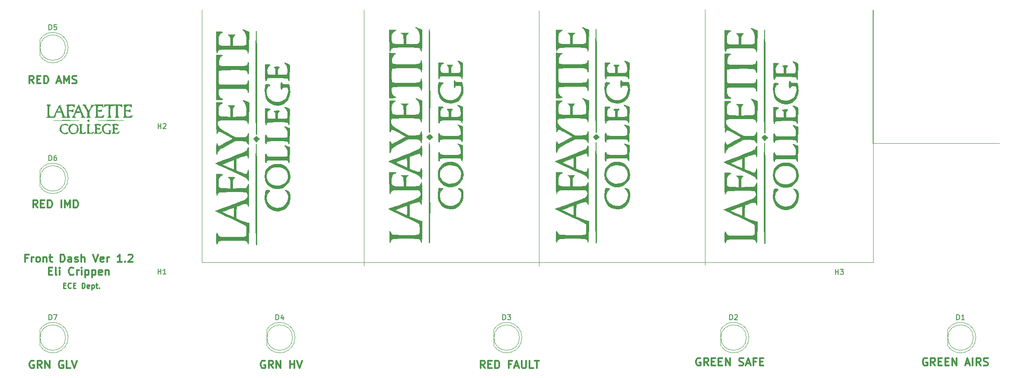
<source format=gbr>
%TF.GenerationSoftware,KiCad,Pcbnew,(5.1.9)-1*%
%TF.CreationDate,2022-03-08T15:51:05-05:00*%
%TF.ProjectId,Front Dash,46726f6e-7420-4446-9173-682e6b696361,rev?*%
%TF.SameCoordinates,Original*%
%TF.FileFunction,Legend,Top*%
%TF.FilePolarity,Positive*%
%FSLAX46Y46*%
G04 Gerber Fmt 4.6, Leading zero omitted, Abs format (unit mm)*
G04 Created by KiCad (PCBNEW (5.1.9)-1) date 2022-03-08 15:51:05*
%MOMM*%
%LPD*%
G01*
G04 APERTURE LIST*
%ADD10C,0.300000*%
%ADD11C,0.150000*%
%ADD12C,0.120000*%
%ADD13C,0.254000*%
%ADD14C,0.010000*%
G04 APERTURE END LIST*
D10*
X148122285Y-103294571D02*
X147622285Y-102580285D01*
X147265142Y-103294571D02*
X147265142Y-101794571D01*
X147836571Y-101794571D01*
X147979428Y-101866000D01*
X148050857Y-101937428D01*
X148122285Y-102080285D01*
X148122285Y-102294571D01*
X148050857Y-102437428D01*
X147979428Y-102508857D01*
X147836571Y-102580285D01*
X147265142Y-102580285D01*
X148765142Y-102508857D02*
X149265142Y-102508857D01*
X149479428Y-103294571D02*
X148765142Y-103294571D01*
X148765142Y-101794571D01*
X149479428Y-101794571D01*
X150122285Y-103294571D02*
X150122285Y-101794571D01*
X150479428Y-101794571D01*
X150693714Y-101866000D01*
X150836571Y-102008857D01*
X150908000Y-102151714D01*
X150979428Y-102437428D01*
X150979428Y-102651714D01*
X150908000Y-102937428D01*
X150836571Y-103080285D01*
X150693714Y-103223142D01*
X150479428Y-103294571D01*
X150122285Y-103294571D01*
X153265142Y-102508857D02*
X152765142Y-102508857D01*
X152765142Y-103294571D02*
X152765142Y-101794571D01*
X153479428Y-101794571D01*
X153979428Y-102866000D02*
X154693714Y-102866000D01*
X153836571Y-103294571D02*
X154336571Y-101794571D01*
X154836571Y-103294571D01*
X155336571Y-101794571D02*
X155336571Y-103008857D01*
X155408000Y-103151714D01*
X155479428Y-103223142D01*
X155622285Y-103294571D01*
X155908000Y-103294571D01*
X156050857Y-103223142D01*
X156122285Y-103151714D01*
X156193714Y-103008857D01*
X156193714Y-101794571D01*
X157622285Y-103294571D02*
X156908000Y-103294571D01*
X156908000Y-101794571D01*
X157908000Y-101794571D02*
X158765142Y-101794571D01*
X158336571Y-103294571D02*
X158336571Y-101794571D01*
D11*
X224155000Y-59182000D02*
X224155000Y-33020000D01*
D12*
X224155000Y-59182000D02*
X248920000Y-59182000D01*
X224155000Y-64770000D02*
X224155000Y-59182000D01*
X191262000Y-32893000D02*
X191262000Y-83058000D01*
X158750000Y-33147000D02*
X158750000Y-83312000D01*
X124460000Y-33020000D02*
X124460000Y-83185000D01*
D10*
X58580000Y-81675857D02*
X58080000Y-81675857D01*
X58080000Y-82461571D02*
X58080000Y-80961571D01*
X58794285Y-80961571D01*
X59365714Y-82461571D02*
X59365714Y-81461571D01*
X59365714Y-81747285D02*
X59437142Y-81604428D01*
X59508571Y-81533000D01*
X59651428Y-81461571D01*
X59794285Y-81461571D01*
X60508571Y-82461571D02*
X60365714Y-82390142D01*
X60294285Y-82318714D01*
X60222857Y-82175857D01*
X60222857Y-81747285D01*
X60294285Y-81604428D01*
X60365714Y-81533000D01*
X60508571Y-81461571D01*
X60722857Y-81461571D01*
X60865714Y-81533000D01*
X60937142Y-81604428D01*
X61008571Y-81747285D01*
X61008571Y-82175857D01*
X60937142Y-82318714D01*
X60865714Y-82390142D01*
X60722857Y-82461571D01*
X60508571Y-82461571D01*
X61651428Y-81461571D02*
X61651428Y-82461571D01*
X61651428Y-81604428D02*
X61722857Y-81533000D01*
X61865714Y-81461571D01*
X62080000Y-81461571D01*
X62222857Y-81533000D01*
X62294285Y-81675857D01*
X62294285Y-82461571D01*
X62794285Y-81461571D02*
X63365714Y-81461571D01*
X63008571Y-80961571D02*
X63008571Y-82247285D01*
X63080000Y-82390142D01*
X63222857Y-82461571D01*
X63365714Y-82461571D01*
X65008571Y-82461571D02*
X65008571Y-80961571D01*
X65365714Y-80961571D01*
X65580000Y-81033000D01*
X65722857Y-81175857D01*
X65794285Y-81318714D01*
X65865714Y-81604428D01*
X65865714Y-81818714D01*
X65794285Y-82104428D01*
X65722857Y-82247285D01*
X65580000Y-82390142D01*
X65365714Y-82461571D01*
X65008571Y-82461571D01*
X67151428Y-82461571D02*
X67151428Y-81675857D01*
X67080000Y-81533000D01*
X66937142Y-81461571D01*
X66651428Y-81461571D01*
X66508571Y-81533000D01*
X67151428Y-82390142D02*
X67008571Y-82461571D01*
X66651428Y-82461571D01*
X66508571Y-82390142D01*
X66437142Y-82247285D01*
X66437142Y-82104428D01*
X66508571Y-81961571D01*
X66651428Y-81890142D01*
X67008571Y-81890142D01*
X67151428Y-81818714D01*
X67794285Y-82390142D02*
X67937142Y-82461571D01*
X68222857Y-82461571D01*
X68365714Y-82390142D01*
X68437142Y-82247285D01*
X68437142Y-82175857D01*
X68365714Y-82033000D01*
X68222857Y-81961571D01*
X68008571Y-81961571D01*
X67865714Y-81890142D01*
X67794285Y-81747285D01*
X67794285Y-81675857D01*
X67865714Y-81533000D01*
X68008571Y-81461571D01*
X68222857Y-81461571D01*
X68365714Y-81533000D01*
X69080000Y-82461571D02*
X69080000Y-80961571D01*
X69722857Y-82461571D02*
X69722857Y-81675857D01*
X69651428Y-81533000D01*
X69508571Y-81461571D01*
X69294285Y-81461571D01*
X69151428Y-81533000D01*
X69080000Y-81604428D01*
X71365714Y-80961571D02*
X71865714Y-82461571D01*
X72365714Y-80961571D01*
X73437142Y-82390142D02*
X73294285Y-82461571D01*
X73008571Y-82461571D01*
X72865714Y-82390142D01*
X72794285Y-82247285D01*
X72794285Y-81675857D01*
X72865714Y-81533000D01*
X73008571Y-81461571D01*
X73294285Y-81461571D01*
X73437142Y-81533000D01*
X73508571Y-81675857D01*
X73508571Y-81818714D01*
X72794285Y-81961571D01*
X74151428Y-82461571D02*
X74151428Y-81461571D01*
X74151428Y-81747285D02*
X74222857Y-81604428D01*
X74294285Y-81533000D01*
X74437142Y-81461571D01*
X74580000Y-81461571D01*
X77008571Y-82461571D02*
X76151428Y-82461571D01*
X76580000Y-82461571D02*
X76580000Y-80961571D01*
X76437142Y-81175857D01*
X76294285Y-81318714D01*
X76151428Y-81390142D01*
X77651428Y-82318714D02*
X77722857Y-82390142D01*
X77651428Y-82461571D01*
X77580000Y-82390142D01*
X77651428Y-82318714D01*
X77651428Y-82461571D01*
X78294285Y-81104428D02*
X78365714Y-81033000D01*
X78508571Y-80961571D01*
X78865714Y-80961571D01*
X79008571Y-81033000D01*
X79080000Y-81104428D01*
X79151428Y-81247285D01*
X79151428Y-81390142D01*
X79080000Y-81604428D01*
X78222857Y-82461571D01*
X79151428Y-82461571D01*
X62687142Y-84225857D02*
X63187142Y-84225857D01*
X63401428Y-85011571D02*
X62687142Y-85011571D01*
X62687142Y-83511571D01*
X63401428Y-83511571D01*
X64258571Y-85011571D02*
X64115714Y-84940142D01*
X64044285Y-84797285D01*
X64044285Y-83511571D01*
X64830000Y-85011571D02*
X64830000Y-84011571D01*
X64830000Y-83511571D02*
X64758571Y-83583000D01*
X64830000Y-83654428D01*
X64901428Y-83583000D01*
X64830000Y-83511571D01*
X64830000Y-83654428D01*
X67544285Y-84868714D02*
X67472857Y-84940142D01*
X67258571Y-85011571D01*
X67115714Y-85011571D01*
X66901428Y-84940142D01*
X66758571Y-84797285D01*
X66687142Y-84654428D01*
X66615714Y-84368714D01*
X66615714Y-84154428D01*
X66687142Y-83868714D01*
X66758571Y-83725857D01*
X66901428Y-83583000D01*
X67115714Y-83511571D01*
X67258571Y-83511571D01*
X67472857Y-83583000D01*
X67544285Y-83654428D01*
X68187142Y-85011571D02*
X68187142Y-84011571D01*
X68187142Y-84297285D02*
X68258571Y-84154428D01*
X68330000Y-84083000D01*
X68472857Y-84011571D01*
X68615714Y-84011571D01*
X69115714Y-85011571D02*
X69115714Y-84011571D01*
X69115714Y-83511571D02*
X69044285Y-83583000D01*
X69115714Y-83654428D01*
X69187142Y-83583000D01*
X69115714Y-83511571D01*
X69115714Y-83654428D01*
X69830000Y-84011571D02*
X69830000Y-85511571D01*
X69830000Y-84083000D02*
X69972857Y-84011571D01*
X70258571Y-84011571D01*
X70401428Y-84083000D01*
X70472857Y-84154428D01*
X70544285Y-84297285D01*
X70544285Y-84725857D01*
X70472857Y-84868714D01*
X70401428Y-84940142D01*
X70258571Y-85011571D01*
X69972857Y-85011571D01*
X69830000Y-84940142D01*
X71187142Y-84011571D02*
X71187142Y-85511571D01*
X71187142Y-84083000D02*
X71330000Y-84011571D01*
X71615714Y-84011571D01*
X71758571Y-84083000D01*
X71830000Y-84154428D01*
X71901428Y-84297285D01*
X71901428Y-84725857D01*
X71830000Y-84868714D01*
X71758571Y-84940142D01*
X71615714Y-85011571D01*
X71330000Y-85011571D01*
X71187142Y-84940142D01*
X73115714Y-84940142D02*
X72972857Y-85011571D01*
X72687142Y-85011571D01*
X72544285Y-84940142D01*
X72472857Y-84797285D01*
X72472857Y-84225857D01*
X72544285Y-84083000D01*
X72687142Y-84011571D01*
X72972857Y-84011571D01*
X73115714Y-84083000D01*
X73187142Y-84225857D01*
X73187142Y-84368714D01*
X72472857Y-84511571D01*
X73830000Y-84011571D02*
X73830000Y-85011571D01*
X73830000Y-84154428D02*
X73901428Y-84083000D01*
X74044285Y-84011571D01*
X74258571Y-84011571D01*
X74401428Y-84083000D01*
X74472857Y-84225857D01*
X74472857Y-85011571D01*
D13*
X65580380Y-87049428D02*
X65919047Y-87049428D01*
X66064190Y-87581619D02*
X65580380Y-87581619D01*
X65580380Y-86565619D01*
X66064190Y-86565619D01*
X67080190Y-87484857D02*
X67031809Y-87533238D01*
X66886666Y-87581619D01*
X66789904Y-87581619D01*
X66644761Y-87533238D01*
X66548000Y-87436476D01*
X66499619Y-87339714D01*
X66451238Y-87146190D01*
X66451238Y-87001047D01*
X66499619Y-86807523D01*
X66548000Y-86710761D01*
X66644761Y-86614000D01*
X66789904Y-86565619D01*
X66886666Y-86565619D01*
X67031809Y-86614000D01*
X67080190Y-86662380D01*
X67515619Y-87049428D02*
X67854285Y-87049428D01*
X67999428Y-87581619D02*
X67515619Y-87581619D01*
X67515619Y-86565619D01*
X67999428Y-86565619D01*
X69208952Y-87581619D02*
X69208952Y-86565619D01*
X69450857Y-86565619D01*
X69596000Y-86614000D01*
X69692761Y-86710761D01*
X69741142Y-86807523D01*
X69789523Y-87001047D01*
X69789523Y-87146190D01*
X69741142Y-87339714D01*
X69692761Y-87436476D01*
X69596000Y-87533238D01*
X69450857Y-87581619D01*
X69208952Y-87581619D01*
X70612000Y-87533238D02*
X70515238Y-87581619D01*
X70321714Y-87581619D01*
X70224952Y-87533238D01*
X70176571Y-87436476D01*
X70176571Y-87049428D01*
X70224952Y-86952666D01*
X70321714Y-86904285D01*
X70515238Y-86904285D01*
X70612000Y-86952666D01*
X70660380Y-87049428D01*
X70660380Y-87146190D01*
X70176571Y-87242952D01*
X71095809Y-86904285D02*
X71095809Y-87920285D01*
X71095809Y-86952666D02*
X71192571Y-86904285D01*
X71386095Y-86904285D01*
X71482857Y-86952666D01*
X71531238Y-87001047D01*
X71579619Y-87097809D01*
X71579619Y-87388095D01*
X71531238Y-87484857D01*
X71482857Y-87533238D01*
X71386095Y-87581619D01*
X71192571Y-87581619D01*
X71095809Y-87533238D01*
X71869904Y-86904285D02*
X72256952Y-86904285D01*
X72015047Y-86565619D02*
X72015047Y-87436476D01*
X72063428Y-87533238D01*
X72160190Y-87581619D01*
X72256952Y-87581619D01*
X72595619Y-87484857D02*
X72644000Y-87533238D01*
X72595619Y-87581619D01*
X72547238Y-87533238D01*
X72595619Y-87484857D01*
X72595619Y-87581619D01*
D10*
X234748285Y-101358000D02*
X234605428Y-101286571D01*
X234391142Y-101286571D01*
X234176857Y-101358000D01*
X234034000Y-101500857D01*
X233962571Y-101643714D01*
X233891142Y-101929428D01*
X233891142Y-102143714D01*
X233962571Y-102429428D01*
X234034000Y-102572285D01*
X234176857Y-102715142D01*
X234391142Y-102786571D01*
X234534000Y-102786571D01*
X234748285Y-102715142D01*
X234819714Y-102643714D01*
X234819714Y-102143714D01*
X234534000Y-102143714D01*
X236319714Y-102786571D02*
X235819714Y-102072285D01*
X235462571Y-102786571D02*
X235462571Y-101286571D01*
X236034000Y-101286571D01*
X236176857Y-101358000D01*
X236248285Y-101429428D01*
X236319714Y-101572285D01*
X236319714Y-101786571D01*
X236248285Y-101929428D01*
X236176857Y-102000857D01*
X236034000Y-102072285D01*
X235462571Y-102072285D01*
X236962571Y-102000857D02*
X237462571Y-102000857D01*
X237676857Y-102786571D02*
X236962571Y-102786571D01*
X236962571Y-101286571D01*
X237676857Y-101286571D01*
X238319714Y-102000857D02*
X238819714Y-102000857D01*
X239034000Y-102786571D02*
X238319714Y-102786571D01*
X238319714Y-101286571D01*
X239034000Y-101286571D01*
X239676857Y-102786571D02*
X239676857Y-101286571D01*
X240534000Y-102786571D01*
X240534000Y-101286571D01*
X242319714Y-102358000D02*
X243034000Y-102358000D01*
X242176857Y-102786571D02*
X242676857Y-101286571D01*
X243176857Y-102786571D01*
X243676857Y-102786571D02*
X243676857Y-101286571D01*
X245248285Y-102786571D02*
X244748285Y-102072285D01*
X244391142Y-102786571D02*
X244391142Y-101286571D01*
X244962571Y-101286571D01*
X245105428Y-101358000D01*
X245176857Y-101429428D01*
X245248285Y-101572285D01*
X245248285Y-101786571D01*
X245176857Y-101929428D01*
X245105428Y-102000857D01*
X244962571Y-102072285D01*
X244391142Y-102072285D01*
X245819714Y-102715142D02*
X246034000Y-102786571D01*
X246391142Y-102786571D01*
X246534000Y-102715142D01*
X246605428Y-102643714D01*
X246676857Y-102500857D01*
X246676857Y-102358000D01*
X246605428Y-102215142D01*
X246534000Y-102143714D01*
X246391142Y-102072285D01*
X246105428Y-102000857D01*
X245962571Y-101929428D01*
X245891142Y-101858000D01*
X245819714Y-101715142D01*
X245819714Y-101572285D01*
X245891142Y-101429428D01*
X245962571Y-101358000D01*
X246105428Y-101286571D01*
X246462571Y-101286571D01*
X246676857Y-101358000D01*
X190338000Y-101358000D02*
X190195142Y-101286571D01*
X189980857Y-101286571D01*
X189766571Y-101358000D01*
X189623714Y-101500857D01*
X189552285Y-101643714D01*
X189480857Y-101929428D01*
X189480857Y-102143714D01*
X189552285Y-102429428D01*
X189623714Y-102572285D01*
X189766571Y-102715142D01*
X189980857Y-102786571D01*
X190123714Y-102786571D01*
X190338000Y-102715142D01*
X190409428Y-102643714D01*
X190409428Y-102143714D01*
X190123714Y-102143714D01*
X191909428Y-102786571D02*
X191409428Y-102072285D01*
X191052285Y-102786571D02*
X191052285Y-101286571D01*
X191623714Y-101286571D01*
X191766571Y-101358000D01*
X191838000Y-101429428D01*
X191909428Y-101572285D01*
X191909428Y-101786571D01*
X191838000Y-101929428D01*
X191766571Y-102000857D01*
X191623714Y-102072285D01*
X191052285Y-102072285D01*
X192552285Y-102000857D02*
X193052285Y-102000857D01*
X193266571Y-102786571D02*
X192552285Y-102786571D01*
X192552285Y-101286571D01*
X193266571Y-101286571D01*
X193909428Y-102000857D02*
X194409428Y-102000857D01*
X194623714Y-102786571D02*
X193909428Y-102786571D01*
X193909428Y-101286571D01*
X194623714Y-101286571D01*
X195266571Y-102786571D02*
X195266571Y-101286571D01*
X196123714Y-102786571D01*
X196123714Y-101286571D01*
X197909428Y-102715142D02*
X198123714Y-102786571D01*
X198480857Y-102786571D01*
X198623714Y-102715142D01*
X198695142Y-102643714D01*
X198766571Y-102500857D01*
X198766571Y-102358000D01*
X198695142Y-102215142D01*
X198623714Y-102143714D01*
X198480857Y-102072285D01*
X198195142Y-102000857D01*
X198052285Y-101929428D01*
X197980857Y-101858000D01*
X197909428Y-101715142D01*
X197909428Y-101572285D01*
X197980857Y-101429428D01*
X198052285Y-101358000D01*
X198195142Y-101286571D01*
X198552285Y-101286571D01*
X198766571Y-101358000D01*
X199338000Y-102358000D02*
X200052285Y-102358000D01*
X199195142Y-102786571D02*
X199695142Y-101286571D01*
X200195142Y-102786571D01*
X201195142Y-102000857D02*
X200695142Y-102000857D01*
X200695142Y-102786571D02*
X200695142Y-101286571D01*
X201409428Y-101286571D01*
X201980857Y-102000857D02*
X202480857Y-102000857D01*
X202695142Y-102786571D02*
X201980857Y-102786571D01*
X201980857Y-101286571D01*
X202695142Y-101286571D01*
X105061142Y-101866000D02*
X104918285Y-101794571D01*
X104704000Y-101794571D01*
X104489714Y-101866000D01*
X104346857Y-102008857D01*
X104275428Y-102151714D01*
X104204000Y-102437428D01*
X104204000Y-102651714D01*
X104275428Y-102937428D01*
X104346857Y-103080285D01*
X104489714Y-103223142D01*
X104704000Y-103294571D01*
X104846857Y-103294571D01*
X105061142Y-103223142D01*
X105132571Y-103151714D01*
X105132571Y-102651714D01*
X104846857Y-102651714D01*
X106632571Y-103294571D02*
X106132571Y-102580285D01*
X105775428Y-103294571D02*
X105775428Y-101794571D01*
X106346857Y-101794571D01*
X106489714Y-101866000D01*
X106561142Y-101937428D01*
X106632571Y-102080285D01*
X106632571Y-102294571D01*
X106561142Y-102437428D01*
X106489714Y-102508857D01*
X106346857Y-102580285D01*
X105775428Y-102580285D01*
X107275428Y-103294571D02*
X107275428Y-101794571D01*
X108132571Y-103294571D01*
X108132571Y-101794571D01*
X109989714Y-103294571D02*
X109989714Y-101794571D01*
X109989714Y-102508857D02*
X110846857Y-102508857D01*
X110846857Y-103294571D02*
X110846857Y-101794571D01*
X111346857Y-101794571D02*
X111846857Y-103294571D01*
X112346857Y-101794571D01*
X59785714Y-101866000D02*
X59642857Y-101794571D01*
X59428571Y-101794571D01*
X59214285Y-101866000D01*
X59071428Y-102008857D01*
X59000000Y-102151714D01*
X58928571Y-102437428D01*
X58928571Y-102651714D01*
X59000000Y-102937428D01*
X59071428Y-103080285D01*
X59214285Y-103223142D01*
X59428571Y-103294571D01*
X59571428Y-103294571D01*
X59785714Y-103223142D01*
X59857142Y-103151714D01*
X59857142Y-102651714D01*
X59571428Y-102651714D01*
X61357142Y-103294571D02*
X60857142Y-102580285D01*
X60500000Y-103294571D02*
X60500000Y-101794571D01*
X61071428Y-101794571D01*
X61214285Y-101866000D01*
X61285714Y-101937428D01*
X61357142Y-102080285D01*
X61357142Y-102294571D01*
X61285714Y-102437428D01*
X61214285Y-102508857D01*
X61071428Y-102580285D01*
X60500000Y-102580285D01*
X62000000Y-103294571D02*
X62000000Y-101794571D01*
X62857142Y-103294571D01*
X62857142Y-101794571D01*
X65500000Y-101866000D02*
X65357142Y-101794571D01*
X65142857Y-101794571D01*
X64928571Y-101866000D01*
X64785714Y-102008857D01*
X64714285Y-102151714D01*
X64642857Y-102437428D01*
X64642857Y-102651714D01*
X64714285Y-102937428D01*
X64785714Y-103080285D01*
X64928571Y-103223142D01*
X65142857Y-103294571D01*
X65285714Y-103294571D01*
X65500000Y-103223142D01*
X65571428Y-103151714D01*
X65571428Y-102651714D01*
X65285714Y-102651714D01*
X66928571Y-103294571D02*
X66214285Y-103294571D01*
X66214285Y-101794571D01*
X67214285Y-101794571D02*
X67714285Y-103294571D01*
X68214285Y-101794571D01*
X60508000Y-71798571D02*
X60008000Y-71084285D01*
X59650857Y-71798571D02*
X59650857Y-70298571D01*
X60222285Y-70298571D01*
X60365142Y-70370000D01*
X60436571Y-70441428D01*
X60508000Y-70584285D01*
X60508000Y-70798571D01*
X60436571Y-70941428D01*
X60365142Y-71012857D01*
X60222285Y-71084285D01*
X59650857Y-71084285D01*
X61150857Y-71012857D02*
X61650857Y-71012857D01*
X61865142Y-71798571D02*
X61150857Y-71798571D01*
X61150857Y-70298571D01*
X61865142Y-70298571D01*
X62508000Y-71798571D02*
X62508000Y-70298571D01*
X62865142Y-70298571D01*
X63079428Y-70370000D01*
X63222285Y-70512857D01*
X63293714Y-70655714D01*
X63365142Y-70941428D01*
X63365142Y-71155714D01*
X63293714Y-71441428D01*
X63222285Y-71584285D01*
X63079428Y-71727142D01*
X62865142Y-71798571D01*
X62508000Y-71798571D01*
X65150857Y-71798571D02*
X65150857Y-70298571D01*
X65865142Y-71798571D02*
X65865142Y-70298571D01*
X66365142Y-71370000D01*
X66865142Y-70298571D01*
X66865142Y-71798571D01*
X67579428Y-71798571D02*
X67579428Y-70298571D01*
X67936571Y-70298571D01*
X68150857Y-70370000D01*
X68293714Y-70512857D01*
X68365142Y-70655714D01*
X68436571Y-70941428D01*
X68436571Y-71155714D01*
X68365142Y-71441428D01*
X68293714Y-71584285D01*
X68150857Y-71727142D01*
X67936571Y-71798571D01*
X67579428Y-71798571D01*
X59750000Y-47414571D02*
X59250000Y-46700285D01*
X58892857Y-47414571D02*
X58892857Y-45914571D01*
X59464285Y-45914571D01*
X59607142Y-45986000D01*
X59678571Y-46057428D01*
X59750000Y-46200285D01*
X59750000Y-46414571D01*
X59678571Y-46557428D01*
X59607142Y-46628857D01*
X59464285Y-46700285D01*
X58892857Y-46700285D01*
X60392857Y-46628857D02*
X60892857Y-46628857D01*
X61107142Y-47414571D02*
X60392857Y-47414571D01*
X60392857Y-45914571D01*
X61107142Y-45914571D01*
X61750000Y-47414571D02*
X61750000Y-45914571D01*
X62107142Y-45914571D01*
X62321428Y-45986000D01*
X62464285Y-46128857D01*
X62535714Y-46271714D01*
X62607142Y-46557428D01*
X62607142Y-46771714D01*
X62535714Y-47057428D01*
X62464285Y-47200285D01*
X62321428Y-47343142D01*
X62107142Y-47414571D01*
X61750000Y-47414571D01*
X64321428Y-46986000D02*
X65035714Y-46986000D01*
X64178571Y-47414571D02*
X64678571Y-45914571D01*
X65178571Y-47414571D01*
X65678571Y-47414571D02*
X65678571Y-45914571D01*
X66178571Y-46986000D01*
X66678571Y-45914571D01*
X66678571Y-47414571D01*
X67321428Y-47343142D02*
X67535714Y-47414571D01*
X67892857Y-47414571D01*
X68035714Y-47343142D01*
X68107142Y-47271714D01*
X68178571Y-47128857D01*
X68178571Y-46986000D01*
X68107142Y-46843142D01*
X68035714Y-46771714D01*
X67892857Y-46700285D01*
X67607142Y-46628857D01*
X67464285Y-46557428D01*
X67392857Y-46486000D01*
X67321428Y-46343142D01*
X67321428Y-46200285D01*
X67392857Y-46057428D01*
X67464285Y-45986000D01*
X67607142Y-45914571D01*
X67964285Y-45914571D01*
X68178571Y-45986000D01*
D12*
X224155000Y-82550000D02*
X224155000Y-64770000D01*
X92710000Y-34925000D02*
X92710000Y-33020000D01*
X92710000Y-82550000D02*
X224155000Y-82550000D01*
X92710000Y-82550000D02*
X92710000Y-34925000D01*
D14*
%TO.C,G\u002A\u002A\u002A*%
G36*
X105015331Y-69226767D02*
G01*
X105059757Y-68857979D01*
X105122724Y-68554664D01*
X105198760Y-68349386D01*
X105282389Y-68274707D01*
X105298635Y-68277951D01*
X105467337Y-68311329D01*
X105703142Y-68325971D01*
X105713258Y-68326000D01*
X105930765Y-68356163D01*
X105989957Y-68445602D01*
X105890540Y-68592740D01*
X105780740Y-68687863D01*
X105519722Y-68996471D01*
X105367245Y-69408620D01*
X105329482Y-69892967D01*
X105412603Y-70418169D01*
X105428823Y-70475177D01*
X105614153Y-70852517D01*
X105918338Y-71213577D01*
X106293494Y-71512555D01*
X106691737Y-71703643D01*
X106722552Y-71712728D01*
X107375280Y-71822776D01*
X107975762Y-71774398D01*
X108518856Y-71568569D01*
X108899255Y-71299409D01*
X109202660Y-70951720D01*
X109424357Y-70533940D01*
X109560179Y-70080870D01*
X109605954Y-69627313D01*
X109557516Y-69208070D01*
X109410693Y-68857943D01*
X109216777Y-68648896D01*
X109011272Y-68468198D01*
X108959834Y-68353633D01*
X109057025Y-68315803D01*
X109297410Y-68365312D01*
X109352884Y-68383436D01*
X109660295Y-68530595D01*
X109815448Y-68714592D01*
X109818446Y-68722201D01*
X109881343Y-68985649D01*
X109923484Y-69352977D01*
X109941754Y-69759655D01*
X109933037Y-70141151D01*
X109899843Y-70408232D01*
X109687870Y-71060616D01*
X109359846Y-71594636D01*
X108924490Y-72003005D01*
X108390518Y-72278440D01*
X107766648Y-72413655D01*
X107484333Y-72426875D01*
X106829995Y-72352044D01*
X106254810Y-72133956D01*
X105771887Y-71785277D01*
X105394338Y-71318676D01*
X105135274Y-70746817D01*
X105007805Y-70082369D01*
X105004004Y-70030514D01*
X104994922Y-69628467D01*
X105015331Y-69226767D01*
G37*
X105015331Y-69226767D02*
X105059757Y-68857979D01*
X105122724Y-68554664D01*
X105198760Y-68349386D01*
X105282389Y-68274707D01*
X105298635Y-68277951D01*
X105467337Y-68311329D01*
X105703142Y-68325971D01*
X105713258Y-68326000D01*
X105930765Y-68356163D01*
X105989957Y-68445602D01*
X105890540Y-68592740D01*
X105780740Y-68687863D01*
X105519722Y-68996471D01*
X105367245Y-69408620D01*
X105329482Y-69892967D01*
X105412603Y-70418169D01*
X105428823Y-70475177D01*
X105614153Y-70852517D01*
X105918338Y-71213577D01*
X106293494Y-71512555D01*
X106691737Y-71703643D01*
X106722552Y-71712728D01*
X107375280Y-71822776D01*
X107975762Y-71774398D01*
X108518856Y-71568569D01*
X108899255Y-71299409D01*
X109202660Y-70951720D01*
X109424357Y-70533940D01*
X109560179Y-70080870D01*
X109605954Y-69627313D01*
X109557516Y-69208070D01*
X109410693Y-68857943D01*
X109216777Y-68648896D01*
X109011272Y-68468198D01*
X108959834Y-68353633D01*
X109057025Y-68315803D01*
X109297410Y-68365312D01*
X109352884Y-68383436D01*
X109660295Y-68530595D01*
X109815448Y-68714592D01*
X109818446Y-68722201D01*
X109881343Y-68985649D01*
X109923484Y-69352977D01*
X109941754Y-69759655D01*
X109933037Y-70141151D01*
X109899843Y-70408232D01*
X109687870Y-71060616D01*
X109359846Y-71594636D01*
X108924490Y-72003005D01*
X108390518Y-72278440D01*
X107766648Y-72413655D01*
X107484333Y-72426875D01*
X106829995Y-72352044D01*
X106254810Y-72133956D01*
X105771887Y-71785277D01*
X105394338Y-71318676D01*
X105135274Y-70746817D01*
X105007805Y-70082369D01*
X105004004Y-70030514D01*
X104994922Y-69628467D01*
X105015331Y-69226767D01*
G36*
X105030333Y-65062867D02*
G01*
X105165450Y-64601587D01*
X105413877Y-64181792D01*
X105579807Y-63978062D01*
X105982426Y-63597739D01*
X106423326Y-63349479D01*
X106945050Y-63213627D01*
X107311247Y-63178068D01*
X107905489Y-63190391D01*
X108398870Y-63308348D01*
X108835224Y-63549608D01*
X109258384Y-63931843D01*
X109304512Y-63981616D01*
X109691659Y-64515807D01*
X109914337Y-65089618D01*
X109971822Y-65699850D01*
X109863390Y-66343304D01*
X109849263Y-66390498D01*
X109679820Y-66749391D01*
X109404284Y-67132854D01*
X109067672Y-67489042D01*
X108715001Y-67766107D01*
X108594530Y-67835600D01*
X108180031Y-67979954D01*
X107677990Y-68053526D01*
X107211553Y-68052482D01*
X107211553Y-67450043D01*
X107808005Y-67439367D01*
X108359618Y-67304058D01*
X108836996Y-67057636D01*
X109210741Y-66713618D01*
X109379657Y-66453061D01*
X109528442Y-65992753D01*
X109553215Y-65486459D01*
X109457750Y-64992547D01*
X109258997Y-64587775D01*
X108923724Y-64219110D01*
X108510509Y-63970865D01*
X107997195Y-63833378D01*
X107444260Y-63796333D01*
X107065422Y-63803261D01*
X106795324Y-63832495D01*
X106573646Y-63896711D01*
X106340068Y-64008584D01*
X106281349Y-64040709D01*
X105833206Y-64359047D01*
X105535163Y-64742739D01*
X105374160Y-65211836D01*
X105340982Y-65484438D01*
X105336575Y-65849982D01*
X105386776Y-66127237D01*
X105477953Y-66343310D01*
X105808734Y-66820549D01*
X106243306Y-67165213D01*
X106784207Y-67378923D01*
X107211553Y-67450043D01*
X107211553Y-68052482D01*
X107156459Y-68052358D01*
X106683486Y-67972492D01*
X106612988Y-67950864D01*
X106130121Y-67712717D01*
X105683388Y-67349194D01*
X105321699Y-66903771D01*
X105205437Y-66699766D01*
X105081066Y-66411354D01*
X105014127Y-66131099D01*
X104989735Y-65785004D01*
X104988526Y-65621209D01*
X105030333Y-65062867D01*
G37*
X105030333Y-65062867D02*
X105165450Y-64601587D01*
X105413877Y-64181792D01*
X105579807Y-63978062D01*
X105982426Y-63597739D01*
X106423326Y-63349479D01*
X106945050Y-63213627D01*
X107311247Y-63178068D01*
X107905489Y-63190391D01*
X108398870Y-63308348D01*
X108835224Y-63549608D01*
X109258384Y-63931843D01*
X109304512Y-63981616D01*
X109691659Y-64515807D01*
X109914337Y-65089618D01*
X109971822Y-65699850D01*
X109863390Y-66343304D01*
X109849263Y-66390498D01*
X109679820Y-66749391D01*
X109404284Y-67132854D01*
X109067672Y-67489042D01*
X108715001Y-67766107D01*
X108594530Y-67835600D01*
X108180031Y-67979954D01*
X107677990Y-68053526D01*
X107211553Y-68052482D01*
X107211553Y-67450043D01*
X107808005Y-67439367D01*
X108359618Y-67304058D01*
X108836996Y-67057636D01*
X109210741Y-66713618D01*
X109379657Y-66453061D01*
X109528442Y-65992753D01*
X109553215Y-65486459D01*
X109457750Y-64992547D01*
X109258997Y-64587775D01*
X108923724Y-64219110D01*
X108510509Y-63970865D01*
X107997195Y-63833378D01*
X107444260Y-63796333D01*
X107065422Y-63803261D01*
X106795324Y-63832495D01*
X106573646Y-63896711D01*
X106340068Y-64008584D01*
X106281349Y-64040709D01*
X105833206Y-64359047D01*
X105535163Y-64742739D01*
X105374160Y-65211836D01*
X105340982Y-65484438D01*
X105336575Y-65849982D01*
X105386776Y-66127237D01*
X105477953Y-66343310D01*
X105808734Y-66820549D01*
X106243306Y-67165213D01*
X106784207Y-67378923D01*
X107211553Y-67450043D01*
X107211553Y-68052482D01*
X107156459Y-68052358D01*
X106683486Y-67972492D01*
X106612988Y-67950864D01*
X106130121Y-67712717D01*
X105683388Y-67349194D01*
X105321699Y-66903771D01*
X105205437Y-66699766D01*
X105081066Y-66411354D01*
X105014127Y-66131099D01*
X104989735Y-65785004D01*
X104988526Y-65621209D01*
X105030333Y-65062867D01*
G36*
X105034850Y-48174628D02*
G01*
X105069285Y-47973532D01*
X105132525Y-47700370D01*
X105191286Y-47559987D01*
X105267754Y-47517940D01*
X105354138Y-47531300D01*
X105583872Y-47569949D01*
X105769833Y-47581510D01*
X105953231Y-47624019D01*
X105994218Y-47725199D01*
X105890958Y-47849317D01*
X105786600Y-47907932D01*
X105569779Y-48093991D01*
X105417812Y-48403122D01*
X105337782Y-48799221D01*
X105336769Y-49246187D01*
X105421855Y-49707917D01*
X105428823Y-49731844D01*
X105596097Y-50072307D01*
X105873421Y-50417055D01*
X106210538Y-50715828D01*
X106557189Y-50918369D01*
X106647489Y-50950510D01*
X107229307Y-51054031D01*
X107811077Y-51031992D01*
X108349775Y-50891073D01*
X108802380Y-50637957D01*
X108836693Y-50610503D01*
X109160260Y-50251923D01*
X109407116Y-49797486D01*
X109559731Y-49298611D01*
X109600575Y-48806721D01*
X109555466Y-48502113D01*
X109467473Y-48175333D01*
X108960641Y-48175333D01*
X108674132Y-48181923D01*
X108510108Y-48212908D01*
X108421892Y-48285111D01*
X108373333Y-48387000D01*
X108280614Y-48570396D01*
X108206864Y-48589609D01*
X108154240Y-48448952D01*
X108124898Y-48152739D01*
X108119333Y-47879000D01*
X108125314Y-47515536D01*
X108146389Y-47293171D01*
X108187255Y-47183994D01*
X108240445Y-47159333D01*
X108345371Y-47231405D01*
X108388611Y-47349833D01*
X108414886Y-47447189D01*
X108484064Y-47504554D01*
X108633226Y-47532815D01*
X108899451Y-47542861D01*
X109050667Y-47544240D01*
X109685667Y-47548148D01*
X109785108Y-47848901D01*
X109866406Y-48203203D01*
X109919066Y-48648213D01*
X109938670Y-49111280D01*
X109920800Y-49519752D01*
X109896498Y-49680493D01*
X109749126Y-50134184D01*
X109513341Y-50585417D01*
X109226365Y-50970407D01*
X109041289Y-51146094D01*
X108590019Y-51441856D01*
X108120130Y-51610893D01*
X107571338Y-51673688D01*
X107484333Y-51675171D01*
X106837630Y-51603841D01*
X106261325Y-51387044D01*
X105772533Y-51035540D01*
X105388369Y-50560092D01*
X105231823Y-50258759D01*
X105098834Y-49825884D01*
X105018731Y-49292847D01*
X104995931Y-48721733D01*
X105034850Y-48174628D01*
G37*
X105034850Y-48174628D02*
X105069285Y-47973532D01*
X105132525Y-47700370D01*
X105191286Y-47559987D01*
X105267754Y-47517940D01*
X105354138Y-47531300D01*
X105583872Y-47569949D01*
X105769833Y-47581510D01*
X105953231Y-47624019D01*
X105994218Y-47725199D01*
X105890958Y-47849317D01*
X105786600Y-47907932D01*
X105569779Y-48093991D01*
X105417812Y-48403122D01*
X105337782Y-48799221D01*
X105336769Y-49246187D01*
X105421855Y-49707917D01*
X105428823Y-49731844D01*
X105596097Y-50072307D01*
X105873421Y-50417055D01*
X106210538Y-50715828D01*
X106557189Y-50918369D01*
X106647489Y-50950510D01*
X107229307Y-51054031D01*
X107811077Y-51031992D01*
X108349775Y-50891073D01*
X108802380Y-50637957D01*
X108836693Y-50610503D01*
X109160260Y-50251923D01*
X109407116Y-49797486D01*
X109559731Y-49298611D01*
X109600575Y-48806721D01*
X109555466Y-48502113D01*
X109467473Y-48175333D01*
X108960641Y-48175333D01*
X108674132Y-48181923D01*
X108510108Y-48212908D01*
X108421892Y-48285111D01*
X108373333Y-48387000D01*
X108280614Y-48570396D01*
X108206864Y-48589609D01*
X108154240Y-48448952D01*
X108124898Y-48152739D01*
X108119333Y-47879000D01*
X108125314Y-47515536D01*
X108146389Y-47293171D01*
X108187255Y-47183994D01*
X108240445Y-47159333D01*
X108345371Y-47231405D01*
X108388611Y-47349833D01*
X108414886Y-47447189D01*
X108484064Y-47504554D01*
X108633226Y-47532815D01*
X108899451Y-47542861D01*
X109050667Y-47544240D01*
X109685667Y-47548148D01*
X109785108Y-47848901D01*
X109866406Y-48203203D01*
X109919066Y-48648213D01*
X109938670Y-49111280D01*
X109920800Y-49519752D01*
X109896498Y-49680493D01*
X109749126Y-50134184D01*
X109513341Y-50585417D01*
X109226365Y-50970407D01*
X109041289Y-51146094D01*
X108590019Y-51441856D01*
X108120130Y-51610893D01*
X107571338Y-51673688D01*
X107484333Y-51675171D01*
X106837630Y-51603841D01*
X106261325Y-51387044D01*
X105772533Y-51035540D01*
X105388369Y-50560092D01*
X105231823Y-50258759D01*
X105098834Y-49825884D01*
X105018731Y-49292847D01*
X104995931Y-48721733D01*
X105034850Y-48174628D01*
G36*
X105075227Y-61697034D02*
G01*
X105089511Y-61432941D01*
X105118090Y-61283387D01*
X105164870Y-61221036D01*
X105198333Y-61214000D01*
X105303956Y-61283740D01*
X105325333Y-61370211D01*
X105384821Y-61546907D01*
X105480167Y-61666544D01*
X105551226Y-61713457D01*
X105661616Y-61748786D01*
X105833610Y-61774100D01*
X106089478Y-61790971D01*
X106451493Y-61800971D01*
X106941926Y-61805668D01*
X107466854Y-61806666D01*
X108099964Y-61806411D01*
X108583788Y-61801031D01*
X108938364Y-61783607D01*
X109183731Y-61747220D01*
X109339925Y-61684951D01*
X109426985Y-61589880D01*
X109464949Y-61455088D01*
X109473855Y-61273654D01*
X109473528Y-61113733D01*
X109418614Y-60582489D01*
X109261988Y-60143503D01*
X109045163Y-59854192D01*
X108882401Y-59677967D01*
X108863036Y-59589699D01*
X108984870Y-59590884D01*
X109245701Y-59683019D01*
X109277124Y-59696340D01*
X109525330Y-59792713D01*
X109721056Y-59851206D01*
X109777352Y-59859333D01*
X109873842Y-59917271D01*
X109878302Y-59965166D01*
X109870642Y-60081306D01*
X109861348Y-60336774D01*
X109851269Y-60701584D01*
X109841253Y-61145750D01*
X109833969Y-61531500D01*
X109822351Y-62007338D01*
X109805878Y-62418101D01*
X109786171Y-62736543D01*
X109764852Y-62935420D01*
X109747167Y-62990167D01*
X109674400Y-62919997D01*
X109575394Y-62749934D01*
X109558667Y-62715001D01*
X109431667Y-62441666D01*
X107513118Y-62418930D01*
X106883079Y-62412817D01*
X106400937Y-62412112D01*
X106045311Y-62417978D01*
X105794816Y-62431581D01*
X105628070Y-62454087D01*
X105523691Y-62486660D01*
X105460296Y-62530467D01*
X105459951Y-62530811D01*
X105349778Y-62710726D01*
X105325333Y-62828714D01*
X105270793Y-62962617D01*
X105198333Y-62992000D01*
X105140338Y-62964745D01*
X105102611Y-62864758D01*
X105081246Y-62664702D01*
X105072338Y-62337242D01*
X105071333Y-62103000D01*
X105075227Y-61697034D01*
G37*
X105075227Y-61697034D02*
X105089511Y-61432941D01*
X105118090Y-61283387D01*
X105164870Y-61221036D01*
X105198333Y-61214000D01*
X105303956Y-61283740D01*
X105325333Y-61370211D01*
X105384821Y-61546907D01*
X105480167Y-61666544D01*
X105551226Y-61713457D01*
X105661616Y-61748786D01*
X105833610Y-61774100D01*
X106089478Y-61790971D01*
X106451493Y-61800971D01*
X106941926Y-61805668D01*
X107466854Y-61806666D01*
X108099964Y-61806411D01*
X108583788Y-61801031D01*
X108938364Y-61783607D01*
X109183731Y-61747220D01*
X109339925Y-61684951D01*
X109426985Y-61589880D01*
X109464949Y-61455088D01*
X109473855Y-61273654D01*
X109473528Y-61113733D01*
X109418614Y-60582489D01*
X109261988Y-60143503D01*
X109045163Y-59854192D01*
X108882401Y-59677967D01*
X108863036Y-59589699D01*
X108984870Y-59590884D01*
X109245701Y-59683019D01*
X109277124Y-59696340D01*
X109525330Y-59792713D01*
X109721056Y-59851206D01*
X109777352Y-59859333D01*
X109873842Y-59917271D01*
X109878302Y-59965166D01*
X109870642Y-60081306D01*
X109861348Y-60336774D01*
X109851269Y-60701584D01*
X109841253Y-61145750D01*
X109833969Y-61531500D01*
X109822351Y-62007338D01*
X109805878Y-62418101D01*
X109786171Y-62736543D01*
X109764852Y-62935420D01*
X109747167Y-62990167D01*
X109674400Y-62919997D01*
X109575394Y-62749934D01*
X109558667Y-62715001D01*
X109431667Y-62441666D01*
X107513118Y-62418930D01*
X106883079Y-62412817D01*
X106400937Y-62412112D01*
X106045311Y-62417978D01*
X105794816Y-62431581D01*
X105628070Y-62454087D01*
X105523691Y-62486660D01*
X105460296Y-62530467D01*
X105459951Y-62530811D01*
X105349778Y-62710726D01*
X105325333Y-62828714D01*
X105270793Y-62962617D01*
X105198333Y-62992000D01*
X105140338Y-62964745D01*
X105102611Y-62864758D01*
X105081246Y-62664702D01*
X105072338Y-62337242D01*
X105071333Y-62103000D01*
X105075227Y-61697034D01*
G36*
X105075227Y-57971700D02*
G01*
X105089511Y-57707608D01*
X105118090Y-57558054D01*
X105164870Y-57495703D01*
X105198333Y-57488666D01*
X105303956Y-57558407D01*
X105325333Y-57644878D01*
X105384821Y-57821574D01*
X105480167Y-57941211D01*
X105551226Y-57988124D01*
X105661616Y-58023452D01*
X105833610Y-58048767D01*
X106089478Y-58065638D01*
X106451493Y-58075637D01*
X106941926Y-58080335D01*
X107466854Y-58081333D01*
X108099964Y-58081077D01*
X108583788Y-58075698D01*
X108938364Y-58058274D01*
X109183731Y-58021887D01*
X109339925Y-57959618D01*
X109426985Y-57864547D01*
X109464949Y-57729754D01*
X109473855Y-57548321D01*
X109473528Y-57388399D01*
X109418614Y-56857155D01*
X109261988Y-56418170D01*
X109045163Y-56128858D01*
X108882401Y-55952634D01*
X108863036Y-55864365D01*
X108984870Y-55865550D01*
X109245701Y-55957686D01*
X109277124Y-55971006D01*
X109525330Y-56067380D01*
X109721056Y-56125872D01*
X109777352Y-56134000D01*
X109873842Y-56191937D01*
X109878302Y-56239833D01*
X109870642Y-56355972D01*
X109861348Y-56611440D01*
X109851269Y-56976250D01*
X109841253Y-57420416D01*
X109833969Y-57806166D01*
X109820129Y-58338612D01*
X109799546Y-58767732D01*
X109773597Y-59074932D01*
X109743655Y-59241619D01*
X109726001Y-59266666D01*
X109652649Y-59198060D01*
X109643333Y-59139666D01*
X109587285Y-58989429D01*
X109474000Y-58843333D01*
X109409104Y-58787824D01*
X109325114Y-58745947D01*
X109199190Y-58715794D01*
X109008492Y-58695456D01*
X108730180Y-58683024D01*
X108341414Y-58676588D01*
X107819354Y-58674241D01*
X107448047Y-58674000D01*
X106793336Y-58675979D01*
X106288584Y-58684526D01*
X105914435Y-58703556D01*
X105651537Y-58736985D01*
X105480536Y-58788726D01*
X105382076Y-58862695D01*
X105336804Y-58962806D01*
X105325367Y-59092976D01*
X105325333Y-59103381D01*
X105270793Y-59237283D01*
X105198333Y-59266666D01*
X105140338Y-59239412D01*
X105102611Y-59139424D01*
X105081246Y-58939368D01*
X105072338Y-58611909D01*
X105071333Y-58377666D01*
X105075227Y-57971700D01*
G37*
X105075227Y-57971700D02*
X105089511Y-57707608D01*
X105118090Y-57558054D01*
X105164870Y-57495703D01*
X105198333Y-57488666D01*
X105303956Y-57558407D01*
X105325333Y-57644878D01*
X105384821Y-57821574D01*
X105480167Y-57941211D01*
X105551226Y-57988124D01*
X105661616Y-58023452D01*
X105833610Y-58048767D01*
X106089478Y-58065638D01*
X106451493Y-58075637D01*
X106941926Y-58080335D01*
X107466854Y-58081333D01*
X108099964Y-58081077D01*
X108583788Y-58075698D01*
X108938364Y-58058274D01*
X109183731Y-58021887D01*
X109339925Y-57959618D01*
X109426985Y-57864547D01*
X109464949Y-57729754D01*
X109473855Y-57548321D01*
X109473528Y-57388399D01*
X109418614Y-56857155D01*
X109261988Y-56418170D01*
X109045163Y-56128858D01*
X108882401Y-55952634D01*
X108863036Y-55864365D01*
X108984870Y-55865550D01*
X109245701Y-55957686D01*
X109277124Y-55971006D01*
X109525330Y-56067380D01*
X109721056Y-56125872D01*
X109777352Y-56134000D01*
X109873842Y-56191937D01*
X109878302Y-56239833D01*
X109870642Y-56355972D01*
X109861348Y-56611440D01*
X109851269Y-56976250D01*
X109841253Y-57420416D01*
X109833969Y-57806166D01*
X109820129Y-58338612D01*
X109799546Y-58767732D01*
X109773597Y-59074932D01*
X109743655Y-59241619D01*
X109726001Y-59266666D01*
X109652649Y-59198060D01*
X109643333Y-59139666D01*
X109587285Y-58989429D01*
X109474000Y-58843333D01*
X109409104Y-58787824D01*
X109325114Y-58745947D01*
X109199190Y-58715794D01*
X109008492Y-58695456D01*
X108730180Y-58683024D01*
X108341414Y-58676588D01*
X107819354Y-58674241D01*
X107448047Y-58674000D01*
X106793336Y-58675979D01*
X106288584Y-58684526D01*
X105914435Y-58703556D01*
X105651537Y-58736985D01*
X105480536Y-58788726D01*
X105382076Y-58862695D01*
X105336804Y-58962806D01*
X105325367Y-59092976D01*
X105325333Y-59103381D01*
X105270793Y-59237283D01*
X105198333Y-59266666D01*
X105140338Y-59239412D01*
X105102611Y-59139424D01*
X105081246Y-58939368D01*
X105072338Y-58611909D01*
X105071333Y-58377666D01*
X105075227Y-57971700D01*
G36*
X105579333Y-52324000D02*
G01*
X105900759Y-52340840D01*
X106056743Y-52391782D01*
X106047838Y-52477458D01*
X105874594Y-52598500D01*
X105836444Y-52618724D01*
X105630749Y-52787197D01*
X105501651Y-53062383D01*
X105489051Y-53106856D01*
X105444638Y-53392847D01*
X105438698Y-53725309D01*
X105468199Y-54036348D01*
X105530111Y-54258069D01*
X105541339Y-54278355D01*
X105642073Y-54312869D01*
X105870932Y-54339500D01*
X106186754Y-54354276D01*
X106346330Y-54356000D01*
X107103333Y-54356000D01*
X107103333Y-53723979D01*
X107097353Y-53390626D01*
X107073083Y-53185869D01*
X107021033Y-53069202D01*
X106934000Y-53001333D01*
X106784662Y-52891578D01*
X106800461Y-52811902D01*
X106979690Y-52763442D01*
X107315000Y-52747333D01*
X107641011Y-52756521D01*
X107812556Y-52790962D01*
X107843843Y-52860975D01*
X107749080Y-52976878D01*
X107696000Y-53024021D01*
X107602850Y-53134586D01*
X107550777Y-53296146D01*
X107529273Y-53554527D01*
X107526667Y-53762504D01*
X107526667Y-54356000D01*
X108412688Y-54356000D01*
X108852131Y-54350460D01*
X109149820Y-54320389D01*
X109333277Y-54245615D01*
X109430025Y-54105961D01*
X109467587Y-53881255D01*
X109473528Y-53578399D01*
X109431182Y-53035405D01*
X109301131Y-52621816D01*
X109076925Y-52318472D01*
X109037558Y-52283629D01*
X108884430Y-52136265D01*
X108817898Y-52033953D01*
X108821361Y-52017083D01*
X108924332Y-52013882D01*
X109123745Y-52066709D01*
X109369214Y-52155348D01*
X109610352Y-52259579D01*
X109796776Y-52359186D01*
X109878098Y-52433950D01*
X109878249Y-52441178D01*
X109870709Y-52553041D01*
X109861583Y-52805019D01*
X109851681Y-53167909D01*
X109841813Y-53612509D01*
X109833962Y-54038500D01*
X109820360Y-54581557D01*
X109800181Y-55019969D01*
X109774714Y-55335792D01*
X109745248Y-55511080D01*
X109726046Y-55541333D01*
X109652655Y-55472727D01*
X109643333Y-55414333D01*
X109587285Y-55264096D01*
X109474000Y-55118000D01*
X109408089Y-55061738D01*
X109322740Y-55019503D01*
X109194702Y-54989297D01*
X109000726Y-54969123D01*
X108717562Y-54956982D01*
X108321960Y-54950877D01*
X107790671Y-54948811D01*
X107503172Y-54948666D01*
X106834450Y-54951828D01*
X106316341Y-54963755D01*
X105930201Y-54988112D01*
X105657387Y-55028566D01*
X105479254Y-55088780D01*
X105377160Y-55172421D01*
X105332460Y-55283153D01*
X105325333Y-55376801D01*
X105271157Y-55511395D01*
X105198333Y-55541333D01*
X105153520Y-55520317D01*
X105120405Y-55443170D01*
X105097316Y-55288741D01*
X105082585Y-55035881D01*
X105074541Y-54663439D01*
X105071516Y-54150266D01*
X105071333Y-53932666D01*
X105071333Y-52324000D01*
X105579333Y-52324000D01*
G37*
X105579333Y-52324000D02*
X105900759Y-52340840D01*
X106056743Y-52391782D01*
X106047838Y-52477458D01*
X105874594Y-52598500D01*
X105836444Y-52618724D01*
X105630749Y-52787197D01*
X105501651Y-53062383D01*
X105489051Y-53106856D01*
X105444638Y-53392847D01*
X105438698Y-53725309D01*
X105468199Y-54036348D01*
X105530111Y-54258069D01*
X105541339Y-54278355D01*
X105642073Y-54312869D01*
X105870932Y-54339500D01*
X106186754Y-54354276D01*
X106346330Y-54356000D01*
X107103333Y-54356000D01*
X107103333Y-53723979D01*
X107097353Y-53390626D01*
X107073083Y-53185869D01*
X107021033Y-53069202D01*
X106934000Y-53001333D01*
X106784662Y-52891578D01*
X106800461Y-52811902D01*
X106979690Y-52763442D01*
X107315000Y-52747333D01*
X107641011Y-52756521D01*
X107812556Y-52790962D01*
X107843843Y-52860975D01*
X107749080Y-52976878D01*
X107696000Y-53024021D01*
X107602850Y-53134586D01*
X107550777Y-53296146D01*
X107529273Y-53554527D01*
X107526667Y-53762504D01*
X107526667Y-54356000D01*
X108412688Y-54356000D01*
X108852131Y-54350460D01*
X109149820Y-54320389D01*
X109333277Y-54245615D01*
X109430025Y-54105961D01*
X109467587Y-53881255D01*
X109473528Y-53578399D01*
X109431182Y-53035405D01*
X109301131Y-52621816D01*
X109076925Y-52318472D01*
X109037558Y-52283629D01*
X108884430Y-52136265D01*
X108817898Y-52033953D01*
X108821361Y-52017083D01*
X108924332Y-52013882D01*
X109123745Y-52066709D01*
X109369214Y-52155348D01*
X109610352Y-52259579D01*
X109796776Y-52359186D01*
X109878098Y-52433950D01*
X109878249Y-52441178D01*
X109870709Y-52553041D01*
X109861583Y-52805019D01*
X109851681Y-53167909D01*
X109841813Y-53612509D01*
X109833962Y-54038500D01*
X109820360Y-54581557D01*
X109800181Y-55019969D01*
X109774714Y-55335792D01*
X109745248Y-55511080D01*
X109726046Y-55541333D01*
X109652655Y-55472727D01*
X109643333Y-55414333D01*
X109587285Y-55264096D01*
X109474000Y-55118000D01*
X109408089Y-55061738D01*
X109322740Y-55019503D01*
X109194702Y-54989297D01*
X109000726Y-54969123D01*
X108717562Y-54956982D01*
X108321960Y-54950877D01*
X107790671Y-54948811D01*
X107503172Y-54948666D01*
X106834450Y-54951828D01*
X106316341Y-54963755D01*
X105930201Y-54988112D01*
X105657387Y-55028566D01*
X105479254Y-55088780D01*
X105377160Y-55172421D01*
X105332460Y-55283153D01*
X105325333Y-55376801D01*
X105271157Y-55511395D01*
X105198333Y-55541333D01*
X105153520Y-55520317D01*
X105120405Y-55443170D01*
X105097316Y-55288741D01*
X105082585Y-55035881D01*
X105074541Y-54663439D01*
X105071516Y-54150266D01*
X105071333Y-53932666D01*
X105071333Y-52324000D01*
X105579333Y-52324000D01*
G36*
X105579333Y-43688000D02*
G01*
X105847166Y-43697613D01*
X106031029Y-43722601D01*
X106086798Y-43751500D01*
X106020315Y-43832147D01*
X105858856Y-43944153D01*
X105837912Y-43956294D01*
X105626784Y-44165403D01*
X105483147Y-44488758D01*
X105422819Y-44879350D01*
X105436196Y-45150199D01*
X105485298Y-45406889D01*
X105571618Y-45572770D01*
X105727839Y-45667286D01*
X105986648Y-45709879D01*
X106380728Y-45719995D01*
X106394033Y-45720000D01*
X107103333Y-45720000D01*
X107103333Y-45085717D01*
X107097005Y-44749358D01*
X107071710Y-44540697D01*
X107017982Y-44418364D01*
X106934000Y-44345684D01*
X106795116Y-44237286D01*
X106796438Y-44165776D01*
X106946853Y-44125687D01*
X107255249Y-44111553D01*
X107315000Y-44111333D01*
X107595296Y-44117275D01*
X107793518Y-44132822D01*
X107865333Y-44153666D01*
X107812060Y-44237695D01*
X107696000Y-44365333D01*
X107601483Y-44494459D01*
X107549175Y-44675305D01*
X107528484Y-44955531D01*
X107526667Y-45127333D01*
X107526667Y-45720000D01*
X108352167Y-45718703D01*
X108719939Y-45710611D01*
X109030760Y-45689932D01*
X109240891Y-45660268D01*
X109298777Y-45640765D01*
X109379697Y-45506392D01*
X109434696Y-45253599D01*
X109460381Y-44931794D01*
X109453357Y-44590386D01*
X109410230Y-44278783D01*
X109396261Y-44221729D01*
X109273270Y-43933111D01*
X109091746Y-43673660D01*
X109053881Y-43634986D01*
X108906868Y-43475282D01*
X108841330Y-43361132D01*
X108843324Y-43342337D01*
X108937470Y-43333795D01*
X109128325Y-43387657D01*
X109365825Y-43481878D01*
X109599905Y-43594411D01*
X109780501Y-43703212D01*
X109857550Y-43786234D01*
X109857782Y-43789050D01*
X109857279Y-43906361D01*
X109854163Y-44163375D01*
X109848858Y-44530493D01*
X109841788Y-44978112D01*
X109834661Y-45402500D01*
X109820814Y-45945171D01*
X109800437Y-46383469D01*
X109774833Y-46699383D01*
X109745304Y-46874902D01*
X109726046Y-46905333D01*
X109657051Y-46835012D01*
X109643333Y-46749122D01*
X109583845Y-46572426D01*
X109488500Y-46452789D01*
X109419192Y-46406925D01*
X109311466Y-46372111D01*
X109143647Y-46346887D01*
X108894064Y-46329792D01*
X108541042Y-46319365D01*
X108062908Y-46314144D01*
X107437989Y-46312668D01*
X107409846Y-46312666D01*
X105486026Y-46312666D01*
X105362210Y-46609000D01*
X105271824Y-46801078D01*
X105201502Y-46886191D01*
X105148972Y-46854091D01*
X105111964Y-46694532D01*
X105088205Y-46397266D01*
X105075424Y-45952046D01*
X105071351Y-45348625D01*
X105071333Y-45296666D01*
X105071333Y-43688000D01*
X105579333Y-43688000D01*
G37*
X105579333Y-43688000D02*
X105847166Y-43697613D01*
X106031029Y-43722601D01*
X106086798Y-43751500D01*
X106020315Y-43832147D01*
X105858856Y-43944153D01*
X105837912Y-43956294D01*
X105626784Y-44165403D01*
X105483147Y-44488758D01*
X105422819Y-44879350D01*
X105436196Y-45150199D01*
X105485298Y-45406889D01*
X105571618Y-45572770D01*
X105727839Y-45667286D01*
X105986648Y-45709879D01*
X106380728Y-45719995D01*
X106394033Y-45720000D01*
X107103333Y-45720000D01*
X107103333Y-45085717D01*
X107097005Y-44749358D01*
X107071710Y-44540697D01*
X107017982Y-44418364D01*
X106934000Y-44345684D01*
X106795116Y-44237286D01*
X106796438Y-44165776D01*
X106946853Y-44125687D01*
X107255249Y-44111553D01*
X107315000Y-44111333D01*
X107595296Y-44117275D01*
X107793518Y-44132822D01*
X107865333Y-44153666D01*
X107812060Y-44237695D01*
X107696000Y-44365333D01*
X107601483Y-44494459D01*
X107549175Y-44675305D01*
X107528484Y-44955531D01*
X107526667Y-45127333D01*
X107526667Y-45720000D01*
X108352167Y-45718703D01*
X108719939Y-45710611D01*
X109030760Y-45689932D01*
X109240891Y-45660268D01*
X109298777Y-45640765D01*
X109379697Y-45506392D01*
X109434696Y-45253599D01*
X109460381Y-44931794D01*
X109453357Y-44590386D01*
X109410230Y-44278783D01*
X109396261Y-44221729D01*
X109273270Y-43933111D01*
X109091746Y-43673660D01*
X109053881Y-43634986D01*
X108906868Y-43475282D01*
X108841330Y-43361132D01*
X108843324Y-43342337D01*
X108937470Y-43333795D01*
X109128325Y-43387657D01*
X109365825Y-43481878D01*
X109599905Y-43594411D01*
X109780501Y-43703212D01*
X109857550Y-43786234D01*
X109857782Y-43789050D01*
X109857279Y-43906361D01*
X109854163Y-44163375D01*
X109848858Y-44530493D01*
X109841788Y-44978112D01*
X109834661Y-45402500D01*
X109820814Y-45945171D01*
X109800437Y-46383469D01*
X109774833Y-46699383D01*
X109745304Y-46874902D01*
X109726046Y-46905333D01*
X109657051Y-46835012D01*
X109643333Y-46749122D01*
X109583845Y-46572426D01*
X109488500Y-46452789D01*
X109419192Y-46406925D01*
X109311466Y-46372111D01*
X109143647Y-46346887D01*
X108894064Y-46329792D01*
X108541042Y-46319365D01*
X108062908Y-46314144D01*
X107437989Y-46312668D01*
X107409846Y-46312666D01*
X105486026Y-46312666D01*
X105362210Y-46609000D01*
X105271824Y-46801078D01*
X105201502Y-46886191D01*
X105148972Y-46854091D01*
X105111964Y-46694532D01*
X105088205Y-46397266D01*
X105075424Y-45952046D01*
X105071351Y-45348625D01*
X105071333Y-45296666D01*
X105071333Y-43688000D01*
X105579333Y-43688000D01*
G36*
X103050897Y-57993123D02*
G01*
X103232107Y-57845378D01*
X103355236Y-57758337D01*
X103378000Y-57748589D01*
X103475150Y-57803767D01*
X103632467Y-57939060D01*
X103800315Y-58105679D01*
X103929057Y-58254833D01*
X103970667Y-58331161D01*
X103903655Y-58428459D01*
X103780167Y-58511597D01*
X103572071Y-58658214D01*
X103459091Y-58772833D01*
X103377122Y-58859681D01*
X103301637Y-58862650D01*
X103193998Y-58764268D01*
X103047322Y-58586606D01*
X102766128Y-58236698D01*
X103050897Y-57993123D01*
G37*
X103050897Y-57993123D02*
X103232107Y-57845378D01*
X103355236Y-57758337D01*
X103378000Y-57748589D01*
X103475150Y-57803767D01*
X103632467Y-57939060D01*
X103800315Y-58105679D01*
X103929057Y-58254833D01*
X103970667Y-58331161D01*
X103903655Y-58428459D01*
X103780167Y-58511597D01*
X103572071Y-58658214D01*
X103459091Y-58772833D01*
X103377122Y-58859681D01*
X103301637Y-58862650D01*
X103193998Y-58764268D01*
X103047322Y-58586606D01*
X102766128Y-58236698D01*
X103050897Y-57993123D01*
G36*
X103208991Y-67608534D02*
G01*
X103210018Y-66213130D01*
X103211831Y-64971740D01*
X103214511Y-63876706D01*
X103218140Y-62920368D01*
X103222801Y-62095068D01*
X103228576Y-61393146D01*
X103235546Y-60806943D01*
X103243793Y-60328801D01*
X103253401Y-59951061D01*
X103264450Y-59666063D01*
X103277023Y-59466150D01*
X103291202Y-59343660D01*
X103307068Y-59290937D01*
X103314500Y-59287831D01*
X103331330Y-59325190D01*
X103346566Y-59430606D01*
X103360306Y-59611739D01*
X103372650Y-59876254D01*
X103383696Y-60231813D01*
X103393544Y-60686079D01*
X103402293Y-61246716D01*
X103410041Y-61921385D01*
X103416888Y-62717751D01*
X103422932Y-63643476D01*
X103428274Y-64706223D01*
X103433010Y-65913655D01*
X103437242Y-67273436D01*
X103441067Y-68793227D01*
X103441851Y-69144091D01*
X103444165Y-70419747D01*
X103445453Y-71648100D01*
X103445755Y-72818544D01*
X103445107Y-73920472D01*
X103443547Y-74943280D01*
X103441113Y-75876361D01*
X103437844Y-76709109D01*
X103433777Y-77430919D01*
X103428950Y-78031184D01*
X103423401Y-78499298D01*
X103417167Y-78824656D01*
X103410287Y-78996652D01*
X103406573Y-79021871D01*
X103285693Y-79078444D01*
X103279222Y-79078666D01*
X103270109Y-78995746D01*
X103261338Y-78753968D01*
X103252983Y-78363808D01*
X103245121Y-77835742D01*
X103237824Y-77180246D01*
X103231168Y-76407795D01*
X103225228Y-75528865D01*
X103220077Y-74553932D01*
X103215790Y-73493472D01*
X103212442Y-72357959D01*
X103210108Y-71157870D01*
X103208862Y-69903681D01*
X103208667Y-69165611D01*
X103208991Y-67608534D01*
G37*
X103208991Y-67608534D02*
X103210018Y-66213130D01*
X103211831Y-64971740D01*
X103214511Y-63876706D01*
X103218140Y-62920368D01*
X103222801Y-62095068D01*
X103228576Y-61393146D01*
X103235546Y-60806943D01*
X103243793Y-60328801D01*
X103253401Y-59951061D01*
X103264450Y-59666063D01*
X103277023Y-59466150D01*
X103291202Y-59343660D01*
X103307068Y-59290937D01*
X103314500Y-59287831D01*
X103331330Y-59325190D01*
X103346566Y-59430606D01*
X103360306Y-59611739D01*
X103372650Y-59876254D01*
X103383696Y-60231813D01*
X103393544Y-60686079D01*
X103402293Y-61246716D01*
X103410041Y-61921385D01*
X103416888Y-62717751D01*
X103422932Y-63643476D01*
X103428274Y-64706223D01*
X103433010Y-65913655D01*
X103437242Y-67273436D01*
X103441067Y-68793227D01*
X103441851Y-69144091D01*
X103444165Y-70419747D01*
X103445453Y-71648100D01*
X103445755Y-72818544D01*
X103445107Y-73920472D01*
X103443547Y-74943280D01*
X103441113Y-75876361D01*
X103437844Y-76709109D01*
X103433777Y-77430919D01*
X103428950Y-78031184D01*
X103423401Y-78499298D01*
X103417167Y-78824656D01*
X103410287Y-78996652D01*
X103406573Y-79021871D01*
X103285693Y-79078444D01*
X103279222Y-79078666D01*
X103270109Y-78995746D01*
X103261338Y-78753968D01*
X103252983Y-78363808D01*
X103245121Y-77835742D01*
X103237824Y-77180246D01*
X103231168Y-76407795D01*
X103225228Y-75528865D01*
X103220077Y-74553932D01*
X103215790Y-73493472D01*
X103212442Y-72357959D01*
X103210108Y-71157870D01*
X103208862Y-69903681D01*
X103208667Y-69165611D01*
X103208991Y-67608534D01*
G36*
X103208982Y-45659041D02*
G01*
X103209982Y-44242904D01*
X103211745Y-42980968D01*
X103214351Y-41865667D01*
X103217878Y-40889436D01*
X103222405Y-40044710D01*
X103228011Y-39323922D01*
X103234776Y-38719506D01*
X103242778Y-38223898D01*
X103252097Y-37829532D01*
X103262811Y-37528842D01*
X103274999Y-37314263D01*
X103288741Y-37178228D01*
X103304116Y-37113172D01*
X103314500Y-37105164D01*
X103331124Y-37142381D01*
X103346193Y-37247457D01*
X103359802Y-37427960D01*
X103372046Y-37691462D01*
X103383020Y-38045532D01*
X103392819Y-38497739D01*
X103401540Y-39055654D01*
X103409277Y-39726846D01*
X103416126Y-40518885D01*
X103422182Y-41439341D01*
X103427540Y-42495784D01*
X103432296Y-43695782D01*
X103436545Y-45046907D01*
X103440383Y-46556728D01*
X103441842Y-47215433D01*
X103444132Y-48507728D01*
X103445423Y-49752834D01*
X103445750Y-50940280D01*
X103445150Y-52059596D01*
X103443660Y-53100315D01*
X103441317Y-54051966D01*
X103438156Y-54904080D01*
X103434214Y-55646188D01*
X103429528Y-56267820D01*
X103424133Y-56758507D01*
X103418068Y-57107780D01*
X103411367Y-57305170D01*
X103406565Y-57347213D01*
X103285683Y-57403778D01*
X103279222Y-57404000D01*
X103270221Y-57321057D01*
X103261553Y-57079126D01*
X103253290Y-56688549D01*
X103245503Y-56159671D01*
X103238265Y-55502836D01*
X103231646Y-54728388D01*
X103225720Y-53846671D01*
X103220557Y-52868029D01*
X103216229Y-51802805D01*
X103212809Y-50661345D01*
X103210368Y-49453992D01*
X103208977Y-48191089D01*
X103208667Y-47236944D01*
X103208982Y-45659041D01*
G37*
X103208982Y-45659041D02*
X103209982Y-44242904D01*
X103211745Y-42980968D01*
X103214351Y-41865667D01*
X103217878Y-40889436D01*
X103222405Y-40044710D01*
X103228011Y-39323922D01*
X103234776Y-38719506D01*
X103242778Y-38223898D01*
X103252097Y-37829532D01*
X103262811Y-37528842D01*
X103274999Y-37314263D01*
X103288741Y-37178228D01*
X103304116Y-37113172D01*
X103314500Y-37105164D01*
X103331124Y-37142381D01*
X103346193Y-37247457D01*
X103359802Y-37427960D01*
X103372046Y-37691462D01*
X103383020Y-38045532D01*
X103392819Y-38497739D01*
X103401540Y-39055654D01*
X103409277Y-39726846D01*
X103416126Y-40518885D01*
X103422182Y-41439341D01*
X103427540Y-42495784D01*
X103432296Y-43695782D01*
X103436545Y-45046907D01*
X103440383Y-46556728D01*
X103441842Y-47215433D01*
X103444132Y-48507728D01*
X103445423Y-49752834D01*
X103445750Y-50940280D01*
X103445150Y-52059596D01*
X103443660Y-53100315D01*
X103441317Y-54051966D01*
X103438156Y-54904080D01*
X103434214Y-55646188D01*
X103429528Y-56267820D01*
X103424133Y-56758507D01*
X103418068Y-57107780D01*
X103411367Y-57305170D01*
X103406565Y-57347213D01*
X103285683Y-57403778D01*
X103279222Y-57404000D01*
X103270221Y-57321057D01*
X103261553Y-57079126D01*
X103253290Y-56688549D01*
X103245503Y-56159671D01*
X103238265Y-55502836D01*
X103231646Y-54728388D01*
X103225720Y-53846671D01*
X103220557Y-52868029D01*
X103216229Y-51802805D01*
X103212809Y-50661345D01*
X103210368Y-49453992D01*
X103208977Y-48191089D01*
X103208667Y-47236944D01*
X103208982Y-45659041D01*
G36*
X95412395Y-72352859D02*
G01*
X95618641Y-72270262D01*
X95923546Y-72160439D01*
X96295683Y-72035219D01*
X96297790Y-72034531D01*
X96615713Y-71926755D01*
X97036217Y-71778230D01*
X97532775Y-71598898D01*
X98078863Y-71398698D01*
X98647956Y-71187573D01*
X99213530Y-70975463D01*
X99749059Y-70772308D01*
X100228019Y-70588050D01*
X100623885Y-70432630D01*
X100910132Y-70315989D01*
X101049667Y-70253634D01*
X101391018Y-70008737D01*
X101598629Y-69703546D01*
X101661039Y-69365235D01*
X101568291Y-69023879D01*
X101438529Y-68832784D01*
X101305012Y-68719369D01*
X101299873Y-68717260D01*
X101167517Y-68699255D01*
X100892482Y-68685171D01*
X100501375Y-68674873D01*
X100020802Y-68668223D01*
X99477369Y-68665086D01*
X98897683Y-68665324D01*
X98308348Y-68668802D01*
X97735973Y-68675383D01*
X97207163Y-68684930D01*
X96748524Y-68697308D01*
X96386662Y-68712380D01*
X96148184Y-68730009D01*
X96068144Y-68744082D01*
X95872968Y-68902001D01*
X95759733Y-69125082D01*
X95677296Y-69320297D01*
X95599046Y-69422351D01*
X95584934Y-69426666D01*
X95563444Y-69345779D01*
X95542435Y-69118228D01*
X95522970Y-68766686D01*
X95506112Y-68313821D01*
X95492925Y-67782303D01*
X95485667Y-67309937D01*
X95461667Y-65193207D01*
X96117833Y-65193270D01*
X96426914Y-65201486D01*
X96657674Y-65223212D01*
X96769413Y-65254167D01*
X96774000Y-65262319D01*
X96705040Y-65339570D01*
X96534066Y-65444596D01*
X96481493Y-65470791D01*
X96220909Y-65642011D01*
X96044278Y-65881954D01*
X95940388Y-66218236D01*
X95898026Y-66678471D01*
X95895867Y-66913141D01*
X95902955Y-67296550D01*
X95933733Y-67570624D01*
X96012828Y-67754611D01*
X96164871Y-67867762D01*
X96414489Y-67929325D01*
X96786313Y-67958548D01*
X97252318Y-67973282D01*
X98317732Y-68001563D01*
X98284189Y-67095421D01*
X98267412Y-66692930D01*
X98246382Y-66422944D01*
X98211642Y-66248715D01*
X98153734Y-66133496D01*
X98063197Y-66040540D01*
X97999157Y-65988060D01*
X97747667Y-65786841D01*
X98509667Y-65789421D01*
X98864086Y-65792895D01*
X99071317Y-65803493D01*
X99153487Y-65825898D01*
X99132724Y-65864795D01*
X99064326Y-65906825D01*
X98925820Y-66002016D01*
X98831611Y-66127911D01*
X98773108Y-66316660D01*
X98741717Y-66600413D01*
X98728846Y-67011323D01*
X98727284Y-67167933D01*
X98721333Y-67999533D01*
X99998867Y-67972266D01*
X101276400Y-67945000D01*
X101480533Y-67707445D01*
X101617406Y-67505413D01*
X101683550Y-67323796D01*
X101684667Y-67305279D01*
X101721031Y-67170282D01*
X101769333Y-67140666D01*
X101797495Y-67224152D01*
X101820278Y-67470042D01*
X101837420Y-67871482D01*
X101848655Y-68421620D01*
X101853722Y-69113604D01*
X101854000Y-69342000D01*
X101851336Y-69932551D01*
X101843834Y-70463244D01*
X101832223Y-70911850D01*
X101817236Y-71256139D01*
X101799604Y-71473883D01*
X101781581Y-71543333D01*
X101712068Y-71470853D01*
X101638337Y-71293785D01*
X101630720Y-71268166D01*
X101559748Y-71101922D01*
X101445468Y-71005555D01*
X101263582Y-70978390D01*
X100989796Y-71019755D01*
X100599812Y-71128976D01*
X100287667Y-71230928D01*
X99441000Y-71515978D01*
X99417582Y-72702946D01*
X99394164Y-73889913D01*
X99925582Y-74123211D01*
X100328874Y-74291523D01*
X100748396Y-74451952D01*
X101145623Y-74591286D01*
X101482029Y-74696311D01*
X101719087Y-74753812D01*
X101784163Y-74760666D01*
X101903537Y-74807426D01*
X101919107Y-74866500D01*
X101912610Y-74978030D01*
X101904928Y-75233967D01*
X101896579Y-75609394D01*
X101888078Y-76079393D01*
X101879942Y-76619046D01*
X101875241Y-76983166D01*
X101862262Y-77717159D01*
X101842947Y-78283870D01*
X101817052Y-78685238D01*
X101784337Y-78923206D01*
X101744559Y-78999713D01*
X101697477Y-78916702D01*
X101655802Y-78743842D01*
X101542954Y-78507167D01*
X101373775Y-78341675D01*
X101292977Y-78297373D01*
X101188203Y-78262539D01*
X101039660Y-78236054D01*
X100827557Y-78216802D01*
X100532100Y-78203663D01*
X100133497Y-78195519D01*
X99611955Y-78191254D01*
X98947684Y-78189748D01*
X98682723Y-78189666D01*
X97926941Y-78190471D01*
X97322297Y-78194987D01*
X96850599Y-78206373D01*
X96493653Y-78227784D01*
X96233264Y-78262376D01*
X96051241Y-78313306D01*
X95929389Y-78383729D01*
X95849514Y-78476803D01*
X95793423Y-78595683D01*
X95758214Y-78697017D01*
X95672458Y-78912975D01*
X95605677Y-78978650D01*
X95556685Y-78890100D01*
X95524299Y-78643384D01*
X95507334Y-78234560D01*
X95504000Y-77851000D01*
X95508570Y-77433202D01*
X95521099Y-77083878D01*
X95539813Y-76833874D01*
X95562939Y-76714037D01*
X95569691Y-76708000D01*
X95641022Y-76777819D01*
X95747057Y-76954869D01*
X95802524Y-77066891D01*
X95988513Y-77357587D01*
X96181333Y-77481785D01*
X96319611Y-77496787D01*
X96603042Y-77510886D01*
X97007449Y-77523473D01*
X97508653Y-77533941D01*
X98082474Y-77541681D01*
X98704735Y-77546084D01*
X98742500Y-77546227D01*
X99488494Y-77549676D01*
X100082437Y-77549312D01*
X100541579Y-77537988D01*
X100883171Y-77508554D01*
X101124462Y-77453864D01*
X101282702Y-77366770D01*
X101375141Y-77240124D01*
X101419030Y-77066779D01*
X101431617Y-76839587D01*
X101430153Y-76551399D01*
X101429510Y-76432833D01*
X101423257Y-76061515D01*
X101407524Y-75734965D01*
X101385186Y-75504414D01*
X101374237Y-75447446D01*
X101336973Y-75380466D01*
X101250623Y-75298495D01*
X101104073Y-75195853D01*
X100886209Y-75066860D01*
X100585918Y-74905838D01*
X100192086Y-74707108D01*
X99693600Y-74464989D01*
X99079347Y-74173804D01*
X98857187Y-74070109D01*
X98857187Y-73632780D01*
X98908801Y-73624916D01*
X98943367Y-73538322D01*
X98963925Y-73348885D01*
X98973513Y-73032497D01*
X98975333Y-72695392D01*
X98972558Y-72310129D01*
X98965011Y-71995765D01*
X98953859Y-71785570D01*
X98940866Y-71712666D01*
X98852372Y-71740262D01*
X98639982Y-71814675D01*
X98337806Y-71923347D01*
X97979955Y-72053720D01*
X97600539Y-72193233D01*
X97233668Y-72329329D01*
X96913455Y-72449447D01*
X96674009Y-72541030D01*
X96549441Y-72591517D01*
X96539552Y-72596791D01*
X96605470Y-72634375D01*
X96794880Y-72725037D01*
X97075902Y-72854528D01*
X97416656Y-73008595D01*
X97785262Y-73172989D01*
X98149840Y-73333459D01*
X98478509Y-73475755D01*
X98739389Y-73585625D01*
X98857187Y-73632780D01*
X98857187Y-74070109D01*
X98338212Y-73827872D01*
X97459083Y-73421514D01*
X96964500Y-73193994D01*
X96482001Y-72970077D01*
X96056358Y-72768284D01*
X95710006Y-72599605D01*
X95465382Y-72475031D01*
X95344919Y-72405550D01*
X95336233Y-72396405D01*
X95412395Y-72352859D01*
G37*
X95412395Y-72352859D02*
X95618641Y-72270262D01*
X95923546Y-72160439D01*
X96295683Y-72035219D01*
X96297790Y-72034531D01*
X96615713Y-71926755D01*
X97036217Y-71778230D01*
X97532775Y-71598898D01*
X98078863Y-71398698D01*
X98647956Y-71187573D01*
X99213530Y-70975463D01*
X99749059Y-70772308D01*
X100228019Y-70588050D01*
X100623885Y-70432630D01*
X100910132Y-70315989D01*
X101049667Y-70253634D01*
X101391018Y-70008737D01*
X101598629Y-69703546D01*
X101661039Y-69365235D01*
X101568291Y-69023879D01*
X101438529Y-68832784D01*
X101305012Y-68719369D01*
X101299873Y-68717260D01*
X101167517Y-68699255D01*
X100892482Y-68685171D01*
X100501375Y-68674873D01*
X100020802Y-68668223D01*
X99477369Y-68665086D01*
X98897683Y-68665324D01*
X98308348Y-68668802D01*
X97735973Y-68675383D01*
X97207163Y-68684930D01*
X96748524Y-68697308D01*
X96386662Y-68712380D01*
X96148184Y-68730009D01*
X96068144Y-68744082D01*
X95872968Y-68902001D01*
X95759733Y-69125082D01*
X95677296Y-69320297D01*
X95599046Y-69422351D01*
X95584934Y-69426666D01*
X95563444Y-69345779D01*
X95542435Y-69118228D01*
X95522970Y-68766686D01*
X95506112Y-68313821D01*
X95492925Y-67782303D01*
X95485667Y-67309937D01*
X95461667Y-65193207D01*
X96117833Y-65193270D01*
X96426914Y-65201486D01*
X96657674Y-65223212D01*
X96769413Y-65254167D01*
X96774000Y-65262319D01*
X96705040Y-65339570D01*
X96534066Y-65444596D01*
X96481493Y-65470791D01*
X96220909Y-65642011D01*
X96044278Y-65881954D01*
X95940388Y-66218236D01*
X95898026Y-66678471D01*
X95895867Y-66913141D01*
X95902955Y-67296550D01*
X95933733Y-67570624D01*
X96012828Y-67754611D01*
X96164871Y-67867762D01*
X96414489Y-67929325D01*
X96786313Y-67958548D01*
X97252318Y-67973282D01*
X98317732Y-68001563D01*
X98284189Y-67095421D01*
X98267412Y-66692930D01*
X98246382Y-66422944D01*
X98211642Y-66248715D01*
X98153734Y-66133496D01*
X98063197Y-66040540D01*
X97999157Y-65988060D01*
X97747667Y-65786841D01*
X98509667Y-65789421D01*
X98864086Y-65792895D01*
X99071317Y-65803493D01*
X99153487Y-65825898D01*
X99132724Y-65864795D01*
X99064326Y-65906825D01*
X98925820Y-66002016D01*
X98831611Y-66127911D01*
X98773108Y-66316660D01*
X98741717Y-66600413D01*
X98728846Y-67011323D01*
X98727284Y-67167933D01*
X98721333Y-67999533D01*
X99998867Y-67972266D01*
X101276400Y-67945000D01*
X101480533Y-67707445D01*
X101617406Y-67505413D01*
X101683550Y-67323796D01*
X101684667Y-67305279D01*
X101721031Y-67170282D01*
X101769333Y-67140666D01*
X101797495Y-67224152D01*
X101820278Y-67470042D01*
X101837420Y-67871482D01*
X101848655Y-68421620D01*
X101853722Y-69113604D01*
X101854000Y-69342000D01*
X101851336Y-69932551D01*
X101843834Y-70463244D01*
X101832223Y-70911850D01*
X101817236Y-71256139D01*
X101799604Y-71473883D01*
X101781581Y-71543333D01*
X101712068Y-71470853D01*
X101638337Y-71293785D01*
X101630720Y-71268166D01*
X101559748Y-71101922D01*
X101445468Y-71005555D01*
X101263582Y-70978390D01*
X100989796Y-71019755D01*
X100599812Y-71128976D01*
X100287667Y-71230928D01*
X99441000Y-71515978D01*
X99417582Y-72702946D01*
X99394164Y-73889913D01*
X99925582Y-74123211D01*
X100328874Y-74291523D01*
X100748396Y-74451952D01*
X101145623Y-74591286D01*
X101482029Y-74696311D01*
X101719087Y-74753812D01*
X101784163Y-74760666D01*
X101903537Y-74807426D01*
X101919107Y-74866500D01*
X101912610Y-74978030D01*
X101904928Y-75233967D01*
X101896579Y-75609394D01*
X101888078Y-76079393D01*
X101879942Y-76619046D01*
X101875241Y-76983166D01*
X101862262Y-77717159D01*
X101842947Y-78283870D01*
X101817052Y-78685238D01*
X101784337Y-78923206D01*
X101744559Y-78999713D01*
X101697477Y-78916702D01*
X101655802Y-78743842D01*
X101542954Y-78507167D01*
X101373775Y-78341675D01*
X101292977Y-78297373D01*
X101188203Y-78262539D01*
X101039660Y-78236054D01*
X100827557Y-78216802D01*
X100532100Y-78203663D01*
X100133497Y-78195519D01*
X99611955Y-78191254D01*
X98947684Y-78189748D01*
X98682723Y-78189666D01*
X97926941Y-78190471D01*
X97322297Y-78194987D01*
X96850599Y-78206373D01*
X96493653Y-78227784D01*
X96233264Y-78262376D01*
X96051241Y-78313306D01*
X95929389Y-78383729D01*
X95849514Y-78476803D01*
X95793423Y-78595683D01*
X95758214Y-78697017D01*
X95672458Y-78912975D01*
X95605677Y-78978650D01*
X95556685Y-78890100D01*
X95524299Y-78643384D01*
X95507334Y-78234560D01*
X95504000Y-77851000D01*
X95508570Y-77433202D01*
X95521099Y-77083878D01*
X95539813Y-76833874D01*
X95562939Y-76714037D01*
X95569691Y-76708000D01*
X95641022Y-76777819D01*
X95747057Y-76954869D01*
X95802524Y-77066891D01*
X95988513Y-77357587D01*
X96181333Y-77481785D01*
X96319611Y-77496787D01*
X96603042Y-77510886D01*
X97007449Y-77523473D01*
X97508653Y-77533941D01*
X98082474Y-77541681D01*
X98704735Y-77546084D01*
X98742500Y-77546227D01*
X99488494Y-77549676D01*
X100082437Y-77549312D01*
X100541579Y-77537988D01*
X100883171Y-77508554D01*
X101124462Y-77453864D01*
X101282702Y-77366770D01*
X101375141Y-77240124D01*
X101419030Y-77066779D01*
X101431617Y-76839587D01*
X101430153Y-76551399D01*
X101429510Y-76432833D01*
X101423257Y-76061515D01*
X101407524Y-75734965D01*
X101385186Y-75504414D01*
X101374237Y-75447446D01*
X101336973Y-75380466D01*
X101250623Y-75298495D01*
X101104073Y-75195853D01*
X100886209Y-75066860D01*
X100585918Y-74905838D01*
X100192086Y-74707108D01*
X99693600Y-74464989D01*
X99079347Y-74173804D01*
X98857187Y-74070109D01*
X98857187Y-73632780D01*
X98908801Y-73624916D01*
X98943367Y-73538322D01*
X98963925Y-73348885D01*
X98973513Y-73032497D01*
X98975333Y-72695392D01*
X98972558Y-72310129D01*
X98965011Y-71995765D01*
X98953859Y-71785570D01*
X98940866Y-71712666D01*
X98852372Y-71740262D01*
X98639982Y-71814675D01*
X98337806Y-71923347D01*
X97979955Y-72053720D01*
X97600539Y-72193233D01*
X97233668Y-72329329D01*
X96913455Y-72449447D01*
X96674009Y-72541030D01*
X96549441Y-72591517D01*
X96539552Y-72596791D01*
X96605470Y-72634375D01*
X96794880Y-72725037D01*
X97075902Y-72854528D01*
X97416656Y-73008595D01*
X97785262Y-73172989D01*
X98149840Y-73333459D01*
X98478509Y-73475755D01*
X98739389Y-73585625D01*
X98857187Y-73632780D01*
X98857187Y-74070109D01*
X98338212Y-73827872D01*
X97459083Y-73421514D01*
X96964500Y-73193994D01*
X96482001Y-72970077D01*
X96056358Y-72768284D01*
X95710006Y-72599605D01*
X95465382Y-72475031D01*
X95344919Y-72405550D01*
X95336233Y-72396405D01*
X95412395Y-72352859D01*
G36*
X96160167Y-51143646D02*
G01*
X96483803Y-51150163D01*
X96660112Y-51166691D01*
X96711014Y-51197899D01*
X96658431Y-51248459D01*
X96656824Y-51249479D01*
X96322253Y-51487304D01*
X96109488Y-51717531D01*
X95980791Y-51989302D01*
X95926655Y-52200269D01*
X95879818Y-52579592D01*
X95880719Y-52984408D01*
X95924669Y-53359316D01*
X96006982Y-53648914D01*
X96056812Y-53738740D01*
X96126727Y-53803509D01*
X96245367Y-53849407D01*
X96442117Y-53880936D01*
X96746358Y-53902600D01*
X97187473Y-53918900D01*
X97242753Y-53920479D01*
X98317870Y-53950626D01*
X98284258Y-53042619D01*
X98267475Y-52639662D01*
X98246481Y-52369264D01*
X98211847Y-52194733D01*
X98154140Y-52079375D01*
X98063931Y-51986498D01*
X97999157Y-51933393D01*
X97747667Y-51732174D01*
X98509667Y-51734754D01*
X98864086Y-51738228D01*
X99071317Y-51748826D01*
X99153487Y-51771232D01*
X99132724Y-51810128D01*
X99064326Y-51852158D01*
X98925829Y-51947341D01*
X98831623Y-52073223D01*
X98773118Y-52261951D01*
X98741724Y-52545674D01*
X98728849Y-52956540D01*
X98727284Y-53113413D01*
X98721333Y-53945159D01*
X99956005Y-53917746D01*
X100487279Y-53904390D01*
X100872713Y-53879627D01*
X101135680Y-53825651D01*
X101299554Y-53724655D01*
X101387706Y-53558833D01*
X101423510Y-53310379D01*
X101430338Y-52961486D01*
X101430194Y-52794651D01*
X101414672Y-52254750D01*
X101360612Y-51840345D01*
X101255634Y-51509630D01*
X101087357Y-51220800D01*
X100895073Y-50987663D01*
X100733044Y-50797617D01*
X100652327Y-50676481D01*
X100668667Y-50650382D01*
X100816807Y-50709184D01*
X101056772Y-50804890D01*
X101219000Y-50869735D01*
X101487822Y-50975085D01*
X101709493Y-51058155D01*
X101790500Y-51086223D01*
X101905552Y-51155662D01*
X101919077Y-51199509D01*
X101912664Y-51299316D01*
X101905095Y-51544432D01*
X101896868Y-51910841D01*
X101888477Y-52374528D01*
X101880422Y-52911476D01*
X101875238Y-53318833D01*
X101862496Y-54060225D01*
X101843592Y-54634586D01*
X101818259Y-55044117D01*
X101786228Y-55291017D01*
X101747234Y-55377488D01*
X101701007Y-55305729D01*
X101655802Y-55121842D01*
X101543022Y-54885253D01*
X101373845Y-54719675D01*
X101291635Y-54674652D01*
X101185064Y-54639420D01*
X101033927Y-54612803D01*
X100818022Y-54593622D01*
X100517145Y-54580698D01*
X100111092Y-54572853D01*
X99579659Y-54568909D01*
X98902644Y-54567688D01*
X98767460Y-54567666D01*
X98138577Y-54569925D01*
X97555569Y-54576299D01*
X97042708Y-54586184D01*
X96624267Y-54598979D01*
X96324519Y-54614080D01*
X96167737Y-54630885D01*
X96161706Y-54632393D01*
X95909615Y-54781876D01*
X95764614Y-55038761D01*
X95742388Y-55367903D01*
X95770537Y-55508822D01*
X95871683Y-55751684D01*
X96050651Y-55995192D01*
X96322949Y-56252062D01*
X96704083Y-56535008D01*
X97209562Y-56856748D01*
X97854892Y-57229994D01*
X97901137Y-57255833D01*
X99229388Y-57996666D01*
X100156710Y-57996666D01*
X100557280Y-57988264D01*
X100912735Y-57965553D01*
X101177915Y-57932279D01*
X101290346Y-57902663D01*
X101501629Y-57728744D01*
X101648151Y-57468163D01*
X101684667Y-57273016D01*
X101731667Y-57162925D01*
X101769333Y-57150000D01*
X101805092Y-57231809D01*
X101831940Y-57466153D01*
X101848645Y-57836409D01*
X101854000Y-58293000D01*
X101849293Y-58710797D01*
X101836389Y-59060120D01*
X101817115Y-59310125D01*
X101793296Y-59429962D01*
X101786342Y-59436000D01*
X101716850Y-59364512D01*
X101629838Y-59187425D01*
X101609776Y-59134821D01*
X101525728Y-58956372D01*
X101405148Y-58830104D01*
X101220376Y-58747386D01*
X100943751Y-58699588D01*
X100547612Y-58678079D01*
X100132850Y-58674000D01*
X99184724Y-58674000D01*
X97715586Y-59472759D01*
X97248289Y-59730872D01*
X96820724Y-59974604D01*
X96459877Y-60187974D01*
X96192736Y-60355002D01*
X96046288Y-60459705D01*
X96041286Y-60464257D01*
X95889119Y-60671472D01*
X95766102Y-60946708D01*
X95744678Y-61020165D01*
X95674269Y-61239334D01*
X95603324Y-61368601D01*
X95578615Y-61383333D01*
X95551342Y-61303816D01*
X95528538Y-61085830D01*
X95512217Y-60760219D01*
X95504394Y-60357831D01*
X95504000Y-60240333D01*
X95510835Y-59716682D01*
X95532143Y-59357424D01*
X95569126Y-59158141D01*
X95622988Y-59114415D01*
X95694931Y-59221825D01*
X95745702Y-59352450D01*
X95841702Y-59544762D01*
X95948556Y-59651274D01*
X95949503Y-59651645D01*
X96073159Y-59633121D01*
X96298106Y-59544485D01*
X96580898Y-59403514D01*
X96652018Y-59364168D01*
X97004986Y-59167562D01*
X97432176Y-58933306D01*
X97858030Y-58702743D01*
X97987534Y-58633371D01*
X98324667Y-58449752D01*
X98530910Y-58324392D01*
X98626828Y-58239819D01*
X98632985Y-58178563D01*
X98580201Y-58129882D01*
X98330729Y-57972471D01*
X98000166Y-57778051D01*
X97620385Y-57563746D01*
X97223262Y-57346679D01*
X96840672Y-57143975D01*
X96504489Y-56972758D01*
X96246588Y-56850152D01*
X96098845Y-56793280D01*
X96089046Y-56791568D01*
X95926881Y-56814430D01*
X95808196Y-56952529D01*
X95763887Y-57044166D01*
X95666054Y-57226576D01*
X95583082Y-57317148D01*
X95573387Y-57319333D01*
X95557570Y-57237795D01*
X95543019Y-57005687D01*
X95530155Y-56641771D01*
X95519401Y-56164810D01*
X95511176Y-55593566D01*
X95505902Y-54946799D01*
X95504001Y-54243273D01*
X95504000Y-54229000D01*
X95504000Y-51138666D01*
X96160167Y-51143646D01*
G37*
X96160167Y-51143646D02*
X96483803Y-51150163D01*
X96660112Y-51166691D01*
X96711014Y-51197899D01*
X96658431Y-51248459D01*
X96656824Y-51249479D01*
X96322253Y-51487304D01*
X96109488Y-51717531D01*
X95980791Y-51989302D01*
X95926655Y-52200269D01*
X95879818Y-52579592D01*
X95880719Y-52984408D01*
X95924669Y-53359316D01*
X96006982Y-53648914D01*
X96056812Y-53738740D01*
X96126727Y-53803509D01*
X96245367Y-53849407D01*
X96442117Y-53880936D01*
X96746358Y-53902600D01*
X97187473Y-53918900D01*
X97242753Y-53920479D01*
X98317870Y-53950626D01*
X98284258Y-53042619D01*
X98267475Y-52639662D01*
X98246481Y-52369264D01*
X98211847Y-52194733D01*
X98154140Y-52079375D01*
X98063931Y-51986498D01*
X97999157Y-51933393D01*
X97747667Y-51732174D01*
X98509667Y-51734754D01*
X98864086Y-51738228D01*
X99071317Y-51748826D01*
X99153487Y-51771232D01*
X99132724Y-51810128D01*
X99064326Y-51852158D01*
X98925829Y-51947341D01*
X98831623Y-52073223D01*
X98773118Y-52261951D01*
X98741724Y-52545674D01*
X98728849Y-52956540D01*
X98727284Y-53113413D01*
X98721333Y-53945159D01*
X99956005Y-53917746D01*
X100487279Y-53904390D01*
X100872713Y-53879627D01*
X101135680Y-53825651D01*
X101299554Y-53724655D01*
X101387706Y-53558833D01*
X101423510Y-53310379D01*
X101430338Y-52961486D01*
X101430194Y-52794651D01*
X101414672Y-52254750D01*
X101360612Y-51840345D01*
X101255634Y-51509630D01*
X101087357Y-51220800D01*
X100895073Y-50987663D01*
X100733044Y-50797617D01*
X100652327Y-50676481D01*
X100668667Y-50650382D01*
X100816807Y-50709184D01*
X101056772Y-50804890D01*
X101219000Y-50869735D01*
X101487822Y-50975085D01*
X101709493Y-51058155D01*
X101790500Y-51086223D01*
X101905552Y-51155662D01*
X101919077Y-51199509D01*
X101912664Y-51299316D01*
X101905095Y-51544432D01*
X101896868Y-51910841D01*
X101888477Y-52374528D01*
X101880422Y-52911476D01*
X101875238Y-53318833D01*
X101862496Y-54060225D01*
X101843592Y-54634586D01*
X101818259Y-55044117D01*
X101786228Y-55291017D01*
X101747234Y-55377488D01*
X101701007Y-55305729D01*
X101655802Y-55121842D01*
X101543022Y-54885253D01*
X101373845Y-54719675D01*
X101291635Y-54674652D01*
X101185064Y-54639420D01*
X101033927Y-54612803D01*
X100818022Y-54593622D01*
X100517145Y-54580698D01*
X100111092Y-54572853D01*
X99579659Y-54568909D01*
X98902644Y-54567688D01*
X98767460Y-54567666D01*
X98138577Y-54569925D01*
X97555569Y-54576299D01*
X97042708Y-54586184D01*
X96624267Y-54598979D01*
X96324519Y-54614080D01*
X96167737Y-54630885D01*
X96161706Y-54632393D01*
X95909615Y-54781876D01*
X95764614Y-55038761D01*
X95742388Y-55367903D01*
X95770537Y-55508822D01*
X95871683Y-55751684D01*
X96050651Y-55995192D01*
X96322949Y-56252062D01*
X96704083Y-56535008D01*
X97209562Y-56856748D01*
X97854892Y-57229994D01*
X97901137Y-57255833D01*
X99229388Y-57996666D01*
X100156710Y-57996666D01*
X100557280Y-57988264D01*
X100912735Y-57965553D01*
X101177915Y-57932279D01*
X101290346Y-57902663D01*
X101501629Y-57728744D01*
X101648151Y-57468163D01*
X101684667Y-57273016D01*
X101731667Y-57162925D01*
X101769333Y-57150000D01*
X101805092Y-57231809D01*
X101831940Y-57466153D01*
X101848645Y-57836409D01*
X101854000Y-58293000D01*
X101849293Y-58710797D01*
X101836389Y-59060120D01*
X101817115Y-59310125D01*
X101793296Y-59429962D01*
X101786342Y-59436000D01*
X101716850Y-59364512D01*
X101629838Y-59187425D01*
X101609776Y-59134821D01*
X101525728Y-58956372D01*
X101405148Y-58830104D01*
X101220376Y-58747386D01*
X100943751Y-58699588D01*
X100547612Y-58678079D01*
X100132850Y-58674000D01*
X99184724Y-58674000D01*
X97715586Y-59472759D01*
X97248289Y-59730872D01*
X96820724Y-59974604D01*
X96459877Y-60187974D01*
X96192736Y-60355002D01*
X96046288Y-60459705D01*
X96041286Y-60464257D01*
X95889119Y-60671472D01*
X95766102Y-60946708D01*
X95744678Y-61020165D01*
X95674269Y-61239334D01*
X95603324Y-61368601D01*
X95578615Y-61383333D01*
X95551342Y-61303816D01*
X95528538Y-61085830D01*
X95512217Y-60760219D01*
X95504394Y-60357831D01*
X95504000Y-60240333D01*
X95510835Y-59716682D01*
X95532143Y-59357424D01*
X95569126Y-59158141D01*
X95622988Y-59114415D01*
X95694931Y-59221825D01*
X95745702Y-59352450D01*
X95841702Y-59544762D01*
X95948556Y-59651274D01*
X95949503Y-59651645D01*
X96073159Y-59633121D01*
X96298106Y-59544485D01*
X96580898Y-59403514D01*
X96652018Y-59364168D01*
X97004986Y-59167562D01*
X97432176Y-58933306D01*
X97858030Y-58702743D01*
X97987534Y-58633371D01*
X98324667Y-58449752D01*
X98530910Y-58324392D01*
X98626828Y-58239819D01*
X98632985Y-58178563D01*
X98580201Y-58129882D01*
X98330729Y-57972471D01*
X98000166Y-57778051D01*
X97620385Y-57563746D01*
X97223262Y-57346679D01*
X96840672Y-57143975D01*
X96504489Y-56972758D01*
X96246588Y-56850152D01*
X96098845Y-56793280D01*
X96089046Y-56791568D01*
X95926881Y-56814430D01*
X95808196Y-56952529D01*
X95763887Y-57044166D01*
X95666054Y-57226576D01*
X95583082Y-57317148D01*
X95573387Y-57319333D01*
X95557570Y-57237795D01*
X95543019Y-57005687D01*
X95530155Y-56641771D01*
X95519401Y-56164810D01*
X95511176Y-55593566D01*
X95505902Y-54946799D01*
X95504001Y-54243273D01*
X95504000Y-54229000D01*
X95504000Y-51138666D01*
X96160167Y-51143646D01*
G36*
X96117833Y-37253270D02*
G01*
X96426601Y-37260830D01*
X96656733Y-37280820D01*
X96767683Y-37309301D01*
X96772077Y-37316833D01*
X96702473Y-37392439D01*
X96533737Y-37496326D01*
X96497253Y-37514873D01*
X96196966Y-37736089D01*
X96002087Y-38060348D01*
X95904740Y-38504522D01*
X95889879Y-38815766D01*
X95902741Y-39281923D01*
X95949678Y-39607247D01*
X96038552Y-39818199D01*
X96177223Y-39941237D01*
X96231543Y-39965661D01*
X96402836Y-39999209D01*
X96698080Y-40026076D01*
X97071928Y-40043042D01*
X97381781Y-40047333D01*
X98317205Y-40047333D01*
X98283926Y-39148306D01*
X98267170Y-38747596D01*
X98246001Y-38479181D01*
X98210852Y-38306104D01*
X98152159Y-38191406D01*
X98060354Y-38098128D01*
X97999157Y-38048060D01*
X97747667Y-37846841D01*
X98497454Y-37846420D01*
X99247241Y-37846000D01*
X98984287Y-38091636D01*
X98865297Y-38208715D01*
X98789022Y-38318330D01*
X98745967Y-38460235D01*
X98726633Y-38674184D01*
X98721523Y-38999931D01*
X98721333Y-39192302D01*
X98721333Y-40047333D01*
X99906667Y-40047333D01*
X100448051Y-40044422D01*
X100843133Y-40024383D01*
X101114945Y-39970256D01*
X101286519Y-39865084D01*
X101380885Y-39691906D01*
X101421075Y-39433764D01*
X101430121Y-39073699D01*
X101430194Y-38925500D01*
X101414049Y-38371404D01*
X101359187Y-37947168D01*
X101254827Y-37615639D01*
X101090188Y-37339663D01*
X100911294Y-37137373D01*
X100736230Y-36950363D01*
X100631258Y-36814561D01*
X100616390Y-36769388D01*
X100707044Y-36780791D01*
X100885697Y-36854992D01*
X100935965Y-36880320D01*
X101216420Y-37006648D01*
X101523508Y-37118338D01*
X101553296Y-37127451D01*
X101762676Y-37206350D01*
X101882216Y-37283210D01*
X101892509Y-37303721D01*
X101892956Y-37406537D01*
X101891590Y-37654500D01*
X101888618Y-38023434D01*
X101884247Y-38489165D01*
X101878685Y-39027518D01*
X101874207Y-39433500D01*
X101861826Y-40175141D01*
X101843188Y-40749700D01*
X101818034Y-41159326D01*
X101786103Y-41406162D01*
X101747136Y-41492357D01*
X101700872Y-41420055D01*
X101655802Y-41236509D01*
X101542954Y-40999834D01*
X101373775Y-40834342D01*
X101292977Y-40790040D01*
X101188203Y-40755206D01*
X101039660Y-40728721D01*
X100827557Y-40709468D01*
X100532100Y-40696329D01*
X100133497Y-40688186D01*
X99611955Y-40683921D01*
X98947684Y-40682415D01*
X98682723Y-40682333D01*
X97926941Y-40683137D01*
X97322297Y-40687654D01*
X96850599Y-40699040D01*
X96493653Y-40720450D01*
X96233264Y-40755043D01*
X96051241Y-40805972D01*
X95929389Y-40876396D01*
X95849514Y-40969469D01*
X95793423Y-41088349D01*
X95758214Y-41189683D01*
X95676095Y-41383135D01*
X95598011Y-41482961D01*
X95584934Y-41486666D01*
X95563444Y-41405779D01*
X95542435Y-41178228D01*
X95522970Y-40826686D01*
X95506112Y-40373821D01*
X95492925Y-39842303D01*
X95485667Y-39369937D01*
X95461667Y-37253207D01*
X96117833Y-37253270D01*
G37*
X96117833Y-37253270D02*
X96426601Y-37260830D01*
X96656733Y-37280820D01*
X96767683Y-37309301D01*
X96772077Y-37316833D01*
X96702473Y-37392439D01*
X96533737Y-37496326D01*
X96497253Y-37514873D01*
X96196966Y-37736089D01*
X96002087Y-38060348D01*
X95904740Y-38504522D01*
X95889879Y-38815766D01*
X95902741Y-39281923D01*
X95949678Y-39607247D01*
X96038552Y-39818199D01*
X96177223Y-39941237D01*
X96231543Y-39965661D01*
X96402836Y-39999209D01*
X96698080Y-40026076D01*
X97071928Y-40043042D01*
X97381781Y-40047333D01*
X98317205Y-40047333D01*
X98283926Y-39148306D01*
X98267170Y-38747596D01*
X98246001Y-38479181D01*
X98210852Y-38306104D01*
X98152159Y-38191406D01*
X98060354Y-38098128D01*
X97999157Y-38048060D01*
X97747667Y-37846841D01*
X98497454Y-37846420D01*
X99247241Y-37846000D01*
X98984287Y-38091636D01*
X98865297Y-38208715D01*
X98789022Y-38318330D01*
X98745967Y-38460235D01*
X98726633Y-38674184D01*
X98721523Y-38999931D01*
X98721333Y-39192302D01*
X98721333Y-40047333D01*
X99906667Y-40047333D01*
X100448051Y-40044422D01*
X100843133Y-40024383D01*
X101114945Y-39970256D01*
X101286519Y-39865084D01*
X101380885Y-39691906D01*
X101421075Y-39433764D01*
X101430121Y-39073699D01*
X101430194Y-38925500D01*
X101414049Y-38371404D01*
X101359187Y-37947168D01*
X101254827Y-37615639D01*
X101090188Y-37339663D01*
X100911294Y-37137373D01*
X100736230Y-36950363D01*
X100631258Y-36814561D01*
X100616390Y-36769388D01*
X100707044Y-36780791D01*
X100885697Y-36854992D01*
X100935965Y-36880320D01*
X101216420Y-37006648D01*
X101523508Y-37118338D01*
X101553296Y-37127451D01*
X101762676Y-37206350D01*
X101882216Y-37283210D01*
X101892509Y-37303721D01*
X101892956Y-37406537D01*
X101891590Y-37654500D01*
X101888618Y-38023434D01*
X101884247Y-38489165D01*
X101878685Y-39027518D01*
X101874207Y-39433500D01*
X101861826Y-40175141D01*
X101843188Y-40749700D01*
X101818034Y-41159326D01*
X101786103Y-41406162D01*
X101747136Y-41492357D01*
X101700872Y-41420055D01*
X101655802Y-41236509D01*
X101542954Y-40999834D01*
X101373775Y-40834342D01*
X101292977Y-40790040D01*
X101188203Y-40755206D01*
X101039660Y-40728721D01*
X100827557Y-40709468D01*
X100532100Y-40696329D01*
X100133497Y-40688186D01*
X99611955Y-40683921D01*
X98947684Y-40682415D01*
X98682723Y-40682333D01*
X97926941Y-40683137D01*
X97322297Y-40687654D01*
X96850599Y-40699040D01*
X96493653Y-40720450D01*
X96233264Y-40755043D01*
X96051241Y-40805972D01*
X95929389Y-40876396D01*
X95849514Y-40969469D01*
X95793423Y-41088349D01*
X95758214Y-41189683D01*
X95676095Y-41383135D01*
X95598011Y-41482961D01*
X95584934Y-41486666D01*
X95563444Y-41405779D01*
X95542435Y-41178228D01*
X95522970Y-40826686D01*
X95506112Y-40373821D01*
X95492925Y-39842303D01*
X95485667Y-39369937D01*
X95461667Y-37253207D01*
X96117833Y-37253270D01*
G36*
X95410178Y-63025883D02*
G01*
X95617598Y-62936366D01*
X95928249Y-62815953D01*
X96313459Y-62676062D01*
X96463009Y-62623775D01*
X96876301Y-62475955D01*
X97369947Y-62291770D01*
X97919089Y-62081251D01*
X98498867Y-61854427D01*
X99084423Y-61621328D01*
X99650898Y-61391984D01*
X100173433Y-61176426D01*
X100627170Y-60984683D01*
X100987249Y-60826785D01*
X101228811Y-60712763D01*
X101306769Y-60669420D01*
X101468758Y-60502354D01*
X101601438Y-60266901D01*
X101610751Y-60242481D01*
X101696825Y-60049240D01*
X101773420Y-59948255D01*
X101786342Y-59944000D01*
X101811510Y-60023420D01*
X101832433Y-60240723D01*
X101847179Y-60564476D01*
X101853815Y-60963245D01*
X101854000Y-61044666D01*
X101846383Y-61526493D01*
X101824847Y-61876059D01*
X101791360Y-62085753D01*
X101747891Y-62147962D01*
X101696411Y-62055072D01*
X101647085Y-61844550D01*
X101576922Y-61631706D01*
X101478551Y-61502663D01*
X101463250Y-61494876D01*
X101338015Y-61504088D01*
X101090790Y-61565207D01*
X100757167Y-61668164D01*
X100372739Y-61802891D01*
X100367255Y-61804922D01*
X99398667Y-62163859D01*
X99398667Y-63338793D01*
X99398666Y-64513727D01*
X99716167Y-64647495D01*
X99953441Y-64741288D01*
X100284107Y-64864319D01*
X100641107Y-64991702D01*
X100680514Y-65005400D01*
X101061631Y-65124086D01*
X101319287Y-65159871D01*
X101482810Y-65102856D01*
X101581529Y-64943140D01*
X101643157Y-64680459D01*
X101697683Y-64431642D01*
X101747519Y-64343781D01*
X101790367Y-64408516D01*
X101823928Y-64617486D01*
X101845904Y-64962332D01*
X101853995Y-65434692D01*
X101854000Y-65447333D01*
X101849118Y-65856773D01*
X101835760Y-66197153D01*
X101815859Y-66437039D01*
X101791347Y-66544996D01*
X101786342Y-66548000D01*
X101716711Y-66476544D01*
X101629872Y-66299715D01*
X101610687Y-66249342D01*
X101568776Y-66155313D01*
X101504876Y-66063937D01*
X101405772Y-65968234D01*
X101258247Y-65861225D01*
X101049085Y-65735932D01*
X100765072Y-65585374D01*
X100392990Y-65402574D01*
X99919626Y-65180551D01*
X99331761Y-64912328D01*
X98975333Y-64752238D01*
X98975333Y-64333625D01*
X98975333Y-63366479D01*
X98968999Y-62984544D01*
X98951787Y-62673762D01*
X98926384Y-62467665D01*
X98897851Y-62399333D01*
X98794890Y-62428725D01*
X98565073Y-62509456D01*
X98238920Y-62630363D01*
X97846952Y-62780280D01*
X97698039Y-62838252D01*
X97260008Y-63011599D01*
X96961862Y-63136602D01*
X96784807Y-63224029D01*
X96710047Y-63284647D01*
X96718785Y-63329221D01*
X96780687Y-63363755D01*
X96934908Y-63430533D01*
X97206473Y-63549702D01*
X97558016Y-63704810D01*
X97952173Y-63879409D01*
X97980500Y-63891982D01*
X98975333Y-64333625D01*
X98975333Y-64752238D01*
X98616182Y-64590924D01*
X97759672Y-64209361D01*
X97684167Y-64175805D01*
X97098441Y-63913677D01*
X96566030Y-63671835D01*
X96105788Y-63459130D01*
X95736571Y-63284412D01*
X95477236Y-63156529D01*
X95346637Y-63084333D01*
X95334667Y-63073086D01*
X95410178Y-63025883D01*
G37*
X95410178Y-63025883D02*
X95617598Y-62936366D01*
X95928249Y-62815953D01*
X96313459Y-62676062D01*
X96463009Y-62623775D01*
X96876301Y-62475955D01*
X97369947Y-62291770D01*
X97919089Y-62081251D01*
X98498867Y-61854427D01*
X99084423Y-61621328D01*
X99650898Y-61391984D01*
X100173433Y-61176426D01*
X100627170Y-60984683D01*
X100987249Y-60826785D01*
X101228811Y-60712763D01*
X101306769Y-60669420D01*
X101468758Y-60502354D01*
X101601438Y-60266901D01*
X101610751Y-60242481D01*
X101696825Y-60049240D01*
X101773420Y-59948255D01*
X101786342Y-59944000D01*
X101811510Y-60023420D01*
X101832433Y-60240723D01*
X101847179Y-60564476D01*
X101853815Y-60963245D01*
X101854000Y-61044666D01*
X101846383Y-61526493D01*
X101824847Y-61876059D01*
X101791360Y-62085753D01*
X101747891Y-62147962D01*
X101696411Y-62055072D01*
X101647085Y-61844550D01*
X101576922Y-61631706D01*
X101478551Y-61502663D01*
X101463250Y-61494876D01*
X101338015Y-61504088D01*
X101090790Y-61565207D01*
X100757167Y-61668164D01*
X100372739Y-61802891D01*
X100367255Y-61804922D01*
X99398667Y-62163859D01*
X99398667Y-63338793D01*
X99398666Y-64513727D01*
X99716167Y-64647495D01*
X99953441Y-64741288D01*
X100284107Y-64864319D01*
X100641107Y-64991702D01*
X100680514Y-65005400D01*
X101061631Y-65124086D01*
X101319287Y-65159871D01*
X101482810Y-65102856D01*
X101581529Y-64943140D01*
X101643157Y-64680459D01*
X101697683Y-64431642D01*
X101747519Y-64343781D01*
X101790367Y-64408516D01*
X101823928Y-64617486D01*
X101845904Y-64962332D01*
X101853995Y-65434692D01*
X101854000Y-65447333D01*
X101849118Y-65856773D01*
X101835760Y-66197153D01*
X101815859Y-66437039D01*
X101791347Y-66544996D01*
X101786342Y-66548000D01*
X101716711Y-66476544D01*
X101629872Y-66299715D01*
X101610687Y-66249342D01*
X101568776Y-66155313D01*
X101504876Y-66063937D01*
X101405772Y-65968234D01*
X101258247Y-65861225D01*
X101049085Y-65735932D01*
X100765072Y-65585374D01*
X100392990Y-65402574D01*
X99919626Y-65180551D01*
X99331761Y-64912328D01*
X98975333Y-64752238D01*
X98975333Y-64333625D01*
X98975333Y-63366479D01*
X98968999Y-62984544D01*
X98951787Y-62673762D01*
X98926384Y-62467665D01*
X98897851Y-62399333D01*
X98794890Y-62428725D01*
X98565073Y-62509456D01*
X98238920Y-62630363D01*
X97846952Y-62780280D01*
X97698039Y-62838252D01*
X97260008Y-63011599D01*
X96961862Y-63136602D01*
X96784807Y-63224029D01*
X96710047Y-63284647D01*
X96718785Y-63329221D01*
X96780687Y-63363755D01*
X96934908Y-63430533D01*
X97206473Y-63549702D01*
X97558016Y-63704810D01*
X97952173Y-63879409D01*
X97980500Y-63891982D01*
X98975333Y-64333625D01*
X98975333Y-64752238D01*
X98616182Y-64590924D01*
X97759672Y-64209361D01*
X97684167Y-64175805D01*
X97098441Y-63913677D01*
X96566030Y-63671835D01*
X96105788Y-63459130D01*
X95736571Y-63284412D01*
X95477236Y-63156529D01*
X95346637Y-63084333D01*
X95334667Y-63073086D01*
X95410178Y-63025883D01*
G36*
X96012000Y-41806149D02*
G01*
X96391353Y-41827955D01*
X96619910Y-41850653D01*
X96716080Y-41881716D01*
X96698273Y-41928617D01*
X96584899Y-41998828D01*
X96542600Y-42021525D01*
X96261706Y-42246499D01*
X96081250Y-42578591D01*
X95993225Y-43035226D01*
X95982443Y-43240744D01*
X95977105Y-43456376D01*
X95983638Y-43628518D01*
X96019042Y-43762050D01*
X96100320Y-43861851D01*
X96244472Y-43932801D01*
X96468499Y-43979780D01*
X96789403Y-44007667D01*
X97224185Y-44021342D01*
X97789847Y-44025685D01*
X98503388Y-44025575D01*
X98716349Y-44025418D01*
X99477123Y-44024023D01*
X100086420Y-44018545D01*
X100562091Y-44005744D01*
X100921992Y-43982379D01*
X101183975Y-43945209D01*
X101365893Y-43890993D01*
X101485600Y-43816491D01*
X101560949Y-43718460D01*
X101609794Y-43593662D01*
X101636099Y-43495398D01*
X101707093Y-43262662D01*
X101763834Y-43194078D01*
X101806573Y-43290647D01*
X101835562Y-43553371D01*
X101851050Y-43983249D01*
X101854000Y-44365333D01*
X101848147Y-44859887D01*
X101831343Y-45232861D01*
X101804720Y-45468405D01*
X101769411Y-45550666D01*
X101769333Y-45550666D01*
X101693562Y-45482377D01*
X101684667Y-45427650D01*
X101606616Y-45123772D01*
X101396644Y-44886252D01*
X101183888Y-44782487D01*
X100999598Y-44753893D01*
X100684088Y-44732576D01*
X100263385Y-44718165D01*
X99763520Y-44710290D01*
X99210520Y-44708579D01*
X98630416Y-44712662D01*
X98049236Y-44722169D01*
X97493009Y-44736728D01*
X96987765Y-44755968D01*
X96559532Y-44779519D01*
X96234339Y-44807011D01*
X96038216Y-44838072D01*
X95994936Y-44856400D01*
X95946328Y-44989603D01*
X95910651Y-45253351D01*
X95887814Y-45609356D01*
X95877729Y-46019332D01*
X95880304Y-46444990D01*
X95895451Y-46848045D01*
X95923079Y-47190207D01*
X95963099Y-47433191D01*
X96001200Y-47527320D01*
X96049476Y-47567455D01*
X96132379Y-47599203D01*
X96268185Y-47623522D01*
X96475169Y-47641370D01*
X96771608Y-47653707D01*
X97175777Y-47661491D01*
X97705953Y-47665681D01*
X98380411Y-47667234D01*
X98670528Y-47667333D01*
X99443419Y-47666603D01*
X100064369Y-47662261D01*
X100550772Y-47651077D01*
X100920019Y-47629825D01*
X101189504Y-47595274D01*
X101376618Y-47544197D01*
X101498754Y-47473365D01*
X101573305Y-47379550D01*
X101617663Y-47259522D01*
X101648376Y-47114566D01*
X101704560Y-46883993D01*
X101754190Y-46815491D01*
X101795608Y-46901868D01*
X101827154Y-47135932D01*
X101847170Y-47510492D01*
X101854000Y-48006000D01*
X101848147Y-48500553D01*
X101831343Y-48873528D01*
X101804720Y-49109071D01*
X101769411Y-49191333D01*
X101769333Y-49191333D01*
X101699899Y-49120632D01*
X101684667Y-49026721D01*
X101631624Y-48854705D01*
X101501780Y-48650398D01*
X101480331Y-48624554D01*
X101275995Y-48387000D01*
X98690564Y-48387000D01*
X97919434Y-48388580D01*
X97302421Y-48393734D01*
X96824337Y-48403081D01*
X96469989Y-48417244D01*
X96224190Y-48436841D01*
X96071748Y-48462493D01*
X95997473Y-48494822D01*
X95995066Y-48497091D01*
X95926936Y-48662925D01*
X95896907Y-48975026D01*
X95896683Y-49162698D01*
X95939381Y-49598666D01*
X96062487Y-49922277D01*
X96290570Y-50181036D01*
X96502648Y-50334333D01*
X96675901Y-50456245D01*
X96766900Y-50541930D01*
X96770738Y-50551632D01*
X96694479Y-50574717D01*
X96489340Y-50592911D01*
X96195766Y-50602981D01*
X96117833Y-50603822D01*
X95461667Y-50608047D01*
X95461667Y-41777670D01*
X96012000Y-41806149D01*
G37*
X96012000Y-41806149D02*
X96391353Y-41827955D01*
X96619910Y-41850653D01*
X96716080Y-41881716D01*
X96698273Y-41928617D01*
X96584899Y-41998828D01*
X96542600Y-42021525D01*
X96261706Y-42246499D01*
X96081250Y-42578591D01*
X95993225Y-43035226D01*
X95982443Y-43240744D01*
X95977105Y-43456376D01*
X95983638Y-43628518D01*
X96019042Y-43762050D01*
X96100320Y-43861851D01*
X96244472Y-43932801D01*
X96468499Y-43979780D01*
X96789403Y-44007667D01*
X97224185Y-44021342D01*
X97789847Y-44025685D01*
X98503388Y-44025575D01*
X98716349Y-44025418D01*
X99477123Y-44024023D01*
X100086420Y-44018545D01*
X100562091Y-44005744D01*
X100921992Y-43982379D01*
X101183975Y-43945209D01*
X101365893Y-43890993D01*
X101485600Y-43816491D01*
X101560949Y-43718460D01*
X101609794Y-43593662D01*
X101636099Y-43495398D01*
X101707093Y-43262662D01*
X101763834Y-43194078D01*
X101806573Y-43290647D01*
X101835562Y-43553371D01*
X101851050Y-43983249D01*
X101854000Y-44365333D01*
X101848147Y-44859887D01*
X101831343Y-45232861D01*
X101804720Y-45468405D01*
X101769411Y-45550666D01*
X101769333Y-45550666D01*
X101693562Y-45482377D01*
X101684667Y-45427650D01*
X101606616Y-45123772D01*
X101396644Y-44886252D01*
X101183888Y-44782487D01*
X100999598Y-44753893D01*
X100684088Y-44732576D01*
X100263385Y-44718165D01*
X99763520Y-44710290D01*
X99210520Y-44708579D01*
X98630416Y-44712662D01*
X98049236Y-44722169D01*
X97493009Y-44736728D01*
X96987765Y-44755968D01*
X96559532Y-44779519D01*
X96234339Y-44807011D01*
X96038216Y-44838072D01*
X95994936Y-44856400D01*
X95946328Y-44989603D01*
X95910651Y-45253351D01*
X95887814Y-45609356D01*
X95877729Y-46019332D01*
X95880304Y-46444990D01*
X95895451Y-46848045D01*
X95923079Y-47190207D01*
X95963099Y-47433191D01*
X96001200Y-47527320D01*
X96049476Y-47567455D01*
X96132379Y-47599203D01*
X96268185Y-47623522D01*
X96475169Y-47641370D01*
X96771608Y-47653707D01*
X97175777Y-47661491D01*
X97705953Y-47665681D01*
X98380411Y-47667234D01*
X98670528Y-47667333D01*
X99443419Y-47666603D01*
X100064369Y-47662261D01*
X100550772Y-47651077D01*
X100920019Y-47629825D01*
X101189504Y-47595274D01*
X101376618Y-47544197D01*
X101498754Y-47473365D01*
X101573305Y-47379550D01*
X101617663Y-47259522D01*
X101648376Y-47114566D01*
X101704560Y-46883993D01*
X101754190Y-46815491D01*
X101795608Y-46901868D01*
X101827154Y-47135932D01*
X101847170Y-47510492D01*
X101854000Y-48006000D01*
X101848147Y-48500553D01*
X101831343Y-48873528D01*
X101804720Y-49109071D01*
X101769411Y-49191333D01*
X101769333Y-49191333D01*
X101699899Y-49120632D01*
X101684667Y-49026721D01*
X101631624Y-48854705D01*
X101501780Y-48650398D01*
X101480331Y-48624554D01*
X101275995Y-48387000D01*
X98690564Y-48387000D01*
X97919434Y-48388580D01*
X97302421Y-48393734D01*
X96824337Y-48403081D01*
X96469989Y-48417244D01*
X96224190Y-48436841D01*
X96071748Y-48462493D01*
X95997473Y-48494822D01*
X95995066Y-48497091D01*
X95926936Y-48662925D01*
X95896907Y-48975026D01*
X95896683Y-49162698D01*
X95939381Y-49598666D01*
X96062487Y-49922277D01*
X96290570Y-50181036D01*
X96502648Y-50334333D01*
X96675901Y-50456245D01*
X96766900Y-50541930D01*
X96770738Y-50551632D01*
X96694479Y-50574717D01*
X96489340Y-50592911D01*
X96195766Y-50602981D01*
X96117833Y-50603822D01*
X95461667Y-50608047D01*
X95461667Y-41777670D01*
X96012000Y-41806149D01*
G36*
X138924331Y-68845767D02*
G01*
X138968757Y-68476979D01*
X139031724Y-68173664D01*
X139107760Y-67968386D01*
X139191389Y-67893707D01*
X139207635Y-67896951D01*
X139376337Y-67930329D01*
X139612142Y-67944971D01*
X139622258Y-67945000D01*
X139839765Y-67975163D01*
X139898957Y-68064602D01*
X139799540Y-68211740D01*
X139689740Y-68306863D01*
X139428722Y-68615471D01*
X139276245Y-69027620D01*
X139238482Y-69511967D01*
X139321603Y-70037169D01*
X139337823Y-70094177D01*
X139523153Y-70471517D01*
X139827338Y-70832577D01*
X140202494Y-71131555D01*
X140600737Y-71322643D01*
X140631552Y-71331728D01*
X141284280Y-71441776D01*
X141884762Y-71393398D01*
X142427856Y-71187569D01*
X142808255Y-70918409D01*
X143111660Y-70570720D01*
X143333357Y-70152940D01*
X143469179Y-69699870D01*
X143514954Y-69246313D01*
X143466516Y-68827070D01*
X143319693Y-68476943D01*
X143125777Y-68267896D01*
X142920272Y-68087198D01*
X142868834Y-67972633D01*
X142966025Y-67934803D01*
X143206410Y-67984312D01*
X143261884Y-68002436D01*
X143569295Y-68149595D01*
X143724448Y-68333592D01*
X143727446Y-68341201D01*
X143790343Y-68604649D01*
X143832484Y-68971977D01*
X143850754Y-69378655D01*
X143842037Y-69760151D01*
X143808843Y-70027232D01*
X143596870Y-70679616D01*
X143268846Y-71213636D01*
X142833490Y-71622005D01*
X142299518Y-71897440D01*
X141675648Y-72032655D01*
X141393333Y-72045875D01*
X140738995Y-71971044D01*
X140163810Y-71752956D01*
X139680887Y-71404277D01*
X139303338Y-70937676D01*
X139044274Y-70365817D01*
X138916805Y-69701369D01*
X138913004Y-69649514D01*
X138903922Y-69247467D01*
X138924331Y-68845767D01*
G37*
X138924331Y-68845767D02*
X138968757Y-68476979D01*
X139031724Y-68173664D01*
X139107760Y-67968386D01*
X139191389Y-67893707D01*
X139207635Y-67896951D01*
X139376337Y-67930329D01*
X139612142Y-67944971D01*
X139622258Y-67945000D01*
X139839765Y-67975163D01*
X139898957Y-68064602D01*
X139799540Y-68211740D01*
X139689740Y-68306863D01*
X139428722Y-68615471D01*
X139276245Y-69027620D01*
X139238482Y-69511967D01*
X139321603Y-70037169D01*
X139337823Y-70094177D01*
X139523153Y-70471517D01*
X139827338Y-70832577D01*
X140202494Y-71131555D01*
X140600737Y-71322643D01*
X140631552Y-71331728D01*
X141284280Y-71441776D01*
X141884762Y-71393398D01*
X142427856Y-71187569D01*
X142808255Y-70918409D01*
X143111660Y-70570720D01*
X143333357Y-70152940D01*
X143469179Y-69699870D01*
X143514954Y-69246313D01*
X143466516Y-68827070D01*
X143319693Y-68476943D01*
X143125777Y-68267896D01*
X142920272Y-68087198D01*
X142868834Y-67972633D01*
X142966025Y-67934803D01*
X143206410Y-67984312D01*
X143261884Y-68002436D01*
X143569295Y-68149595D01*
X143724448Y-68333592D01*
X143727446Y-68341201D01*
X143790343Y-68604649D01*
X143832484Y-68971977D01*
X143850754Y-69378655D01*
X143842037Y-69760151D01*
X143808843Y-70027232D01*
X143596870Y-70679616D01*
X143268846Y-71213636D01*
X142833490Y-71622005D01*
X142299518Y-71897440D01*
X141675648Y-72032655D01*
X141393333Y-72045875D01*
X140738995Y-71971044D01*
X140163810Y-71752956D01*
X139680887Y-71404277D01*
X139303338Y-70937676D01*
X139044274Y-70365817D01*
X138916805Y-69701369D01*
X138913004Y-69649514D01*
X138903922Y-69247467D01*
X138924331Y-68845767D01*
G36*
X138939333Y-64681867D02*
G01*
X139074450Y-64220587D01*
X139322877Y-63800792D01*
X139488807Y-63597062D01*
X139891426Y-63216739D01*
X140332326Y-62968479D01*
X140854050Y-62832627D01*
X141220247Y-62797068D01*
X141814489Y-62809391D01*
X142307870Y-62927348D01*
X142744224Y-63168608D01*
X143167384Y-63550843D01*
X143213512Y-63600616D01*
X143600659Y-64134807D01*
X143823337Y-64708618D01*
X143880822Y-65318850D01*
X143772390Y-65962304D01*
X143758263Y-66009498D01*
X143588820Y-66368391D01*
X143313284Y-66751854D01*
X142976672Y-67108042D01*
X142624001Y-67385107D01*
X142503530Y-67454600D01*
X142089031Y-67598954D01*
X141586990Y-67672526D01*
X141120553Y-67671482D01*
X141120553Y-67069043D01*
X141717005Y-67058367D01*
X142268618Y-66923058D01*
X142745996Y-66676636D01*
X143119741Y-66332618D01*
X143288657Y-66072061D01*
X143437442Y-65611753D01*
X143462215Y-65105459D01*
X143366750Y-64611547D01*
X143167997Y-64206775D01*
X142832724Y-63838110D01*
X142419509Y-63589865D01*
X141906195Y-63452378D01*
X141353260Y-63415333D01*
X140974422Y-63422261D01*
X140704324Y-63451495D01*
X140482646Y-63515711D01*
X140249068Y-63627584D01*
X140190349Y-63659709D01*
X139742206Y-63978047D01*
X139444163Y-64361739D01*
X139283160Y-64830836D01*
X139249982Y-65103438D01*
X139245575Y-65468982D01*
X139295776Y-65746237D01*
X139386953Y-65962310D01*
X139717734Y-66439549D01*
X140152306Y-66784213D01*
X140693207Y-66997923D01*
X141120553Y-67069043D01*
X141120553Y-67671482D01*
X141065459Y-67671358D01*
X140592486Y-67591492D01*
X140521988Y-67569864D01*
X140039121Y-67331717D01*
X139592388Y-66968194D01*
X139230699Y-66522771D01*
X139114437Y-66318766D01*
X138990066Y-66030354D01*
X138923127Y-65750099D01*
X138898735Y-65404004D01*
X138897526Y-65240209D01*
X138939333Y-64681867D01*
G37*
X138939333Y-64681867D02*
X139074450Y-64220587D01*
X139322877Y-63800792D01*
X139488807Y-63597062D01*
X139891426Y-63216739D01*
X140332326Y-62968479D01*
X140854050Y-62832627D01*
X141220247Y-62797068D01*
X141814489Y-62809391D01*
X142307870Y-62927348D01*
X142744224Y-63168608D01*
X143167384Y-63550843D01*
X143213512Y-63600616D01*
X143600659Y-64134807D01*
X143823337Y-64708618D01*
X143880822Y-65318850D01*
X143772390Y-65962304D01*
X143758263Y-66009498D01*
X143588820Y-66368391D01*
X143313284Y-66751854D01*
X142976672Y-67108042D01*
X142624001Y-67385107D01*
X142503530Y-67454600D01*
X142089031Y-67598954D01*
X141586990Y-67672526D01*
X141120553Y-67671482D01*
X141120553Y-67069043D01*
X141717005Y-67058367D01*
X142268618Y-66923058D01*
X142745996Y-66676636D01*
X143119741Y-66332618D01*
X143288657Y-66072061D01*
X143437442Y-65611753D01*
X143462215Y-65105459D01*
X143366750Y-64611547D01*
X143167997Y-64206775D01*
X142832724Y-63838110D01*
X142419509Y-63589865D01*
X141906195Y-63452378D01*
X141353260Y-63415333D01*
X140974422Y-63422261D01*
X140704324Y-63451495D01*
X140482646Y-63515711D01*
X140249068Y-63627584D01*
X140190349Y-63659709D01*
X139742206Y-63978047D01*
X139444163Y-64361739D01*
X139283160Y-64830836D01*
X139249982Y-65103438D01*
X139245575Y-65468982D01*
X139295776Y-65746237D01*
X139386953Y-65962310D01*
X139717734Y-66439549D01*
X140152306Y-66784213D01*
X140693207Y-66997923D01*
X141120553Y-67069043D01*
X141120553Y-67671482D01*
X141065459Y-67671358D01*
X140592486Y-67591492D01*
X140521988Y-67569864D01*
X140039121Y-67331717D01*
X139592388Y-66968194D01*
X139230699Y-66522771D01*
X139114437Y-66318766D01*
X138990066Y-66030354D01*
X138923127Y-65750099D01*
X138898735Y-65404004D01*
X138897526Y-65240209D01*
X138939333Y-64681867D01*
G36*
X138943850Y-47793628D02*
G01*
X138978285Y-47592532D01*
X139041525Y-47319370D01*
X139100286Y-47178987D01*
X139176754Y-47136940D01*
X139263138Y-47150300D01*
X139492872Y-47188949D01*
X139678833Y-47200510D01*
X139862231Y-47243019D01*
X139903218Y-47344199D01*
X139799958Y-47468317D01*
X139695600Y-47526932D01*
X139478779Y-47712991D01*
X139326812Y-48022122D01*
X139246782Y-48418221D01*
X139245769Y-48865187D01*
X139330855Y-49326917D01*
X139337823Y-49350844D01*
X139505097Y-49691307D01*
X139782421Y-50036055D01*
X140119538Y-50334828D01*
X140466189Y-50537369D01*
X140556489Y-50569510D01*
X141138307Y-50673031D01*
X141720077Y-50650992D01*
X142258775Y-50510073D01*
X142711380Y-50256957D01*
X142745693Y-50229503D01*
X143069260Y-49870923D01*
X143316116Y-49416486D01*
X143468731Y-48917611D01*
X143509575Y-48425721D01*
X143464466Y-48121113D01*
X143376473Y-47794333D01*
X142869641Y-47794333D01*
X142583132Y-47800923D01*
X142419108Y-47831908D01*
X142330892Y-47904111D01*
X142282333Y-48006000D01*
X142189614Y-48189396D01*
X142115864Y-48208609D01*
X142063240Y-48067952D01*
X142033898Y-47771739D01*
X142028333Y-47498000D01*
X142034314Y-47134536D01*
X142055389Y-46912171D01*
X142096255Y-46802994D01*
X142149445Y-46778333D01*
X142254371Y-46850405D01*
X142297611Y-46968833D01*
X142323886Y-47066189D01*
X142393064Y-47123554D01*
X142542226Y-47151815D01*
X142808451Y-47161861D01*
X142959667Y-47163240D01*
X143594667Y-47167148D01*
X143694108Y-47467901D01*
X143775406Y-47822203D01*
X143828066Y-48267213D01*
X143847670Y-48730280D01*
X143829800Y-49138752D01*
X143805498Y-49299493D01*
X143658126Y-49753184D01*
X143422341Y-50204417D01*
X143135365Y-50589407D01*
X142950289Y-50765094D01*
X142499019Y-51060856D01*
X142029130Y-51229893D01*
X141480338Y-51292688D01*
X141393333Y-51294171D01*
X140746630Y-51222841D01*
X140170325Y-51006044D01*
X139681533Y-50654540D01*
X139297369Y-50179092D01*
X139140823Y-49877759D01*
X139007834Y-49444884D01*
X138927731Y-48911847D01*
X138904931Y-48340733D01*
X138943850Y-47793628D01*
G37*
X138943850Y-47793628D02*
X138978285Y-47592532D01*
X139041525Y-47319370D01*
X139100286Y-47178987D01*
X139176754Y-47136940D01*
X139263138Y-47150300D01*
X139492872Y-47188949D01*
X139678833Y-47200510D01*
X139862231Y-47243019D01*
X139903218Y-47344199D01*
X139799958Y-47468317D01*
X139695600Y-47526932D01*
X139478779Y-47712991D01*
X139326812Y-48022122D01*
X139246782Y-48418221D01*
X139245769Y-48865187D01*
X139330855Y-49326917D01*
X139337823Y-49350844D01*
X139505097Y-49691307D01*
X139782421Y-50036055D01*
X140119538Y-50334828D01*
X140466189Y-50537369D01*
X140556489Y-50569510D01*
X141138307Y-50673031D01*
X141720077Y-50650992D01*
X142258775Y-50510073D01*
X142711380Y-50256957D01*
X142745693Y-50229503D01*
X143069260Y-49870923D01*
X143316116Y-49416486D01*
X143468731Y-48917611D01*
X143509575Y-48425721D01*
X143464466Y-48121113D01*
X143376473Y-47794333D01*
X142869641Y-47794333D01*
X142583132Y-47800923D01*
X142419108Y-47831908D01*
X142330892Y-47904111D01*
X142282333Y-48006000D01*
X142189614Y-48189396D01*
X142115864Y-48208609D01*
X142063240Y-48067952D01*
X142033898Y-47771739D01*
X142028333Y-47498000D01*
X142034314Y-47134536D01*
X142055389Y-46912171D01*
X142096255Y-46802994D01*
X142149445Y-46778333D01*
X142254371Y-46850405D01*
X142297611Y-46968833D01*
X142323886Y-47066189D01*
X142393064Y-47123554D01*
X142542226Y-47151815D01*
X142808451Y-47161861D01*
X142959667Y-47163240D01*
X143594667Y-47167148D01*
X143694108Y-47467901D01*
X143775406Y-47822203D01*
X143828066Y-48267213D01*
X143847670Y-48730280D01*
X143829800Y-49138752D01*
X143805498Y-49299493D01*
X143658126Y-49753184D01*
X143422341Y-50204417D01*
X143135365Y-50589407D01*
X142950289Y-50765094D01*
X142499019Y-51060856D01*
X142029130Y-51229893D01*
X141480338Y-51292688D01*
X141393333Y-51294171D01*
X140746630Y-51222841D01*
X140170325Y-51006044D01*
X139681533Y-50654540D01*
X139297369Y-50179092D01*
X139140823Y-49877759D01*
X139007834Y-49444884D01*
X138927731Y-48911847D01*
X138904931Y-48340733D01*
X138943850Y-47793628D01*
G36*
X138984227Y-61316034D02*
G01*
X138998511Y-61051941D01*
X139027090Y-60902387D01*
X139073870Y-60840036D01*
X139107333Y-60833000D01*
X139212956Y-60902740D01*
X139234333Y-60989211D01*
X139293821Y-61165907D01*
X139389167Y-61285544D01*
X139460226Y-61332457D01*
X139570616Y-61367786D01*
X139742610Y-61393100D01*
X139998478Y-61409971D01*
X140360493Y-61419971D01*
X140850926Y-61424668D01*
X141375854Y-61425666D01*
X142008964Y-61425411D01*
X142492788Y-61420031D01*
X142847364Y-61402607D01*
X143092731Y-61366220D01*
X143248925Y-61303951D01*
X143335985Y-61208880D01*
X143373949Y-61074088D01*
X143382855Y-60892654D01*
X143382528Y-60732733D01*
X143327614Y-60201489D01*
X143170988Y-59762503D01*
X142954163Y-59473192D01*
X142791401Y-59296967D01*
X142772036Y-59208699D01*
X142893870Y-59209884D01*
X143154701Y-59302019D01*
X143186124Y-59315340D01*
X143434330Y-59411713D01*
X143630056Y-59470206D01*
X143686352Y-59478333D01*
X143782842Y-59536271D01*
X143787302Y-59584166D01*
X143779642Y-59700306D01*
X143770348Y-59955774D01*
X143760269Y-60320584D01*
X143750253Y-60764750D01*
X143742969Y-61150500D01*
X143731351Y-61626338D01*
X143714878Y-62037101D01*
X143695171Y-62355543D01*
X143673852Y-62554420D01*
X143656167Y-62609167D01*
X143583400Y-62538997D01*
X143484394Y-62368934D01*
X143467667Y-62334001D01*
X143340667Y-62060666D01*
X141422118Y-62037930D01*
X140792079Y-62031817D01*
X140309937Y-62031112D01*
X139954311Y-62036978D01*
X139703816Y-62050581D01*
X139537070Y-62073087D01*
X139432691Y-62105660D01*
X139369296Y-62149467D01*
X139368951Y-62149811D01*
X139258778Y-62329726D01*
X139234333Y-62447714D01*
X139179793Y-62581617D01*
X139107333Y-62611000D01*
X139049338Y-62583745D01*
X139011611Y-62483758D01*
X138990246Y-62283702D01*
X138981338Y-61956242D01*
X138980333Y-61722000D01*
X138984227Y-61316034D01*
G37*
X138984227Y-61316034D02*
X138998511Y-61051941D01*
X139027090Y-60902387D01*
X139073870Y-60840036D01*
X139107333Y-60833000D01*
X139212956Y-60902740D01*
X139234333Y-60989211D01*
X139293821Y-61165907D01*
X139389167Y-61285544D01*
X139460226Y-61332457D01*
X139570616Y-61367786D01*
X139742610Y-61393100D01*
X139998478Y-61409971D01*
X140360493Y-61419971D01*
X140850926Y-61424668D01*
X141375854Y-61425666D01*
X142008964Y-61425411D01*
X142492788Y-61420031D01*
X142847364Y-61402607D01*
X143092731Y-61366220D01*
X143248925Y-61303951D01*
X143335985Y-61208880D01*
X143373949Y-61074088D01*
X143382855Y-60892654D01*
X143382528Y-60732733D01*
X143327614Y-60201489D01*
X143170988Y-59762503D01*
X142954163Y-59473192D01*
X142791401Y-59296967D01*
X142772036Y-59208699D01*
X142893870Y-59209884D01*
X143154701Y-59302019D01*
X143186124Y-59315340D01*
X143434330Y-59411713D01*
X143630056Y-59470206D01*
X143686352Y-59478333D01*
X143782842Y-59536271D01*
X143787302Y-59584166D01*
X143779642Y-59700306D01*
X143770348Y-59955774D01*
X143760269Y-60320584D01*
X143750253Y-60764750D01*
X143742969Y-61150500D01*
X143731351Y-61626338D01*
X143714878Y-62037101D01*
X143695171Y-62355543D01*
X143673852Y-62554420D01*
X143656167Y-62609167D01*
X143583400Y-62538997D01*
X143484394Y-62368934D01*
X143467667Y-62334001D01*
X143340667Y-62060666D01*
X141422118Y-62037930D01*
X140792079Y-62031817D01*
X140309937Y-62031112D01*
X139954311Y-62036978D01*
X139703816Y-62050581D01*
X139537070Y-62073087D01*
X139432691Y-62105660D01*
X139369296Y-62149467D01*
X139368951Y-62149811D01*
X139258778Y-62329726D01*
X139234333Y-62447714D01*
X139179793Y-62581617D01*
X139107333Y-62611000D01*
X139049338Y-62583745D01*
X139011611Y-62483758D01*
X138990246Y-62283702D01*
X138981338Y-61956242D01*
X138980333Y-61722000D01*
X138984227Y-61316034D01*
G36*
X138984227Y-57590700D02*
G01*
X138998511Y-57326608D01*
X139027090Y-57177054D01*
X139073870Y-57114703D01*
X139107333Y-57107666D01*
X139212956Y-57177407D01*
X139234333Y-57263878D01*
X139293821Y-57440574D01*
X139389167Y-57560211D01*
X139460226Y-57607124D01*
X139570616Y-57642452D01*
X139742610Y-57667767D01*
X139998478Y-57684638D01*
X140360493Y-57694637D01*
X140850926Y-57699335D01*
X141375854Y-57700333D01*
X142008964Y-57700077D01*
X142492788Y-57694698D01*
X142847364Y-57677274D01*
X143092731Y-57640887D01*
X143248925Y-57578618D01*
X143335985Y-57483547D01*
X143373949Y-57348754D01*
X143382855Y-57167321D01*
X143382528Y-57007399D01*
X143327614Y-56476155D01*
X143170988Y-56037170D01*
X142954163Y-55747858D01*
X142791401Y-55571634D01*
X142772036Y-55483365D01*
X142893870Y-55484550D01*
X143154701Y-55576686D01*
X143186124Y-55590006D01*
X143434330Y-55686380D01*
X143630056Y-55744872D01*
X143686352Y-55753000D01*
X143782842Y-55810937D01*
X143787302Y-55858833D01*
X143779642Y-55974972D01*
X143770348Y-56230440D01*
X143760269Y-56595250D01*
X143750253Y-57039416D01*
X143742969Y-57425166D01*
X143729129Y-57957612D01*
X143708546Y-58386732D01*
X143682597Y-58693932D01*
X143652655Y-58860619D01*
X143635001Y-58885666D01*
X143561649Y-58817060D01*
X143552333Y-58758666D01*
X143496285Y-58608429D01*
X143383000Y-58462333D01*
X143318104Y-58406824D01*
X143234114Y-58364947D01*
X143108190Y-58334794D01*
X142917492Y-58314456D01*
X142639180Y-58302024D01*
X142250414Y-58295588D01*
X141728354Y-58293241D01*
X141357047Y-58293000D01*
X140702336Y-58294979D01*
X140197584Y-58303526D01*
X139823435Y-58322556D01*
X139560537Y-58355985D01*
X139389536Y-58407726D01*
X139291076Y-58481695D01*
X139245804Y-58581806D01*
X139234367Y-58711976D01*
X139234333Y-58722381D01*
X139179793Y-58856283D01*
X139107333Y-58885666D01*
X139049338Y-58858412D01*
X139011611Y-58758424D01*
X138990246Y-58558368D01*
X138981338Y-58230909D01*
X138980333Y-57996666D01*
X138984227Y-57590700D01*
G37*
X138984227Y-57590700D02*
X138998511Y-57326608D01*
X139027090Y-57177054D01*
X139073870Y-57114703D01*
X139107333Y-57107666D01*
X139212956Y-57177407D01*
X139234333Y-57263878D01*
X139293821Y-57440574D01*
X139389167Y-57560211D01*
X139460226Y-57607124D01*
X139570616Y-57642452D01*
X139742610Y-57667767D01*
X139998478Y-57684638D01*
X140360493Y-57694637D01*
X140850926Y-57699335D01*
X141375854Y-57700333D01*
X142008964Y-57700077D01*
X142492788Y-57694698D01*
X142847364Y-57677274D01*
X143092731Y-57640887D01*
X143248925Y-57578618D01*
X143335985Y-57483547D01*
X143373949Y-57348754D01*
X143382855Y-57167321D01*
X143382528Y-57007399D01*
X143327614Y-56476155D01*
X143170988Y-56037170D01*
X142954163Y-55747858D01*
X142791401Y-55571634D01*
X142772036Y-55483365D01*
X142893870Y-55484550D01*
X143154701Y-55576686D01*
X143186124Y-55590006D01*
X143434330Y-55686380D01*
X143630056Y-55744872D01*
X143686352Y-55753000D01*
X143782842Y-55810937D01*
X143787302Y-55858833D01*
X143779642Y-55974972D01*
X143770348Y-56230440D01*
X143760269Y-56595250D01*
X143750253Y-57039416D01*
X143742969Y-57425166D01*
X143729129Y-57957612D01*
X143708546Y-58386732D01*
X143682597Y-58693932D01*
X143652655Y-58860619D01*
X143635001Y-58885666D01*
X143561649Y-58817060D01*
X143552333Y-58758666D01*
X143496285Y-58608429D01*
X143383000Y-58462333D01*
X143318104Y-58406824D01*
X143234114Y-58364947D01*
X143108190Y-58334794D01*
X142917492Y-58314456D01*
X142639180Y-58302024D01*
X142250414Y-58295588D01*
X141728354Y-58293241D01*
X141357047Y-58293000D01*
X140702336Y-58294979D01*
X140197584Y-58303526D01*
X139823435Y-58322556D01*
X139560537Y-58355985D01*
X139389536Y-58407726D01*
X139291076Y-58481695D01*
X139245804Y-58581806D01*
X139234367Y-58711976D01*
X139234333Y-58722381D01*
X139179793Y-58856283D01*
X139107333Y-58885666D01*
X139049338Y-58858412D01*
X139011611Y-58758424D01*
X138990246Y-58558368D01*
X138981338Y-58230909D01*
X138980333Y-57996666D01*
X138984227Y-57590700D01*
G36*
X139488333Y-51943000D02*
G01*
X139809759Y-51959840D01*
X139965743Y-52010782D01*
X139956838Y-52096458D01*
X139783594Y-52217500D01*
X139745444Y-52237724D01*
X139539749Y-52406197D01*
X139410651Y-52681383D01*
X139398051Y-52725856D01*
X139353638Y-53011847D01*
X139347698Y-53344309D01*
X139377199Y-53655348D01*
X139439111Y-53877069D01*
X139450339Y-53897355D01*
X139551073Y-53931869D01*
X139779932Y-53958500D01*
X140095754Y-53973276D01*
X140255330Y-53975000D01*
X141012333Y-53975000D01*
X141012333Y-53342979D01*
X141006353Y-53009626D01*
X140982083Y-52804869D01*
X140930033Y-52688202D01*
X140843000Y-52620333D01*
X140693662Y-52510578D01*
X140709461Y-52430902D01*
X140888690Y-52382442D01*
X141224000Y-52366333D01*
X141550011Y-52375521D01*
X141721556Y-52409962D01*
X141752843Y-52479975D01*
X141658080Y-52595878D01*
X141605000Y-52643021D01*
X141511850Y-52753586D01*
X141459777Y-52915146D01*
X141438273Y-53173527D01*
X141435667Y-53381504D01*
X141435667Y-53975000D01*
X142321688Y-53975000D01*
X142761131Y-53969460D01*
X143058820Y-53939389D01*
X143242277Y-53864615D01*
X143339025Y-53724961D01*
X143376587Y-53500255D01*
X143382528Y-53197399D01*
X143340182Y-52654405D01*
X143210131Y-52240816D01*
X142985925Y-51937472D01*
X142946558Y-51902629D01*
X142793430Y-51755265D01*
X142726898Y-51652953D01*
X142730361Y-51636083D01*
X142833332Y-51632882D01*
X143032745Y-51685709D01*
X143278214Y-51774348D01*
X143519352Y-51878579D01*
X143705776Y-51978186D01*
X143787098Y-52052950D01*
X143787249Y-52060178D01*
X143779709Y-52172041D01*
X143770583Y-52424019D01*
X143760681Y-52786909D01*
X143750813Y-53231509D01*
X143742962Y-53657500D01*
X143729360Y-54200557D01*
X143709181Y-54638969D01*
X143683714Y-54954792D01*
X143654248Y-55130080D01*
X143635046Y-55160333D01*
X143561655Y-55091727D01*
X143552333Y-55033333D01*
X143496285Y-54883096D01*
X143383000Y-54737000D01*
X143317089Y-54680738D01*
X143231740Y-54638503D01*
X143103702Y-54608297D01*
X142909726Y-54588123D01*
X142626562Y-54575982D01*
X142230960Y-54569877D01*
X141699671Y-54567811D01*
X141412172Y-54567666D01*
X140743450Y-54570828D01*
X140225341Y-54582755D01*
X139839201Y-54607112D01*
X139566387Y-54647566D01*
X139388254Y-54707780D01*
X139286160Y-54791421D01*
X139241460Y-54902153D01*
X139234333Y-54995801D01*
X139180157Y-55130395D01*
X139107333Y-55160333D01*
X139062520Y-55139317D01*
X139029405Y-55062170D01*
X139006316Y-54907741D01*
X138991585Y-54654881D01*
X138983541Y-54282439D01*
X138980516Y-53769266D01*
X138980333Y-53551666D01*
X138980333Y-51943000D01*
X139488333Y-51943000D01*
G37*
X139488333Y-51943000D02*
X139809759Y-51959840D01*
X139965743Y-52010782D01*
X139956838Y-52096458D01*
X139783594Y-52217500D01*
X139745444Y-52237724D01*
X139539749Y-52406197D01*
X139410651Y-52681383D01*
X139398051Y-52725856D01*
X139353638Y-53011847D01*
X139347698Y-53344309D01*
X139377199Y-53655348D01*
X139439111Y-53877069D01*
X139450339Y-53897355D01*
X139551073Y-53931869D01*
X139779932Y-53958500D01*
X140095754Y-53973276D01*
X140255330Y-53975000D01*
X141012333Y-53975000D01*
X141012333Y-53342979D01*
X141006353Y-53009626D01*
X140982083Y-52804869D01*
X140930033Y-52688202D01*
X140843000Y-52620333D01*
X140693662Y-52510578D01*
X140709461Y-52430902D01*
X140888690Y-52382442D01*
X141224000Y-52366333D01*
X141550011Y-52375521D01*
X141721556Y-52409962D01*
X141752843Y-52479975D01*
X141658080Y-52595878D01*
X141605000Y-52643021D01*
X141511850Y-52753586D01*
X141459777Y-52915146D01*
X141438273Y-53173527D01*
X141435667Y-53381504D01*
X141435667Y-53975000D01*
X142321688Y-53975000D01*
X142761131Y-53969460D01*
X143058820Y-53939389D01*
X143242277Y-53864615D01*
X143339025Y-53724961D01*
X143376587Y-53500255D01*
X143382528Y-53197399D01*
X143340182Y-52654405D01*
X143210131Y-52240816D01*
X142985925Y-51937472D01*
X142946558Y-51902629D01*
X142793430Y-51755265D01*
X142726898Y-51652953D01*
X142730361Y-51636083D01*
X142833332Y-51632882D01*
X143032745Y-51685709D01*
X143278214Y-51774348D01*
X143519352Y-51878579D01*
X143705776Y-51978186D01*
X143787098Y-52052950D01*
X143787249Y-52060178D01*
X143779709Y-52172041D01*
X143770583Y-52424019D01*
X143760681Y-52786909D01*
X143750813Y-53231509D01*
X143742962Y-53657500D01*
X143729360Y-54200557D01*
X143709181Y-54638969D01*
X143683714Y-54954792D01*
X143654248Y-55130080D01*
X143635046Y-55160333D01*
X143561655Y-55091727D01*
X143552333Y-55033333D01*
X143496285Y-54883096D01*
X143383000Y-54737000D01*
X143317089Y-54680738D01*
X143231740Y-54638503D01*
X143103702Y-54608297D01*
X142909726Y-54588123D01*
X142626562Y-54575982D01*
X142230960Y-54569877D01*
X141699671Y-54567811D01*
X141412172Y-54567666D01*
X140743450Y-54570828D01*
X140225341Y-54582755D01*
X139839201Y-54607112D01*
X139566387Y-54647566D01*
X139388254Y-54707780D01*
X139286160Y-54791421D01*
X139241460Y-54902153D01*
X139234333Y-54995801D01*
X139180157Y-55130395D01*
X139107333Y-55160333D01*
X139062520Y-55139317D01*
X139029405Y-55062170D01*
X139006316Y-54907741D01*
X138991585Y-54654881D01*
X138983541Y-54282439D01*
X138980516Y-53769266D01*
X138980333Y-53551666D01*
X138980333Y-51943000D01*
X139488333Y-51943000D01*
G36*
X139488333Y-43307000D02*
G01*
X139756166Y-43316613D01*
X139940029Y-43341601D01*
X139995798Y-43370500D01*
X139929315Y-43451147D01*
X139767856Y-43563153D01*
X139746912Y-43575294D01*
X139535784Y-43784403D01*
X139392147Y-44107758D01*
X139331819Y-44498350D01*
X139345196Y-44769199D01*
X139394298Y-45025889D01*
X139480618Y-45191770D01*
X139636839Y-45286286D01*
X139895648Y-45328879D01*
X140289728Y-45338995D01*
X140303033Y-45339000D01*
X141012333Y-45339000D01*
X141012333Y-44704717D01*
X141006005Y-44368358D01*
X140980710Y-44159697D01*
X140926982Y-44037364D01*
X140843000Y-43964684D01*
X140704116Y-43856286D01*
X140705438Y-43784776D01*
X140855853Y-43744687D01*
X141164249Y-43730553D01*
X141224000Y-43730333D01*
X141504296Y-43736275D01*
X141702518Y-43751822D01*
X141774333Y-43772666D01*
X141721060Y-43856695D01*
X141605000Y-43984333D01*
X141510483Y-44113459D01*
X141458175Y-44294305D01*
X141437484Y-44574531D01*
X141435667Y-44746333D01*
X141435667Y-45339000D01*
X142261167Y-45337703D01*
X142628939Y-45329611D01*
X142939760Y-45308932D01*
X143149891Y-45279268D01*
X143207777Y-45259765D01*
X143288697Y-45125392D01*
X143343696Y-44872599D01*
X143369381Y-44550794D01*
X143362357Y-44209386D01*
X143319230Y-43897783D01*
X143305261Y-43840729D01*
X143182270Y-43552111D01*
X143000746Y-43292660D01*
X142962881Y-43253986D01*
X142815868Y-43094282D01*
X142750330Y-42980132D01*
X142752324Y-42961337D01*
X142846470Y-42952795D01*
X143037325Y-43006657D01*
X143274825Y-43100878D01*
X143508905Y-43213411D01*
X143689501Y-43322212D01*
X143766550Y-43405234D01*
X143766782Y-43408050D01*
X143766279Y-43525361D01*
X143763163Y-43782375D01*
X143757858Y-44149493D01*
X143750788Y-44597112D01*
X143743661Y-45021500D01*
X143729814Y-45564171D01*
X143709437Y-46002469D01*
X143683833Y-46318383D01*
X143654304Y-46493902D01*
X143635046Y-46524333D01*
X143566051Y-46454012D01*
X143552333Y-46368122D01*
X143492845Y-46191426D01*
X143397500Y-46071789D01*
X143328192Y-46025925D01*
X143220466Y-45991111D01*
X143052647Y-45965887D01*
X142803064Y-45948792D01*
X142450042Y-45938365D01*
X141971908Y-45933144D01*
X141346989Y-45931668D01*
X141318846Y-45931666D01*
X139395026Y-45931666D01*
X139271210Y-46228000D01*
X139180824Y-46420078D01*
X139110502Y-46505191D01*
X139057972Y-46473091D01*
X139020964Y-46313532D01*
X138997205Y-46016266D01*
X138984424Y-45571046D01*
X138980351Y-44967625D01*
X138980333Y-44915666D01*
X138980333Y-43307000D01*
X139488333Y-43307000D01*
G37*
X139488333Y-43307000D02*
X139756166Y-43316613D01*
X139940029Y-43341601D01*
X139995798Y-43370500D01*
X139929315Y-43451147D01*
X139767856Y-43563153D01*
X139746912Y-43575294D01*
X139535784Y-43784403D01*
X139392147Y-44107758D01*
X139331819Y-44498350D01*
X139345196Y-44769199D01*
X139394298Y-45025889D01*
X139480618Y-45191770D01*
X139636839Y-45286286D01*
X139895648Y-45328879D01*
X140289728Y-45338995D01*
X140303033Y-45339000D01*
X141012333Y-45339000D01*
X141012333Y-44704717D01*
X141006005Y-44368358D01*
X140980710Y-44159697D01*
X140926982Y-44037364D01*
X140843000Y-43964684D01*
X140704116Y-43856286D01*
X140705438Y-43784776D01*
X140855853Y-43744687D01*
X141164249Y-43730553D01*
X141224000Y-43730333D01*
X141504296Y-43736275D01*
X141702518Y-43751822D01*
X141774333Y-43772666D01*
X141721060Y-43856695D01*
X141605000Y-43984333D01*
X141510483Y-44113459D01*
X141458175Y-44294305D01*
X141437484Y-44574531D01*
X141435667Y-44746333D01*
X141435667Y-45339000D01*
X142261167Y-45337703D01*
X142628939Y-45329611D01*
X142939760Y-45308932D01*
X143149891Y-45279268D01*
X143207777Y-45259765D01*
X143288697Y-45125392D01*
X143343696Y-44872599D01*
X143369381Y-44550794D01*
X143362357Y-44209386D01*
X143319230Y-43897783D01*
X143305261Y-43840729D01*
X143182270Y-43552111D01*
X143000746Y-43292660D01*
X142962881Y-43253986D01*
X142815868Y-43094282D01*
X142750330Y-42980132D01*
X142752324Y-42961337D01*
X142846470Y-42952795D01*
X143037325Y-43006657D01*
X143274825Y-43100878D01*
X143508905Y-43213411D01*
X143689501Y-43322212D01*
X143766550Y-43405234D01*
X143766782Y-43408050D01*
X143766279Y-43525361D01*
X143763163Y-43782375D01*
X143757858Y-44149493D01*
X143750788Y-44597112D01*
X143743661Y-45021500D01*
X143729814Y-45564171D01*
X143709437Y-46002469D01*
X143683833Y-46318383D01*
X143654304Y-46493902D01*
X143635046Y-46524333D01*
X143566051Y-46454012D01*
X143552333Y-46368122D01*
X143492845Y-46191426D01*
X143397500Y-46071789D01*
X143328192Y-46025925D01*
X143220466Y-45991111D01*
X143052647Y-45965887D01*
X142803064Y-45948792D01*
X142450042Y-45938365D01*
X141971908Y-45933144D01*
X141346989Y-45931668D01*
X141318846Y-45931666D01*
X139395026Y-45931666D01*
X139271210Y-46228000D01*
X139180824Y-46420078D01*
X139110502Y-46505191D01*
X139057972Y-46473091D01*
X139020964Y-46313532D01*
X138997205Y-46016266D01*
X138984424Y-45571046D01*
X138980351Y-44967625D01*
X138980333Y-44915666D01*
X138980333Y-43307000D01*
X139488333Y-43307000D01*
G36*
X136959897Y-57612123D02*
G01*
X137141107Y-57464378D01*
X137264236Y-57377337D01*
X137287000Y-57367589D01*
X137384150Y-57422767D01*
X137541467Y-57558060D01*
X137709315Y-57724679D01*
X137838057Y-57873833D01*
X137879667Y-57950161D01*
X137812655Y-58047459D01*
X137689167Y-58130597D01*
X137481071Y-58277214D01*
X137368091Y-58391833D01*
X137286122Y-58478681D01*
X137210637Y-58481650D01*
X137102998Y-58383268D01*
X136956322Y-58205606D01*
X136675128Y-57855698D01*
X136959897Y-57612123D01*
G37*
X136959897Y-57612123D02*
X137141107Y-57464378D01*
X137264236Y-57377337D01*
X137287000Y-57367589D01*
X137384150Y-57422767D01*
X137541467Y-57558060D01*
X137709315Y-57724679D01*
X137838057Y-57873833D01*
X137879667Y-57950161D01*
X137812655Y-58047459D01*
X137689167Y-58130597D01*
X137481071Y-58277214D01*
X137368091Y-58391833D01*
X137286122Y-58478681D01*
X137210637Y-58481650D01*
X137102998Y-58383268D01*
X136956322Y-58205606D01*
X136675128Y-57855698D01*
X136959897Y-57612123D01*
G36*
X137117991Y-67227534D02*
G01*
X137119018Y-65832130D01*
X137120831Y-64590740D01*
X137123511Y-63495706D01*
X137127140Y-62539368D01*
X137131801Y-61714068D01*
X137137576Y-61012146D01*
X137144546Y-60425943D01*
X137152793Y-59947801D01*
X137162401Y-59570061D01*
X137173450Y-59285063D01*
X137186023Y-59085150D01*
X137200202Y-58962660D01*
X137216068Y-58909937D01*
X137223500Y-58906831D01*
X137240330Y-58944190D01*
X137255566Y-59049606D01*
X137269306Y-59230739D01*
X137281650Y-59495254D01*
X137292696Y-59850813D01*
X137302544Y-60305079D01*
X137311293Y-60865716D01*
X137319041Y-61540385D01*
X137325888Y-62336751D01*
X137331932Y-63262476D01*
X137337274Y-64325223D01*
X137342010Y-65532655D01*
X137346242Y-66892436D01*
X137350067Y-68412227D01*
X137350851Y-68763091D01*
X137353165Y-70038747D01*
X137354453Y-71267100D01*
X137354755Y-72437544D01*
X137354107Y-73539472D01*
X137352547Y-74562280D01*
X137350113Y-75495361D01*
X137346844Y-76328109D01*
X137342777Y-77049919D01*
X137337950Y-77650184D01*
X137332401Y-78118298D01*
X137326167Y-78443656D01*
X137319287Y-78615652D01*
X137315573Y-78640871D01*
X137194693Y-78697444D01*
X137188222Y-78697666D01*
X137179109Y-78614746D01*
X137170338Y-78372968D01*
X137161983Y-77982808D01*
X137154121Y-77454742D01*
X137146824Y-76799246D01*
X137140168Y-76026795D01*
X137134228Y-75147865D01*
X137129077Y-74172932D01*
X137124790Y-73112472D01*
X137121442Y-71976959D01*
X137119108Y-70776870D01*
X137117862Y-69522681D01*
X137117667Y-68784611D01*
X137117991Y-67227534D01*
G37*
X137117991Y-67227534D02*
X137119018Y-65832130D01*
X137120831Y-64590740D01*
X137123511Y-63495706D01*
X137127140Y-62539368D01*
X137131801Y-61714068D01*
X137137576Y-61012146D01*
X137144546Y-60425943D01*
X137152793Y-59947801D01*
X137162401Y-59570061D01*
X137173450Y-59285063D01*
X137186023Y-59085150D01*
X137200202Y-58962660D01*
X137216068Y-58909937D01*
X137223500Y-58906831D01*
X137240330Y-58944190D01*
X137255566Y-59049606D01*
X137269306Y-59230739D01*
X137281650Y-59495254D01*
X137292696Y-59850813D01*
X137302544Y-60305079D01*
X137311293Y-60865716D01*
X137319041Y-61540385D01*
X137325888Y-62336751D01*
X137331932Y-63262476D01*
X137337274Y-64325223D01*
X137342010Y-65532655D01*
X137346242Y-66892436D01*
X137350067Y-68412227D01*
X137350851Y-68763091D01*
X137353165Y-70038747D01*
X137354453Y-71267100D01*
X137354755Y-72437544D01*
X137354107Y-73539472D01*
X137352547Y-74562280D01*
X137350113Y-75495361D01*
X137346844Y-76328109D01*
X137342777Y-77049919D01*
X137337950Y-77650184D01*
X137332401Y-78118298D01*
X137326167Y-78443656D01*
X137319287Y-78615652D01*
X137315573Y-78640871D01*
X137194693Y-78697444D01*
X137188222Y-78697666D01*
X137179109Y-78614746D01*
X137170338Y-78372968D01*
X137161983Y-77982808D01*
X137154121Y-77454742D01*
X137146824Y-76799246D01*
X137140168Y-76026795D01*
X137134228Y-75147865D01*
X137129077Y-74172932D01*
X137124790Y-73112472D01*
X137121442Y-71976959D01*
X137119108Y-70776870D01*
X137117862Y-69522681D01*
X137117667Y-68784611D01*
X137117991Y-67227534D01*
G36*
X137117982Y-45278041D02*
G01*
X137118982Y-43861904D01*
X137120745Y-42599968D01*
X137123351Y-41484667D01*
X137126878Y-40508436D01*
X137131405Y-39663710D01*
X137137011Y-38942922D01*
X137143776Y-38338506D01*
X137151778Y-37842898D01*
X137161097Y-37448532D01*
X137171811Y-37147842D01*
X137183999Y-36933263D01*
X137197741Y-36797228D01*
X137213116Y-36732172D01*
X137223500Y-36724164D01*
X137240124Y-36761381D01*
X137255193Y-36866457D01*
X137268802Y-37046960D01*
X137281046Y-37310462D01*
X137292020Y-37664532D01*
X137301819Y-38116739D01*
X137310540Y-38674654D01*
X137318277Y-39345846D01*
X137325126Y-40137885D01*
X137331182Y-41058341D01*
X137336540Y-42114784D01*
X137341296Y-43314782D01*
X137345545Y-44665907D01*
X137349383Y-46175728D01*
X137350842Y-46834433D01*
X137353132Y-48126728D01*
X137354423Y-49371834D01*
X137354750Y-50559280D01*
X137354150Y-51678596D01*
X137352660Y-52719315D01*
X137350317Y-53670966D01*
X137347156Y-54523080D01*
X137343214Y-55265188D01*
X137338528Y-55886820D01*
X137333133Y-56377507D01*
X137327068Y-56726780D01*
X137320367Y-56924170D01*
X137315565Y-56966213D01*
X137194683Y-57022778D01*
X137188222Y-57023000D01*
X137179221Y-56940057D01*
X137170553Y-56698126D01*
X137162290Y-56307549D01*
X137154503Y-55778671D01*
X137147265Y-55121836D01*
X137140646Y-54347388D01*
X137134720Y-53465671D01*
X137129557Y-52487029D01*
X137125229Y-51421805D01*
X137121809Y-50280345D01*
X137119368Y-49072992D01*
X137117977Y-47810089D01*
X137117667Y-46855944D01*
X137117982Y-45278041D01*
G37*
X137117982Y-45278041D02*
X137118982Y-43861904D01*
X137120745Y-42599968D01*
X137123351Y-41484667D01*
X137126878Y-40508436D01*
X137131405Y-39663710D01*
X137137011Y-38942922D01*
X137143776Y-38338506D01*
X137151778Y-37842898D01*
X137161097Y-37448532D01*
X137171811Y-37147842D01*
X137183999Y-36933263D01*
X137197741Y-36797228D01*
X137213116Y-36732172D01*
X137223500Y-36724164D01*
X137240124Y-36761381D01*
X137255193Y-36866457D01*
X137268802Y-37046960D01*
X137281046Y-37310462D01*
X137292020Y-37664532D01*
X137301819Y-38116739D01*
X137310540Y-38674654D01*
X137318277Y-39345846D01*
X137325126Y-40137885D01*
X137331182Y-41058341D01*
X137336540Y-42114784D01*
X137341296Y-43314782D01*
X137345545Y-44665907D01*
X137349383Y-46175728D01*
X137350842Y-46834433D01*
X137353132Y-48126728D01*
X137354423Y-49371834D01*
X137354750Y-50559280D01*
X137354150Y-51678596D01*
X137352660Y-52719315D01*
X137350317Y-53670966D01*
X137347156Y-54523080D01*
X137343214Y-55265188D01*
X137338528Y-55886820D01*
X137333133Y-56377507D01*
X137327068Y-56726780D01*
X137320367Y-56924170D01*
X137315565Y-56966213D01*
X137194683Y-57022778D01*
X137188222Y-57023000D01*
X137179221Y-56940057D01*
X137170553Y-56698126D01*
X137162290Y-56307549D01*
X137154503Y-55778671D01*
X137147265Y-55121836D01*
X137140646Y-54347388D01*
X137134720Y-53465671D01*
X137129557Y-52487029D01*
X137125229Y-51421805D01*
X137121809Y-50280345D01*
X137119368Y-49072992D01*
X137117977Y-47810089D01*
X137117667Y-46855944D01*
X137117982Y-45278041D01*
G36*
X129321395Y-71971859D02*
G01*
X129527641Y-71889262D01*
X129832546Y-71779439D01*
X130204683Y-71654219D01*
X130206790Y-71653531D01*
X130524713Y-71545755D01*
X130945217Y-71397230D01*
X131441775Y-71217898D01*
X131987863Y-71017698D01*
X132556956Y-70806573D01*
X133122530Y-70594463D01*
X133658059Y-70391308D01*
X134137019Y-70207050D01*
X134532885Y-70051630D01*
X134819132Y-69934989D01*
X134958667Y-69872634D01*
X135300018Y-69627737D01*
X135507629Y-69322546D01*
X135570039Y-68984235D01*
X135477291Y-68642879D01*
X135347529Y-68451784D01*
X135214012Y-68338369D01*
X135208873Y-68336260D01*
X135076517Y-68318255D01*
X134801482Y-68304171D01*
X134410375Y-68293873D01*
X133929802Y-68287223D01*
X133386369Y-68284086D01*
X132806683Y-68284324D01*
X132217348Y-68287802D01*
X131644973Y-68294383D01*
X131116163Y-68303930D01*
X130657524Y-68316308D01*
X130295662Y-68331380D01*
X130057184Y-68349009D01*
X129977144Y-68363082D01*
X129781968Y-68521001D01*
X129668733Y-68744082D01*
X129586296Y-68939297D01*
X129508046Y-69041351D01*
X129493934Y-69045666D01*
X129472444Y-68964779D01*
X129451435Y-68737228D01*
X129431970Y-68385686D01*
X129415112Y-67932821D01*
X129401925Y-67401303D01*
X129394667Y-66928937D01*
X129370667Y-64812207D01*
X130026833Y-64812270D01*
X130335914Y-64820486D01*
X130566674Y-64842212D01*
X130678413Y-64873167D01*
X130683000Y-64881319D01*
X130614040Y-64958570D01*
X130443066Y-65063596D01*
X130390493Y-65089791D01*
X130129909Y-65261011D01*
X129953278Y-65500954D01*
X129849388Y-65837236D01*
X129807026Y-66297471D01*
X129804867Y-66532141D01*
X129811955Y-66915550D01*
X129842733Y-67189624D01*
X129921828Y-67373611D01*
X130073871Y-67486762D01*
X130323489Y-67548325D01*
X130695313Y-67577548D01*
X131161318Y-67592282D01*
X132226732Y-67620563D01*
X132193189Y-66714421D01*
X132176412Y-66311930D01*
X132155382Y-66041944D01*
X132120642Y-65867715D01*
X132062734Y-65752496D01*
X131972197Y-65659540D01*
X131908157Y-65607060D01*
X131656667Y-65405841D01*
X132418667Y-65408421D01*
X132773086Y-65411895D01*
X132980317Y-65422493D01*
X133062487Y-65444898D01*
X133041724Y-65483795D01*
X132973326Y-65525825D01*
X132834820Y-65621016D01*
X132740611Y-65746911D01*
X132682108Y-65935660D01*
X132650717Y-66219413D01*
X132637846Y-66630323D01*
X132636284Y-66786933D01*
X132630333Y-67618533D01*
X133907867Y-67591266D01*
X135185400Y-67564000D01*
X135389533Y-67326445D01*
X135526406Y-67124413D01*
X135592550Y-66942796D01*
X135593667Y-66924279D01*
X135630031Y-66789282D01*
X135678333Y-66759666D01*
X135706495Y-66843152D01*
X135729278Y-67089042D01*
X135746420Y-67490482D01*
X135757655Y-68040620D01*
X135762722Y-68732604D01*
X135763000Y-68961000D01*
X135760336Y-69551551D01*
X135752834Y-70082244D01*
X135741223Y-70530850D01*
X135726236Y-70875139D01*
X135708604Y-71092883D01*
X135690581Y-71162333D01*
X135621068Y-71089853D01*
X135547337Y-70912785D01*
X135539720Y-70887166D01*
X135468748Y-70720922D01*
X135354468Y-70624555D01*
X135172582Y-70597390D01*
X134898796Y-70638755D01*
X134508812Y-70747976D01*
X134196667Y-70849928D01*
X133350000Y-71134978D01*
X133326582Y-72321946D01*
X133303164Y-73508913D01*
X133834582Y-73742211D01*
X134237874Y-73910523D01*
X134657396Y-74070952D01*
X135054623Y-74210286D01*
X135391029Y-74315311D01*
X135628087Y-74372812D01*
X135693163Y-74379666D01*
X135812537Y-74426426D01*
X135828107Y-74485500D01*
X135821610Y-74597030D01*
X135813928Y-74852967D01*
X135805579Y-75228394D01*
X135797078Y-75698393D01*
X135788942Y-76238046D01*
X135784241Y-76602166D01*
X135771262Y-77336159D01*
X135751947Y-77902870D01*
X135726052Y-78304238D01*
X135693337Y-78542206D01*
X135653559Y-78618713D01*
X135606477Y-78535702D01*
X135564802Y-78362842D01*
X135451954Y-78126167D01*
X135282775Y-77960675D01*
X135201977Y-77916373D01*
X135097203Y-77881539D01*
X134948660Y-77855054D01*
X134736557Y-77835802D01*
X134441100Y-77822663D01*
X134042497Y-77814519D01*
X133520955Y-77810254D01*
X132856684Y-77808748D01*
X132591723Y-77808666D01*
X131835941Y-77809471D01*
X131231297Y-77813987D01*
X130759599Y-77825373D01*
X130402653Y-77846784D01*
X130142264Y-77881376D01*
X129960241Y-77932306D01*
X129838389Y-78002729D01*
X129758514Y-78095803D01*
X129702423Y-78214683D01*
X129667214Y-78316017D01*
X129581458Y-78531975D01*
X129514677Y-78597650D01*
X129465685Y-78509100D01*
X129433299Y-78262384D01*
X129416334Y-77853560D01*
X129413000Y-77470000D01*
X129417570Y-77052202D01*
X129430099Y-76702878D01*
X129448813Y-76452874D01*
X129471939Y-76333037D01*
X129478691Y-76327000D01*
X129550022Y-76396819D01*
X129656057Y-76573869D01*
X129711524Y-76685891D01*
X129897513Y-76976587D01*
X130090333Y-77100785D01*
X130228611Y-77115787D01*
X130512042Y-77129886D01*
X130916449Y-77142473D01*
X131417653Y-77152941D01*
X131991474Y-77160681D01*
X132613735Y-77165084D01*
X132651500Y-77165227D01*
X133397494Y-77168676D01*
X133991437Y-77168312D01*
X134450579Y-77156988D01*
X134792171Y-77127554D01*
X135033462Y-77072864D01*
X135191702Y-76985770D01*
X135284141Y-76859124D01*
X135328030Y-76685779D01*
X135340617Y-76458587D01*
X135339153Y-76170399D01*
X135338510Y-76051833D01*
X135332257Y-75680515D01*
X135316524Y-75353965D01*
X135294186Y-75123414D01*
X135283237Y-75066446D01*
X135245973Y-74999466D01*
X135159623Y-74917495D01*
X135013073Y-74814853D01*
X134795209Y-74685860D01*
X134494918Y-74524838D01*
X134101086Y-74326108D01*
X133602600Y-74083989D01*
X132988347Y-73792804D01*
X132766187Y-73689109D01*
X132766187Y-73251780D01*
X132817801Y-73243916D01*
X132852367Y-73157322D01*
X132872925Y-72967885D01*
X132882513Y-72651497D01*
X132884333Y-72314392D01*
X132881558Y-71929129D01*
X132874011Y-71614765D01*
X132862859Y-71404570D01*
X132849866Y-71331666D01*
X132761372Y-71359262D01*
X132548982Y-71433675D01*
X132246806Y-71542347D01*
X131888955Y-71672720D01*
X131509539Y-71812233D01*
X131142668Y-71948329D01*
X130822455Y-72068447D01*
X130583009Y-72160030D01*
X130458441Y-72210517D01*
X130448552Y-72215791D01*
X130514470Y-72253375D01*
X130703880Y-72344037D01*
X130984902Y-72473528D01*
X131325656Y-72627595D01*
X131694262Y-72791989D01*
X132058840Y-72952459D01*
X132387509Y-73094755D01*
X132648389Y-73204625D01*
X132766187Y-73251780D01*
X132766187Y-73689109D01*
X132247212Y-73446872D01*
X131368083Y-73040514D01*
X130873500Y-72812994D01*
X130391001Y-72589077D01*
X129965358Y-72387284D01*
X129619006Y-72218605D01*
X129374382Y-72094031D01*
X129253919Y-72024550D01*
X129245233Y-72015405D01*
X129321395Y-71971859D01*
G37*
X129321395Y-71971859D02*
X129527641Y-71889262D01*
X129832546Y-71779439D01*
X130204683Y-71654219D01*
X130206790Y-71653531D01*
X130524713Y-71545755D01*
X130945217Y-71397230D01*
X131441775Y-71217898D01*
X131987863Y-71017698D01*
X132556956Y-70806573D01*
X133122530Y-70594463D01*
X133658059Y-70391308D01*
X134137019Y-70207050D01*
X134532885Y-70051630D01*
X134819132Y-69934989D01*
X134958667Y-69872634D01*
X135300018Y-69627737D01*
X135507629Y-69322546D01*
X135570039Y-68984235D01*
X135477291Y-68642879D01*
X135347529Y-68451784D01*
X135214012Y-68338369D01*
X135208873Y-68336260D01*
X135076517Y-68318255D01*
X134801482Y-68304171D01*
X134410375Y-68293873D01*
X133929802Y-68287223D01*
X133386369Y-68284086D01*
X132806683Y-68284324D01*
X132217348Y-68287802D01*
X131644973Y-68294383D01*
X131116163Y-68303930D01*
X130657524Y-68316308D01*
X130295662Y-68331380D01*
X130057184Y-68349009D01*
X129977144Y-68363082D01*
X129781968Y-68521001D01*
X129668733Y-68744082D01*
X129586296Y-68939297D01*
X129508046Y-69041351D01*
X129493934Y-69045666D01*
X129472444Y-68964779D01*
X129451435Y-68737228D01*
X129431970Y-68385686D01*
X129415112Y-67932821D01*
X129401925Y-67401303D01*
X129394667Y-66928937D01*
X129370667Y-64812207D01*
X130026833Y-64812270D01*
X130335914Y-64820486D01*
X130566674Y-64842212D01*
X130678413Y-64873167D01*
X130683000Y-64881319D01*
X130614040Y-64958570D01*
X130443066Y-65063596D01*
X130390493Y-65089791D01*
X130129909Y-65261011D01*
X129953278Y-65500954D01*
X129849388Y-65837236D01*
X129807026Y-66297471D01*
X129804867Y-66532141D01*
X129811955Y-66915550D01*
X129842733Y-67189624D01*
X129921828Y-67373611D01*
X130073871Y-67486762D01*
X130323489Y-67548325D01*
X130695313Y-67577548D01*
X131161318Y-67592282D01*
X132226732Y-67620563D01*
X132193189Y-66714421D01*
X132176412Y-66311930D01*
X132155382Y-66041944D01*
X132120642Y-65867715D01*
X132062734Y-65752496D01*
X131972197Y-65659540D01*
X131908157Y-65607060D01*
X131656667Y-65405841D01*
X132418667Y-65408421D01*
X132773086Y-65411895D01*
X132980317Y-65422493D01*
X133062487Y-65444898D01*
X133041724Y-65483795D01*
X132973326Y-65525825D01*
X132834820Y-65621016D01*
X132740611Y-65746911D01*
X132682108Y-65935660D01*
X132650717Y-66219413D01*
X132637846Y-66630323D01*
X132636284Y-66786933D01*
X132630333Y-67618533D01*
X133907867Y-67591266D01*
X135185400Y-67564000D01*
X135389533Y-67326445D01*
X135526406Y-67124413D01*
X135592550Y-66942796D01*
X135593667Y-66924279D01*
X135630031Y-66789282D01*
X135678333Y-66759666D01*
X135706495Y-66843152D01*
X135729278Y-67089042D01*
X135746420Y-67490482D01*
X135757655Y-68040620D01*
X135762722Y-68732604D01*
X135763000Y-68961000D01*
X135760336Y-69551551D01*
X135752834Y-70082244D01*
X135741223Y-70530850D01*
X135726236Y-70875139D01*
X135708604Y-71092883D01*
X135690581Y-71162333D01*
X135621068Y-71089853D01*
X135547337Y-70912785D01*
X135539720Y-70887166D01*
X135468748Y-70720922D01*
X135354468Y-70624555D01*
X135172582Y-70597390D01*
X134898796Y-70638755D01*
X134508812Y-70747976D01*
X134196667Y-70849928D01*
X133350000Y-71134978D01*
X133326582Y-72321946D01*
X133303164Y-73508913D01*
X133834582Y-73742211D01*
X134237874Y-73910523D01*
X134657396Y-74070952D01*
X135054623Y-74210286D01*
X135391029Y-74315311D01*
X135628087Y-74372812D01*
X135693163Y-74379666D01*
X135812537Y-74426426D01*
X135828107Y-74485500D01*
X135821610Y-74597030D01*
X135813928Y-74852967D01*
X135805579Y-75228394D01*
X135797078Y-75698393D01*
X135788942Y-76238046D01*
X135784241Y-76602166D01*
X135771262Y-77336159D01*
X135751947Y-77902870D01*
X135726052Y-78304238D01*
X135693337Y-78542206D01*
X135653559Y-78618713D01*
X135606477Y-78535702D01*
X135564802Y-78362842D01*
X135451954Y-78126167D01*
X135282775Y-77960675D01*
X135201977Y-77916373D01*
X135097203Y-77881539D01*
X134948660Y-77855054D01*
X134736557Y-77835802D01*
X134441100Y-77822663D01*
X134042497Y-77814519D01*
X133520955Y-77810254D01*
X132856684Y-77808748D01*
X132591723Y-77808666D01*
X131835941Y-77809471D01*
X131231297Y-77813987D01*
X130759599Y-77825373D01*
X130402653Y-77846784D01*
X130142264Y-77881376D01*
X129960241Y-77932306D01*
X129838389Y-78002729D01*
X129758514Y-78095803D01*
X129702423Y-78214683D01*
X129667214Y-78316017D01*
X129581458Y-78531975D01*
X129514677Y-78597650D01*
X129465685Y-78509100D01*
X129433299Y-78262384D01*
X129416334Y-77853560D01*
X129413000Y-77470000D01*
X129417570Y-77052202D01*
X129430099Y-76702878D01*
X129448813Y-76452874D01*
X129471939Y-76333037D01*
X129478691Y-76327000D01*
X129550022Y-76396819D01*
X129656057Y-76573869D01*
X129711524Y-76685891D01*
X129897513Y-76976587D01*
X130090333Y-77100785D01*
X130228611Y-77115787D01*
X130512042Y-77129886D01*
X130916449Y-77142473D01*
X131417653Y-77152941D01*
X131991474Y-77160681D01*
X132613735Y-77165084D01*
X132651500Y-77165227D01*
X133397494Y-77168676D01*
X133991437Y-77168312D01*
X134450579Y-77156988D01*
X134792171Y-77127554D01*
X135033462Y-77072864D01*
X135191702Y-76985770D01*
X135284141Y-76859124D01*
X135328030Y-76685779D01*
X135340617Y-76458587D01*
X135339153Y-76170399D01*
X135338510Y-76051833D01*
X135332257Y-75680515D01*
X135316524Y-75353965D01*
X135294186Y-75123414D01*
X135283237Y-75066446D01*
X135245973Y-74999466D01*
X135159623Y-74917495D01*
X135013073Y-74814853D01*
X134795209Y-74685860D01*
X134494918Y-74524838D01*
X134101086Y-74326108D01*
X133602600Y-74083989D01*
X132988347Y-73792804D01*
X132766187Y-73689109D01*
X132766187Y-73251780D01*
X132817801Y-73243916D01*
X132852367Y-73157322D01*
X132872925Y-72967885D01*
X132882513Y-72651497D01*
X132884333Y-72314392D01*
X132881558Y-71929129D01*
X132874011Y-71614765D01*
X132862859Y-71404570D01*
X132849866Y-71331666D01*
X132761372Y-71359262D01*
X132548982Y-71433675D01*
X132246806Y-71542347D01*
X131888955Y-71672720D01*
X131509539Y-71812233D01*
X131142668Y-71948329D01*
X130822455Y-72068447D01*
X130583009Y-72160030D01*
X130458441Y-72210517D01*
X130448552Y-72215791D01*
X130514470Y-72253375D01*
X130703880Y-72344037D01*
X130984902Y-72473528D01*
X131325656Y-72627595D01*
X131694262Y-72791989D01*
X132058840Y-72952459D01*
X132387509Y-73094755D01*
X132648389Y-73204625D01*
X132766187Y-73251780D01*
X132766187Y-73689109D01*
X132247212Y-73446872D01*
X131368083Y-73040514D01*
X130873500Y-72812994D01*
X130391001Y-72589077D01*
X129965358Y-72387284D01*
X129619006Y-72218605D01*
X129374382Y-72094031D01*
X129253919Y-72024550D01*
X129245233Y-72015405D01*
X129321395Y-71971859D01*
G36*
X130069167Y-50762646D02*
G01*
X130392803Y-50769163D01*
X130569112Y-50785691D01*
X130620014Y-50816899D01*
X130567431Y-50867459D01*
X130565824Y-50868479D01*
X130231253Y-51106304D01*
X130018488Y-51336531D01*
X129889791Y-51608302D01*
X129835655Y-51819269D01*
X129788818Y-52198592D01*
X129789719Y-52603408D01*
X129833669Y-52978316D01*
X129915982Y-53267914D01*
X129965812Y-53357740D01*
X130035727Y-53422509D01*
X130154367Y-53468407D01*
X130351117Y-53499936D01*
X130655358Y-53521600D01*
X131096473Y-53537900D01*
X131151753Y-53539479D01*
X132226870Y-53569626D01*
X132193258Y-52661619D01*
X132176475Y-52258662D01*
X132155481Y-51988264D01*
X132120847Y-51813733D01*
X132063140Y-51698375D01*
X131972931Y-51605498D01*
X131908157Y-51552393D01*
X131656667Y-51351174D01*
X132418667Y-51353754D01*
X132773086Y-51357228D01*
X132980317Y-51367826D01*
X133062487Y-51390232D01*
X133041724Y-51429128D01*
X132973326Y-51471158D01*
X132834829Y-51566341D01*
X132740623Y-51692223D01*
X132682118Y-51880951D01*
X132650724Y-52164674D01*
X132637849Y-52575540D01*
X132636284Y-52732413D01*
X132630333Y-53564159D01*
X133865005Y-53536746D01*
X134396279Y-53523390D01*
X134781713Y-53498627D01*
X135044680Y-53444651D01*
X135208554Y-53343655D01*
X135296706Y-53177833D01*
X135332510Y-52929379D01*
X135339338Y-52580486D01*
X135339194Y-52413651D01*
X135323672Y-51873750D01*
X135269612Y-51459345D01*
X135164634Y-51128630D01*
X134996357Y-50839800D01*
X134804073Y-50606663D01*
X134642044Y-50416617D01*
X134561327Y-50295481D01*
X134577667Y-50269382D01*
X134725807Y-50328184D01*
X134965772Y-50423890D01*
X135128000Y-50488735D01*
X135396822Y-50594085D01*
X135618493Y-50677155D01*
X135699500Y-50705223D01*
X135814552Y-50774662D01*
X135828077Y-50818509D01*
X135821664Y-50918316D01*
X135814095Y-51163432D01*
X135805868Y-51529841D01*
X135797477Y-51993528D01*
X135789422Y-52530476D01*
X135784238Y-52937833D01*
X135771496Y-53679225D01*
X135752592Y-54253586D01*
X135727259Y-54663117D01*
X135695228Y-54910017D01*
X135656234Y-54996488D01*
X135610007Y-54924729D01*
X135564802Y-54740842D01*
X135452022Y-54504253D01*
X135282845Y-54338675D01*
X135200635Y-54293652D01*
X135094064Y-54258420D01*
X134942927Y-54231803D01*
X134727022Y-54212622D01*
X134426145Y-54199698D01*
X134020092Y-54191853D01*
X133488659Y-54187909D01*
X132811644Y-54186688D01*
X132676460Y-54186666D01*
X132047577Y-54188925D01*
X131464569Y-54195299D01*
X130951708Y-54205184D01*
X130533267Y-54217979D01*
X130233519Y-54233080D01*
X130076737Y-54249885D01*
X130070706Y-54251393D01*
X129818615Y-54400876D01*
X129673614Y-54657761D01*
X129651388Y-54986903D01*
X129679537Y-55127822D01*
X129780683Y-55370684D01*
X129959651Y-55614192D01*
X130231949Y-55871062D01*
X130613083Y-56154008D01*
X131118562Y-56475748D01*
X131763892Y-56848994D01*
X131810137Y-56874833D01*
X133138388Y-57615666D01*
X134065710Y-57615666D01*
X134466280Y-57607264D01*
X134821735Y-57584553D01*
X135086915Y-57551279D01*
X135199346Y-57521663D01*
X135410629Y-57347744D01*
X135557151Y-57087163D01*
X135593667Y-56892016D01*
X135640667Y-56781925D01*
X135678333Y-56769000D01*
X135714092Y-56850809D01*
X135740940Y-57085153D01*
X135757645Y-57455409D01*
X135763000Y-57912000D01*
X135758293Y-58329797D01*
X135745389Y-58679120D01*
X135726115Y-58929125D01*
X135702296Y-59048962D01*
X135695342Y-59055000D01*
X135625850Y-58983512D01*
X135538838Y-58806425D01*
X135518776Y-58753821D01*
X135434728Y-58575372D01*
X135314148Y-58449104D01*
X135129376Y-58366386D01*
X134852751Y-58318588D01*
X134456612Y-58297079D01*
X134041850Y-58293000D01*
X133093724Y-58293000D01*
X131624586Y-59091759D01*
X131157289Y-59349872D01*
X130729724Y-59593604D01*
X130368877Y-59806974D01*
X130101736Y-59974002D01*
X129955288Y-60078705D01*
X129950286Y-60083257D01*
X129798119Y-60290472D01*
X129675102Y-60565708D01*
X129653678Y-60639165D01*
X129583269Y-60858334D01*
X129512324Y-60987601D01*
X129487615Y-61002333D01*
X129460342Y-60922816D01*
X129437538Y-60704830D01*
X129421217Y-60379219D01*
X129413394Y-59976831D01*
X129413000Y-59859333D01*
X129419835Y-59335682D01*
X129441143Y-58976424D01*
X129478126Y-58777141D01*
X129531988Y-58733415D01*
X129603931Y-58840825D01*
X129654702Y-58971450D01*
X129750702Y-59163762D01*
X129857556Y-59270274D01*
X129858503Y-59270645D01*
X129982159Y-59252121D01*
X130207106Y-59163485D01*
X130489898Y-59022514D01*
X130561018Y-58983168D01*
X130913986Y-58786562D01*
X131341176Y-58552306D01*
X131767030Y-58321743D01*
X131896534Y-58252371D01*
X132233667Y-58068752D01*
X132439910Y-57943392D01*
X132535828Y-57858819D01*
X132541985Y-57797563D01*
X132489201Y-57748882D01*
X132239729Y-57591471D01*
X131909166Y-57397051D01*
X131529385Y-57182746D01*
X131132262Y-56965679D01*
X130749672Y-56762975D01*
X130413489Y-56591758D01*
X130155588Y-56469152D01*
X130007845Y-56412280D01*
X129998046Y-56410568D01*
X129835881Y-56433430D01*
X129717196Y-56571529D01*
X129672887Y-56663166D01*
X129575054Y-56845576D01*
X129492082Y-56936148D01*
X129482387Y-56938333D01*
X129466570Y-56856795D01*
X129452019Y-56624687D01*
X129439155Y-56260771D01*
X129428401Y-55783810D01*
X129420176Y-55212566D01*
X129414902Y-54565799D01*
X129413001Y-53862273D01*
X129413000Y-53848000D01*
X129413000Y-50757666D01*
X130069167Y-50762646D01*
G37*
X130069167Y-50762646D02*
X130392803Y-50769163D01*
X130569112Y-50785691D01*
X130620014Y-50816899D01*
X130567431Y-50867459D01*
X130565824Y-50868479D01*
X130231253Y-51106304D01*
X130018488Y-51336531D01*
X129889791Y-51608302D01*
X129835655Y-51819269D01*
X129788818Y-52198592D01*
X129789719Y-52603408D01*
X129833669Y-52978316D01*
X129915982Y-53267914D01*
X129965812Y-53357740D01*
X130035727Y-53422509D01*
X130154367Y-53468407D01*
X130351117Y-53499936D01*
X130655358Y-53521600D01*
X131096473Y-53537900D01*
X131151753Y-53539479D01*
X132226870Y-53569626D01*
X132193258Y-52661619D01*
X132176475Y-52258662D01*
X132155481Y-51988264D01*
X132120847Y-51813733D01*
X132063140Y-51698375D01*
X131972931Y-51605498D01*
X131908157Y-51552393D01*
X131656667Y-51351174D01*
X132418667Y-51353754D01*
X132773086Y-51357228D01*
X132980317Y-51367826D01*
X133062487Y-51390232D01*
X133041724Y-51429128D01*
X132973326Y-51471158D01*
X132834829Y-51566341D01*
X132740623Y-51692223D01*
X132682118Y-51880951D01*
X132650724Y-52164674D01*
X132637849Y-52575540D01*
X132636284Y-52732413D01*
X132630333Y-53564159D01*
X133865005Y-53536746D01*
X134396279Y-53523390D01*
X134781713Y-53498627D01*
X135044680Y-53444651D01*
X135208554Y-53343655D01*
X135296706Y-53177833D01*
X135332510Y-52929379D01*
X135339338Y-52580486D01*
X135339194Y-52413651D01*
X135323672Y-51873750D01*
X135269612Y-51459345D01*
X135164634Y-51128630D01*
X134996357Y-50839800D01*
X134804073Y-50606663D01*
X134642044Y-50416617D01*
X134561327Y-50295481D01*
X134577667Y-50269382D01*
X134725807Y-50328184D01*
X134965772Y-50423890D01*
X135128000Y-50488735D01*
X135396822Y-50594085D01*
X135618493Y-50677155D01*
X135699500Y-50705223D01*
X135814552Y-50774662D01*
X135828077Y-50818509D01*
X135821664Y-50918316D01*
X135814095Y-51163432D01*
X135805868Y-51529841D01*
X135797477Y-51993528D01*
X135789422Y-52530476D01*
X135784238Y-52937833D01*
X135771496Y-53679225D01*
X135752592Y-54253586D01*
X135727259Y-54663117D01*
X135695228Y-54910017D01*
X135656234Y-54996488D01*
X135610007Y-54924729D01*
X135564802Y-54740842D01*
X135452022Y-54504253D01*
X135282845Y-54338675D01*
X135200635Y-54293652D01*
X135094064Y-54258420D01*
X134942927Y-54231803D01*
X134727022Y-54212622D01*
X134426145Y-54199698D01*
X134020092Y-54191853D01*
X133488659Y-54187909D01*
X132811644Y-54186688D01*
X132676460Y-54186666D01*
X132047577Y-54188925D01*
X131464569Y-54195299D01*
X130951708Y-54205184D01*
X130533267Y-54217979D01*
X130233519Y-54233080D01*
X130076737Y-54249885D01*
X130070706Y-54251393D01*
X129818615Y-54400876D01*
X129673614Y-54657761D01*
X129651388Y-54986903D01*
X129679537Y-55127822D01*
X129780683Y-55370684D01*
X129959651Y-55614192D01*
X130231949Y-55871062D01*
X130613083Y-56154008D01*
X131118562Y-56475748D01*
X131763892Y-56848994D01*
X131810137Y-56874833D01*
X133138388Y-57615666D01*
X134065710Y-57615666D01*
X134466280Y-57607264D01*
X134821735Y-57584553D01*
X135086915Y-57551279D01*
X135199346Y-57521663D01*
X135410629Y-57347744D01*
X135557151Y-57087163D01*
X135593667Y-56892016D01*
X135640667Y-56781925D01*
X135678333Y-56769000D01*
X135714092Y-56850809D01*
X135740940Y-57085153D01*
X135757645Y-57455409D01*
X135763000Y-57912000D01*
X135758293Y-58329797D01*
X135745389Y-58679120D01*
X135726115Y-58929125D01*
X135702296Y-59048962D01*
X135695342Y-59055000D01*
X135625850Y-58983512D01*
X135538838Y-58806425D01*
X135518776Y-58753821D01*
X135434728Y-58575372D01*
X135314148Y-58449104D01*
X135129376Y-58366386D01*
X134852751Y-58318588D01*
X134456612Y-58297079D01*
X134041850Y-58293000D01*
X133093724Y-58293000D01*
X131624586Y-59091759D01*
X131157289Y-59349872D01*
X130729724Y-59593604D01*
X130368877Y-59806974D01*
X130101736Y-59974002D01*
X129955288Y-60078705D01*
X129950286Y-60083257D01*
X129798119Y-60290472D01*
X129675102Y-60565708D01*
X129653678Y-60639165D01*
X129583269Y-60858334D01*
X129512324Y-60987601D01*
X129487615Y-61002333D01*
X129460342Y-60922816D01*
X129437538Y-60704830D01*
X129421217Y-60379219D01*
X129413394Y-59976831D01*
X129413000Y-59859333D01*
X129419835Y-59335682D01*
X129441143Y-58976424D01*
X129478126Y-58777141D01*
X129531988Y-58733415D01*
X129603931Y-58840825D01*
X129654702Y-58971450D01*
X129750702Y-59163762D01*
X129857556Y-59270274D01*
X129858503Y-59270645D01*
X129982159Y-59252121D01*
X130207106Y-59163485D01*
X130489898Y-59022514D01*
X130561018Y-58983168D01*
X130913986Y-58786562D01*
X131341176Y-58552306D01*
X131767030Y-58321743D01*
X131896534Y-58252371D01*
X132233667Y-58068752D01*
X132439910Y-57943392D01*
X132535828Y-57858819D01*
X132541985Y-57797563D01*
X132489201Y-57748882D01*
X132239729Y-57591471D01*
X131909166Y-57397051D01*
X131529385Y-57182746D01*
X131132262Y-56965679D01*
X130749672Y-56762975D01*
X130413489Y-56591758D01*
X130155588Y-56469152D01*
X130007845Y-56412280D01*
X129998046Y-56410568D01*
X129835881Y-56433430D01*
X129717196Y-56571529D01*
X129672887Y-56663166D01*
X129575054Y-56845576D01*
X129492082Y-56936148D01*
X129482387Y-56938333D01*
X129466570Y-56856795D01*
X129452019Y-56624687D01*
X129439155Y-56260771D01*
X129428401Y-55783810D01*
X129420176Y-55212566D01*
X129414902Y-54565799D01*
X129413001Y-53862273D01*
X129413000Y-53848000D01*
X129413000Y-50757666D01*
X130069167Y-50762646D01*
G36*
X130026833Y-36872270D02*
G01*
X130335601Y-36879830D01*
X130565733Y-36899820D01*
X130676683Y-36928301D01*
X130681077Y-36935833D01*
X130611473Y-37011439D01*
X130442737Y-37115326D01*
X130406253Y-37133873D01*
X130105966Y-37355089D01*
X129911087Y-37679348D01*
X129813740Y-38123522D01*
X129798879Y-38434766D01*
X129811741Y-38900923D01*
X129858678Y-39226247D01*
X129947552Y-39437199D01*
X130086223Y-39560237D01*
X130140543Y-39584661D01*
X130311836Y-39618209D01*
X130607080Y-39645076D01*
X130980928Y-39662042D01*
X131290781Y-39666333D01*
X132226205Y-39666333D01*
X132192926Y-38767306D01*
X132176170Y-38366596D01*
X132155001Y-38098181D01*
X132119852Y-37925104D01*
X132061159Y-37810406D01*
X131969354Y-37717128D01*
X131908157Y-37667060D01*
X131656667Y-37465841D01*
X132406454Y-37465420D01*
X133156241Y-37465000D01*
X132893287Y-37710636D01*
X132774297Y-37827715D01*
X132698022Y-37937330D01*
X132654967Y-38079235D01*
X132635633Y-38293184D01*
X132630523Y-38618931D01*
X132630333Y-38811302D01*
X132630333Y-39666333D01*
X133815667Y-39666333D01*
X134357051Y-39663422D01*
X134752133Y-39643383D01*
X135023945Y-39589256D01*
X135195519Y-39484084D01*
X135289885Y-39310906D01*
X135330075Y-39052764D01*
X135339121Y-38692699D01*
X135339194Y-38544500D01*
X135323049Y-37990404D01*
X135268187Y-37566168D01*
X135163827Y-37234639D01*
X134999188Y-36958663D01*
X134820294Y-36756373D01*
X134645230Y-36569363D01*
X134540258Y-36433561D01*
X134525390Y-36388388D01*
X134616044Y-36399791D01*
X134794697Y-36473992D01*
X134844965Y-36499320D01*
X135125420Y-36625648D01*
X135432508Y-36737338D01*
X135462296Y-36746451D01*
X135671676Y-36825350D01*
X135791216Y-36902210D01*
X135801509Y-36922721D01*
X135801956Y-37025537D01*
X135800590Y-37273500D01*
X135797618Y-37642434D01*
X135793247Y-38108165D01*
X135787685Y-38646518D01*
X135783207Y-39052500D01*
X135770826Y-39794141D01*
X135752188Y-40368700D01*
X135727034Y-40778326D01*
X135695103Y-41025162D01*
X135656136Y-41111357D01*
X135609872Y-41039055D01*
X135564802Y-40855509D01*
X135451954Y-40618834D01*
X135282775Y-40453342D01*
X135201977Y-40409040D01*
X135097203Y-40374206D01*
X134948660Y-40347721D01*
X134736557Y-40328468D01*
X134441100Y-40315329D01*
X134042497Y-40307186D01*
X133520955Y-40302921D01*
X132856684Y-40301415D01*
X132591723Y-40301333D01*
X131835941Y-40302137D01*
X131231297Y-40306654D01*
X130759599Y-40318040D01*
X130402653Y-40339450D01*
X130142264Y-40374043D01*
X129960241Y-40424972D01*
X129838389Y-40495396D01*
X129758514Y-40588469D01*
X129702423Y-40707349D01*
X129667214Y-40808683D01*
X129585095Y-41002135D01*
X129507011Y-41101961D01*
X129493934Y-41105666D01*
X129472444Y-41024779D01*
X129451435Y-40797228D01*
X129431970Y-40445686D01*
X129415112Y-39992821D01*
X129401925Y-39461303D01*
X129394667Y-38988937D01*
X129370667Y-36872207D01*
X130026833Y-36872270D01*
G37*
X130026833Y-36872270D02*
X130335601Y-36879830D01*
X130565733Y-36899820D01*
X130676683Y-36928301D01*
X130681077Y-36935833D01*
X130611473Y-37011439D01*
X130442737Y-37115326D01*
X130406253Y-37133873D01*
X130105966Y-37355089D01*
X129911087Y-37679348D01*
X129813740Y-38123522D01*
X129798879Y-38434766D01*
X129811741Y-38900923D01*
X129858678Y-39226247D01*
X129947552Y-39437199D01*
X130086223Y-39560237D01*
X130140543Y-39584661D01*
X130311836Y-39618209D01*
X130607080Y-39645076D01*
X130980928Y-39662042D01*
X131290781Y-39666333D01*
X132226205Y-39666333D01*
X132192926Y-38767306D01*
X132176170Y-38366596D01*
X132155001Y-38098181D01*
X132119852Y-37925104D01*
X132061159Y-37810406D01*
X131969354Y-37717128D01*
X131908157Y-37667060D01*
X131656667Y-37465841D01*
X132406454Y-37465420D01*
X133156241Y-37465000D01*
X132893287Y-37710636D01*
X132774297Y-37827715D01*
X132698022Y-37937330D01*
X132654967Y-38079235D01*
X132635633Y-38293184D01*
X132630523Y-38618931D01*
X132630333Y-38811302D01*
X132630333Y-39666333D01*
X133815667Y-39666333D01*
X134357051Y-39663422D01*
X134752133Y-39643383D01*
X135023945Y-39589256D01*
X135195519Y-39484084D01*
X135289885Y-39310906D01*
X135330075Y-39052764D01*
X135339121Y-38692699D01*
X135339194Y-38544500D01*
X135323049Y-37990404D01*
X135268187Y-37566168D01*
X135163827Y-37234639D01*
X134999188Y-36958663D01*
X134820294Y-36756373D01*
X134645230Y-36569363D01*
X134540258Y-36433561D01*
X134525390Y-36388388D01*
X134616044Y-36399791D01*
X134794697Y-36473992D01*
X134844965Y-36499320D01*
X135125420Y-36625648D01*
X135432508Y-36737338D01*
X135462296Y-36746451D01*
X135671676Y-36825350D01*
X135791216Y-36902210D01*
X135801509Y-36922721D01*
X135801956Y-37025537D01*
X135800590Y-37273500D01*
X135797618Y-37642434D01*
X135793247Y-38108165D01*
X135787685Y-38646518D01*
X135783207Y-39052500D01*
X135770826Y-39794141D01*
X135752188Y-40368700D01*
X135727034Y-40778326D01*
X135695103Y-41025162D01*
X135656136Y-41111357D01*
X135609872Y-41039055D01*
X135564802Y-40855509D01*
X135451954Y-40618834D01*
X135282775Y-40453342D01*
X135201977Y-40409040D01*
X135097203Y-40374206D01*
X134948660Y-40347721D01*
X134736557Y-40328468D01*
X134441100Y-40315329D01*
X134042497Y-40307186D01*
X133520955Y-40302921D01*
X132856684Y-40301415D01*
X132591723Y-40301333D01*
X131835941Y-40302137D01*
X131231297Y-40306654D01*
X130759599Y-40318040D01*
X130402653Y-40339450D01*
X130142264Y-40374043D01*
X129960241Y-40424972D01*
X129838389Y-40495396D01*
X129758514Y-40588469D01*
X129702423Y-40707349D01*
X129667214Y-40808683D01*
X129585095Y-41002135D01*
X129507011Y-41101961D01*
X129493934Y-41105666D01*
X129472444Y-41024779D01*
X129451435Y-40797228D01*
X129431970Y-40445686D01*
X129415112Y-39992821D01*
X129401925Y-39461303D01*
X129394667Y-38988937D01*
X129370667Y-36872207D01*
X130026833Y-36872270D01*
G36*
X129319178Y-62644883D02*
G01*
X129526598Y-62555366D01*
X129837249Y-62434953D01*
X130222459Y-62295062D01*
X130372009Y-62242775D01*
X130785301Y-62094955D01*
X131278947Y-61910770D01*
X131828089Y-61700251D01*
X132407867Y-61473427D01*
X132993423Y-61240328D01*
X133559898Y-61010984D01*
X134082433Y-60795426D01*
X134536170Y-60603683D01*
X134896249Y-60445785D01*
X135137811Y-60331763D01*
X135215769Y-60288420D01*
X135377758Y-60121354D01*
X135510438Y-59885901D01*
X135519751Y-59861481D01*
X135605825Y-59668240D01*
X135682420Y-59567255D01*
X135695342Y-59563000D01*
X135720510Y-59642420D01*
X135741433Y-59859723D01*
X135756179Y-60183476D01*
X135762815Y-60582245D01*
X135763000Y-60663666D01*
X135755383Y-61145493D01*
X135733847Y-61495059D01*
X135700360Y-61704753D01*
X135656891Y-61766962D01*
X135605411Y-61674072D01*
X135556085Y-61463550D01*
X135485922Y-61250706D01*
X135387551Y-61121663D01*
X135372250Y-61113876D01*
X135247015Y-61123088D01*
X134999790Y-61184207D01*
X134666167Y-61287164D01*
X134281739Y-61421891D01*
X134276255Y-61423922D01*
X133307667Y-61782859D01*
X133307667Y-62957793D01*
X133307666Y-64132727D01*
X133625167Y-64266495D01*
X133862441Y-64360288D01*
X134193107Y-64483319D01*
X134550107Y-64610702D01*
X134589514Y-64624400D01*
X134970631Y-64743086D01*
X135228287Y-64778871D01*
X135391810Y-64721856D01*
X135490529Y-64562140D01*
X135552157Y-64299459D01*
X135606683Y-64050642D01*
X135656519Y-63962781D01*
X135699367Y-64027516D01*
X135732928Y-64236486D01*
X135754904Y-64581332D01*
X135762995Y-65053692D01*
X135763000Y-65066333D01*
X135758118Y-65475773D01*
X135744760Y-65816153D01*
X135724859Y-66056039D01*
X135700347Y-66163996D01*
X135695342Y-66167000D01*
X135625711Y-66095544D01*
X135538872Y-65918715D01*
X135519687Y-65868342D01*
X135477776Y-65774313D01*
X135413876Y-65682937D01*
X135314772Y-65587234D01*
X135167247Y-65480225D01*
X134958085Y-65354932D01*
X134674072Y-65204374D01*
X134301990Y-65021574D01*
X133828626Y-64799551D01*
X133240761Y-64531328D01*
X132884333Y-64371238D01*
X132884333Y-63952625D01*
X132884333Y-62985479D01*
X132877999Y-62603544D01*
X132860787Y-62292762D01*
X132835384Y-62086665D01*
X132806851Y-62018333D01*
X132703890Y-62047725D01*
X132474073Y-62128456D01*
X132147920Y-62249363D01*
X131755952Y-62399280D01*
X131607039Y-62457252D01*
X131169008Y-62630599D01*
X130870862Y-62755602D01*
X130693807Y-62843029D01*
X130619047Y-62903647D01*
X130627785Y-62948221D01*
X130689687Y-62982755D01*
X130843908Y-63049533D01*
X131115473Y-63168702D01*
X131467016Y-63323810D01*
X131861173Y-63498409D01*
X131889500Y-63510982D01*
X132884333Y-63952625D01*
X132884333Y-64371238D01*
X132525182Y-64209924D01*
X131668672Y-63828361D01*
X131593167Y-63794805D01*
X131007441Y-63532677D01*
X130475030Y-63290835D01*
X130014788Y-63078130D01*
X129645571Y-62903412D01*
X129386236Y-62775529D01*
X129255637Y-62703333D01*
X129243667Y-62692086D01*
X129319178Y-62644883D01*
G37*
X129319178Y-62644883D02*
X129526598Y-62555366D01*
X129837249Y-62434953D01*
X130222459Y-62295062D01*
X130372009Y-62242775D01*
X130785301Y-62094955D01*
X131278947Y-61910770D01*
X131828089Y-61700251D01*
X132407867Y-61473427D01*
X132993423Y-61240328D01*
X133559898Y-61010984D01*
X134082433Y-60795426D01*
X134536170Y-60603683D01*
X134896249Y-60445785D01*
X135137811Y-60331763D01*
X135215769Y-60288420D01*
X135377758Y-60121354D01*
X135510438Y-59885901D01*
X135519751Y-59861481D01*
X135605825Y-59668240D01*
X135682420Y-59567255D01*
X135695342Y-59563000D01*
X135720510Y-59642420D01*
X135741433Y-59859723D01*
X135756179Y-60183476D01*
X135762815Y-60582245D01*
X135763000Y-60663666D01*
X135755383Y-61145493D01*
X135733847Y-61495059D01*
X135700360Y-61704753D01*
X135656891Y-61766962D01*
X135605411Y-61674072D01*
X135556085Y-61463550D01*
X135485922Y-61250706D01*
X135387551Y-61121663D01*
X135372250Y-61113876D01*
X135247015Y-61123088D01*
X134999790Y-61184207D01*
X134666167Y-61287164D01*
X134281739Y-61421891D01*
X134276255Y-61423922D01*
X133307667Y-61782859D01*
X133307667Y-62957793D01*
X133307666Y-64132727D01*
X133625167Y-64266495D01*
X133862441Y-64360288D01*
X134193107Y-64483319D01*
X134550107Y-64610702D01*
X134589514Y-64624400D01*
X134970631Y-64743086D01*
X135228287Y-64778871D01*
X135391810Y-64721856D01*
X135490529Y-64562140D01*
X135552157Y-64299459D01*
X135606683Y-64050642D01*
X135656519Y-63962781D01*
X135699367Y-64027516D01*
X135732928Y-64236486D01*
X135754904Y-64581332D01*
X135762995Y-65053692D01*
X135763000Y-65066333D01*
X135758118Y-65475773D01*
X135744760Y-65816153D01*
X135724859Y-66056039D01*
X135700347Y-66163996D01*
X135695342Y-66167000D01*
X135625711Y-66095544D01*
X135538872Y-65918715D01*
X135519687Y-65868342D01*
X135477776Y-65774313D01*
X135413876Y-65682937D01*
X135314772Y-65587234D01*
X135167247Y-65480225D01*
X134958085Y-65354932D01*
X134674072Y-65204374D01*
X134301990Y-65021574D01*
X133828626Y-64799551D01*
X133240761Y-64531328D01*
X132884333Y-64371238D01*
X132884333Y-63952625D01*
X132884333Y-62985479D01*
X132877999Y-62603544D01*
X132860787Y-62292762D01*
X132835384Y-62086665D01*
X132806851Y-62018333D01*
X132703890Y-62047725D01*
X132474073Y-62128456D01*
X132147920Y-62249363D01*
X131755952Y-62399280D01*
X131607039Y-62457252D01*
X131169008Y-62630599D01*
X130870862Y-62755602D01*
X130693807Y-62843029D01*
X130619047Y-62903647D01*
X130627785Y-62948221D01*
X130689687Y-62982755D01*
X130843908Y-63049533D01*
X131115473Y-63168702D01*
X131467016Y-63323810D01*
X131861173Y-63498409D01*
X131889500Y-63510982D01*
X132884333Y-63952625D01*
X132884333Y-64371238D01*
X132525182Y-64209924D01*
X131668672Y-63828361D01*
X131593167Y-63794805D01*
X131007441Y-63532677D01*
X130475030Y-63290835D01*
X130014788Y-63078130D01*
X129645571Y-62903412D01*
X129386236Y-62775529D01*
X129255637Y-62703333D01*
X129243667Y-62692086D01*
X129319178Y-62644883D01*
G36*
X129921000Y-41425149D02*
G01*
X130300353Y-41446955D01*
X130528910Y-41469653D01*
X130625080Y-41500716D01*
X130607273Y-41547617D01*
X130493899Y-41617828D01*
X130451600Y-41640525D01*
X130170706Y-41865499D01*
X129990250Y-42197591D01*
X129902225Y-42654226D01*
X129891443Y-42859744D01*
X129886105Y-43075376D01*
X129892638Y-43247518D01*
X129928042Y-43381050D01*
X130009320Y-43480851D01*
X130153472Y-43551801D01*
X130377499Y-43598780D01*
X130698403Y-43626667D01*
X131133185Y-43640342D01*
X131698847Y-43644685D01*
X132412388Y-43644575D01*
X132625349Y-43644418D01*
X133386123Y-43643023D01*
X133995420Y-43637545D01*
X134471091Y-43624744D01*
X134830992Y-43601379D01*
X135092975Y-43564209D01*
X135274893Y-43509993D01*
X135394600Y-43435491D01*
X135469949Y-43337460D01*
X135518794Y-43212662D01*
X135545099Y-43114398D01*
X135616093Y-42881662D01*
X135672834Y-42813078D01*
X135715573Y-42909647D01*
X135744562Y-43172371D01*
X135760050Y-43602249D01*
X135763000Y-43984333D01*
X135757147Y-44478887D01*
X135740343Y-44851861D01*
X135713720Y-45087405D01*
X135678411Y-45169666D01*
X135678333Y-45169666D01*
X135602562Y-45101377D01*
X135593667Y-45046650D01*
X135515616Y-44742772D01*
X135305644Y-44505252D01*
X135092888Y-44401487D01*
X134908598Y-44372893D01*
X134593088Y-44351576D01*
X134172385Y-44337165D01*
X133672520Y-44329290D01*
X133119520Y-44327579D01*
X132539416Y-44331662D01*
X131958236Y-44341169D01*
X131402009Y-44355728D01*
X130896765Y-44374968D01*
X130468532Y-44398519D01*
X130143339Y-44426011D01*
X129947216Y-44457072D01*
X129903936Y-44475400D01*
X129855328Y-44608603D01*
X129819651Y-44872351D01*
X129796814Y-45228356D01*
X129786729Y-45638332D01*
X129789304Y-46063990D01*
X129804451Y-46467045D01*
X129832079Y-46809207D01*
X129872099Y-47052191D01*
X129910200Y-47146320D01*
X129958476Y-47186455D01*
X130041379Y-47218203D01*
X130177185Y-47242522D01*
X130384169Y-47260370D01*
X130680608Y-47272707D01*
X131084777Y-47280491D01*
X131614953Y-47284681D01*
X132289411Y-47286234D01*
X132579528Y-47286333D01*
X133352419Y-47285603D01*
X133973369Y-47281261D01*
X134459772Y-47270077D01*
X134829019Y-47248825D01*
X135098504Y-47214274D01*
X135285618Y-47163197D01*
X135407754Y-47092365D01*
X135482305Y-46998550D01*
X135526663Y-46878522D01*
X135557376Y-46733566D01*
X135613560Y-46502993D01*
X135663190Y-46434491D01*
X135704608Y-46520868D01*
X135736154Y-46754932D01*
X135756170Y-47129492D01*
X135763000Y-47625000D01*
X135757147Y-48119553D01*
X135740343Y-48492528D01*
X135713720Y-48728071D01*
X135678411Y-48810333D01*
X135678333Y-48810333D01*
X135608899Y-48739632D01*
X135593667Y-48645721D01*
X135540624Y-48473705D01*
X135410780Y-48269398D01*
X135389331Y-48243554D01*
X135184995Y-48006000D01*
X132599564Y-48006000D01*
X131828434Y-48007580D01*
X131211421Y-48012734D01*
X130733337Y-48022081D01*
X130378989Y-48036244D01*
X130133190Y-48055841D01*
X129980748Y-48081493D01*
X129906473Y-48113822D01*
X129904066Y-48116091D01*
X129835936Y-48281925D01*
X129805907Y-48594026D01*
X129805683Y-48781698D01*
X129848381Y-49217666D01*
X129971487Y-49541277D01*
X130199570Y-49800036D01*
X130411648Y-49953333D01*
X130584901Y-50075245D01*
X130675900Y-50160930D01*
X130679738Y-50170632D01*
X130603479Y-50193717D01*
X130398340Y-50211911D01*
X130104766Y-50221981D01*
X130026833Y-50222822D01*
X129370667Y-50227047D01*
X129370667Y-41396670D01*
X129921000Y-41425149D01*
G37*
X129921000Y-41425149D02*
X130300353Y-41446955D01*
X130528910Y-41469653D01*
X130625080Y-41500716D01*
X130607273Y-41547617D01*
X130493899Y-41617828D01*
X130451600Y-41640525D01*
X130170706Y-41865499D01*
X129990250Y-42197591D01*
X129902225Y-42654226D01*
X129891443Y-42859744D01*
X129886105Y-43075376D01*
X129892638Y-43247518D01*
X129928042Y-43381050D01*
X130009320Y-43480851D01*
X130153472Y-43551801D01*
X130377499Y-43598780D01*
X130698403Y-43626667D01*
X131133185Y-43640342D01*
X131698847Y-43644685D01*
X132412388Y-43644575D01*
X132625349Y-43644418D01*
X133386123Y-43643023D01*
X133995420Y-43637545D01*
X134471091Y-43624744D01*
X134830992Y-43601379D01*
X135092975Y-43564209D01*
X135274893Y-43509993D01*
X135394600Y-43435491D01*
X135469949Y-43337460D01*
X135518794Y-43212662D01*
X135545099Y-43114398D01*
X135616093Y-42881662D01*
X135672834Y-42813078D01*
X135715573Y-42909647D01*
X135744562Y-43172371D01*
X135760050Y-43602249D01*
X135763000Y-43984333D01*
X135757147Y-44478887D01*
X135740343Y-44851861D01*
X135713720Y-45087405D01*
X135678411Y-45169666D01*
X135678333Y-45169666D01*
X135602562Y-45101377D01*
X135593667Y-45046650D01*
X135515616Y-44742772D01*
X135305644Y-44505252D01*
X135092888Y-44401487D01*
X134908598Y-44372893D01*
X134593088Y-44351576D01*
X134172385Y-44337165D01*
X133672520Y-44329290D01*
X133119520Y-44327579D01*
X132539416Y-44331662D01*
X131958236Y-44341169D01*
X131402009Y-44355728D01*
X130896765Y-44374968D01*
X130468532Y-44398519D01*
X130143339Y-44426011D01*
X129947216Y-44457072D01*
X129903936Y-44475400D01*
X129855328Y-44608603D01*
X129819651Y-44872351D01*
X129796814Y-45228356D01*
X129786729Y-45638332D01*
X129789304Y-46063990D01*
X129804451Y-46467045D01*
X129832079Y-46809207D01*
X129872099Y-47052191D01*
X129910200Y-47146320D01*
X129958476Y-47186455D01*
X130041379Y-47218203D01*
X130177185Y-47242522D01*
X130384169Y-47260370D01*
X130680608Y-47272707D01*
X131084777Y-47280491D01*
X131614953Y-47284681D01*
X132289411Y-47286234D01*
X132579528Y-47286333D01*
X133352419Y-47285603D01*
X133973369Y-47281261D01*
X134459772Y-47270077D01*
X134829019Y-47248825D01*
X135098504Y-47214274D01*
X135285618Y-47163197D01*
X135407754Y-47092365D01*
X135482305Y-46998550D01*
X135526663Y-46878522D01*
X135557376Y-46733566D01*
X135613560Y-46502993D01*
X135663190Y-46434491D01*
X135704608Y-46520868D01*
X135736154Y-46754932D01*
X135756170Y-47129492D01*
X135763000Y-47625000D01*
X135757147Y-48119553D01*
X135740343Y-48492528D01*
X135713720Y-48728071D01*
X135678411Y-48810333D01*
X135678333Y-48810333D01*
X135608899Y-48739632D01*
X135593667Y-48645721D01*
X135540624Y-48473705D01*
X135410780Y-48269398D01*
X135389331Y-48243554D01*
X135184995Y-48006000D01*
X132599564Y-48006000D01*
X131828434Y-48007580D01*
X131211421Y-48012734D01*
X130733337Y-48022081D01*
X130378989Y-48036244D01*
X130133190Y-48055841D01*
X129980748Y-48081493D01*
X129906473Y-48113822D01*
X129904066Y-48116091D01*
X129835936Y-48281925D01*
X129805907Y-48594026D01*
X129805683Y-48781698D01*
X129848381Y-49217666D01*
X129971487Y-49541277D01*
X130199570Y-49800036D01*
X130411648Y-49953333D01*
X130584901Y-50075245D01*
X130675900Y-50160930D01*
X130679738Y-50170632D01*
X130603479Y-50193717D01*
X130398340Y-50211911D01*
X130104766Y-50221981D01*
X130026833Y-50222822D01*
X129370667Y-50227047D01*
X129370667Y-41396670D01*
X129921000Y-41425149D01*
G36*
X171563331Y-68845767D02*
G01*
X171607757Y-68476979D01*
X171670724Y-68173664D01*
X171746760Y-67968386D01*
X171830389Y-67893707D01*
X171846635Y-67896951D01*
X172015337Y-67930329D01*
X172251142Y-67944971D01*
X172261258Y-67945000D01*
X172478765Y-67975163D01*
X172537957Y-68064602D01*
X172438540Y-68211740D01*
X172328740Y-68306863D01*
X172067722Y-68615471D01*
X171915245Y-69027620D01*
X171877482Y-69511967D01*
X171960603Y-70037169D01*
X171976823Y-70094177D01*
X172162153Y-70471517D01*
X172466338Y-70832577D01*
X172841494Y-71131555D01*
X173239737Y-71322643D01*
X173270552Y-71331728D01*
X173923280Y-71441776D01*
X174523762Y-71393398D01*
X175066856Y-71187569D01*
X175447255Y-70918409D01*
X175750660Y-70570720D01*
X175972357Y-70152940D01*
X176108179Y-69699870D01*
X176153954Y-69246313D01*
X176105516Y-68827070D01*
X175958693Y-68476943D01*
X175764777Y-68267896D01*
X175559272Y-68087198D01*
X175507834Y-67972633D01*
X175605025Y-67934803D01*
X175845410Y-67984312D01*
X175900884Y-68002436D01*
X176208295Y-68149595D01*
X176363448Y-68333592D01*
X176366446Y-68341201D01*
X176429343Y-68604649D01*
X176471484Y-68971977D01*
X176489754Y-69378655D01*
X176481037Y-69760151D01*
X176447843Y-70027232D01*
X176235870Y-70679616D01*
X175907846Y-71213636D01*
X175472490Y-71622005D01*
X174938518Y-71897440D01*
X174314648Y-72032655D01*
X174032333Y-72045875D01*
X173377995Y-71971044D01*
X172802810Y-71752956D01*
X172319887Y-71404277D01*
X171942338Y-70937676D01*
X171683274Y-70365817D01*
X171555805Y-69701369D01*
X171552004Y-69649514D01*
X171542922Y-69247467D01*
X171563331Y-68845767D01*
G37*
X171563331Y-68845767D02*
X171607757Y-68476979D01*
X171670724Y-68173664D01*
X171746760Y-67968386D01*
X171830389Y-67893707D01*
X171846635Y-67896951D01*
X172015337Y-67930329D01*
X172251142Y-67944971D01*
X172261258Y-67945000D01*
X172478765Y-67975163D01*
X172537957Y-68064602D01*
X172438540Y-68211740D01*
X172328740Y-68306863D01*
X172067722Y-68615471D01*
X171915245Y-69027620D01*
X171877482Y-69511967D01*
X171960603Y-70037169D01*
X171976823Y-70094177D01*
X172162153Y-70471517D01*
X172466338Y-70832577D01*
X172841494Y-71131555D01*
X173239737Y-71322643D01*
X173270552Y-71331728D01*
X173923280Y-71441776D01*
X174523762Y-71393398D01*
X175066856Y-71187569D01*
X175447255Y-70918409D01*
X175750660Y-70570720D01*
X175972357Y-70152940D01*
X176108179Y-69699870D01*
X176153954Y-69246313D01*
X176105516Y-68827070D01*
X175958693Y-68476943D01*
X175764777Y-68267896D01*
X175559272Y-68087198D01*
X175507834Y-67972633D01*
X175605025Y-67934803D01*
X175845410Y-67984312D01*
X175900884Y-68002436D01*
X176208295Y-68149595D01*
X176363448Y-68333592D01*
X176366446Y-68341201D01*
X176429343Y-68604649D01*
X176471484Y-68971977D01*
X176489754Y-69378655D01*
X176481037Y-69760151D01*
X176447843Y-70027232D01*
X176235870Y-70679616D01*
X175907846Y-71213636D01*
X175472490Y-71622005D01*
X174938518Y-71897440D01*
X174314648Y-72032655D01*
X174032333Y-72045875D01*
X173377995Y-71971044D01*
X172802810Y-71752956D01*
X172319887Y-71404277D01*
X171942338Y-70937676D01*
X171683274Y-70365817D01*
X171555805Y-69701369D01*
X171552004Y-69649514D01*
X171542922Y-69247467D01*
X171563331Y-68845767D01*
G36*
X171578333Y-64681867D02*
G01*
X171713450Y-64220587D01*
X171961877Y-63800792D01*
X172127807Y-63597062D01*
X172530426Y-63216739D01*
X172971326Y-62968479D01*
X173493050Y-62832627D01*
X173859247Y-62797068D01*
X174453489Y-62809391D01*
X174946870Y-62927348D01*
X175383224Y-63168608D01*
X175806384Y-63550843D01*
X175852512Y-63600616D01*
X176239659Y-64134807D01*
X176462337Y-64708618D01*
X176519822Y-65318850D01*
X176411390Y-65962304D01*
X176397263Y-66009498D01*
X176227820Y-66368391D01*
X175952284Y-66751854D01*
X175615672Y-67108042D01*
X175263001Y-67385107D01*
X175142530Y-67454600D01*
X174728031Y-67598954D01*
X174225990Y-67672526D01*
X173759553Y-67671482D01*
X173759553Y-67069043D01*
X174356005Y-67058367D01*
X174907618Y-66923058D01*
X175384996Y-66676636D01*
X175758741Y-66332618D01*
X175927657Y-66072061D01*
X176076442Y-65611753D01*
X176101215Y-65105459D01*
X176005750Y-64611547D01*
X175806997Y-64206775D01*
X175471724Y-63838110D01*
X175058509Y-63589865D01*
X174545195Y-63452378D01*
X173992260Y-63415333D01*
X173613422Y-63422261D01*
X173343324Y-63451495D01*
X173121646Y-63515711D01*
X172888068Y-63627584D01*
X172829349Y-63659709D01*
X172381206Y-63978047D01*
X172083163Y-64361739D01*
X171922160Y-64830836D01*
X171888982Y-65103438D01*
X171884575Y-65468982D01*
X171934776Y-65746237D01*
X172025953Y-65962310D01*
X172356734Y-66439549D01*
X172791306Y-66784213D01*
X173332207Y-66997923D01*
X173759553Y-67069043D01*
X173759553Y-67671482D01*
X173704459Y-67671358D01*
X173231486Y-67591492D01*
X173160988Y-67569864D01*
X172678121Y-67331717D01*
X172231388Y-66968194D01*
X171869699Y-66522771D01*
X171753437Y-66318766D01*
X171629066Y-66030354D01*
X171562127Y-65750099D01*
X171537735Y-65404004D01*
X171536526Y-65240209D01*
X171578333Y-64681867D01*
G37*
X171578333Y-64681867D02*
X171713450Y-64220587D01*
X171961877Y-63800792D01*
X172127807Y-63597062D01*
X172530426Y-63216739D01*
X172971326Y-62968479D01*
X173493050Y-62832627D01*
X173859247Y-62797068D01*
X174453489Y-62809391D01*
X174946870Y-62927348D01*
X175383224Y-63168608D01*
X175806384Y-63550843D01*
X175852512Y-63600616D01*
X176239659Y-64134807D01*
X176462337Y-64708618D01*
X176519822Y-65318850D01*
X176411390Y-65962304D01*
X176397263Y-66009498D01*
X176227820Y-66368391D01*
X175952284Y-66751854D01*
X175615672Y-67108042D01*
X175263001Y-67385107D01*
X175142530Y-67454600D01*
X174728031Y-67598954D01*
X174225990Y-67672526D01*
X173759553Y-67671482D01*
X173759553Y-67069043D01*
X174356005Y-67058367D01*
X174907618Y-66923058D01*
X175384996Y-66676636D01*
X175758741Y-66332618D01*
X175927657Y-66072061D01*
X176076442Y-65611753D01*
X176101215Y-65105459D01*
X176005750Y-64611547D01*
X175806997Y-64206775D01*
X175471724Y-63838110D01*
X175058509Y-63589865D01*
X174545195Y-63452378D01*
X173992260Y-63415333D01*
X173613422Y-63422261D01*
X173343324Y-63451495D01*
X173121646Y-63515711D01*
X172888068Y-63627584D01*
X172829349Y-63659709D01*
X172381206Y-63978047D01*
X172083163Y-64361739D01*
X171922160Y-64830836D01*
X171888982Y-65103438D01*
X171884575Y-65468982D01*
X171934776Y-65746237D01*
X172025953Y-65962310D01*
X172356734Y-66439549D01*
X172791306Y-66784213D01*
X173332207Y-66997923D01*
X173759553Y-67069043D01*
X173759553Y-67671482D01*
X173704459Y-67671358D01*
X173231486Y-67591492D01*
X173160988Y-67569864D01*
X172678121Y-67331717D01*
X172231388Y-66968194D01*
X171869699Y-66522771D01*
X171753437Y-66318766D01*
X171629066Y-66030354D01*
X171562127Y-65750099D01*
X171537735Y-65404004D01*
X171536526Y-65240209D01*
X171578333Y-64681867D01*
G36*
X171582850Y-47793628D02*
G01*
X171617285Y-47592532D01*
X171680525Y-47319370D01*
X171739286Y-47178987D01*
X171815754Y-47136940D01*
X171902138Y-47150300D01*
X172131872Y-47188949D01*
X172317833Y-47200510D01*
X172501231Y-47243019D01*
X172542218Y-47344199D01*
X172438958Y-47468317D01*
X172334600Y-47526932D01*
X172117779Y-47712991D01*
X171965812Y-48022122D01*
X171885782Y-48418221D01*
X171884769Y-48865187D01*
X171969855Y-49326917D01*
X171976823Y-49350844D01*
X172144097Y-49691307D01*
X172421421Y-50036055D01*
X172758538Y-50334828D01*
X173105189Y-50537369D01*
X173195489Y-50569510D01*
X173777307Y-50673031D01*
X174359077Y-50650992D01*
X174897775Y-50510073D01*
X175350380Y-50256957D01*
X175384693Y-50229503D01*
X175708260Y-49870923D01*
X175955116Y-49416486D01*
X176107731Y-48917611D01*
X176148575Y-48425721D01*
X176103466Y-48121113D01*
X176015473Y-47794333D01*
X175508641Y-47794333D01*
X175222132Y-47800923D01*
X175058108Y-47831908D01*
X174969892Y-47904111D01*
X174921333Y-48006000D01*
X174828614Y-48189396D01*
X174754864Y-48208609D01*
X174702240Y-48067952D01*
X174672898Y-47771739D01*
X174667333Y-47498000D01*
X174673314Y-47134536D01*
X174694389Y-46912171D01*
X174735255Y-46802994D01*
X174788445Y-46778333D01*
X174893371Y-46850405D01*
X174936611Y-46968833D01*
X174962886Y-47066189D01*
X175032064Y-47123554D01*
X175181226Y-47151815D01*
X175447451Y-47161861D01*
X175598667Y-47163240D01*
X176233667Y-47167148D01*
X176333108Y-47467901D01*
X176414406Y-47822203D01*
X176467066Y-48267213D01*
X176486670Y-48730280D01*
X176468800Y-49138752D01*
X176444498Y-49299493D01*
X176297126Y-49753184D01*
X176061341Y-50204417D01*
X175774365Y-50589407D01*
X175589289Y-50765094D01*
X175138019Y-51060856D01*
X174668130Y-51229893D01*
X174119338Y-51292688D01*
X174032333Y-51294171D01*
X173385630Y-51222841D01*
X172809325Y-51006044D01*
X172320533Y-50654540D01*
X171936369Y-50179092D01*
X171779823Y-49877759D01*
X171646834Y-49444884D01*
X171566731Y-48911847D01*
X171543931Y-48340733D01*
X171582850Y-47793628D01*
G37*
X171582850Y-47793628D02*
X171617285Y-47592532D01*
X171680525Y-47319370D01*
X171739286Y-47178987D01*
X171815754Y-47136940D01*
X171902138Y-47150300D01*
X172131872Y-47188949D01*
X172317833Y-47200510D01*
X172501231Y-47243019D01*
X172542218Y-47344199D01*
X172438958Y-47468317D01*
X172334600Y-47526932D01*
X172117779Y-47712991D01*
X171965812Y-48022122D01*
X171885782Y-48418221D01*
X171884769Y-48865187D01*
X171969855Y-49326917D01*
X171976823Y-49350844D01*
X172144097Y-49691307D01*
X172421421Y-50036055D01*
X172758538Y-50334828D01*
X173105189Y-50537369D01*
X173195489Y-50569510D01*
X173777307Y-50673031D01*
X174359077Y-50650992D01*
X174897775Y-50510073D01*
X175350380Y-50256957D01*
X175384693Y-50229503D01*
X175708260Y-49870923D01*
X175955116Y-49416486D01*
X176107731Y-48917611D01*
X176148575Y-48425721D01*
X176103466Y-48121113D01*
X176015473Y-47794333D01*
X175508641Y-47794333D01*
X175222132Y-47800923D01*
X175058108Y-47831908D01*
X174969892Y-47904111D01*
X174921333Y-48006000D01*
X174828614Y-48189396D01*
X174754864Y-48208609D01*
X174702240Y-48067952D01*
X174672898Y-47771739D01*
X174667333Y-47498000D01*
X174673314Y-47134536D01*
X174694389Y-46912171D01*
X174735255Y-46802994D01*
X174788445Y-46778333D01*
X174893371Y-46850405D01*
X174936611Y-46968833D01*
X174962886Y-47066189D01*
X175032064Y-47123554D01*
X175181226Y-47151815D01*
X175447451Y-47161861D01*
X175598667Y-47163240D01*
X176233667Y-47167148D01*
X176333108Y-47467901D01*
X176414406Y-47822203D01*
X176467066Y-48267213D01*
X176486670Y-48730280D01*
X176468800Y-49138752D01*
X176444498Y-49299493D01*
X176297126Y-49753184D01*
X176061341Y-50204417D01*
X175774365Y-50589407D01*
X175589289Y-50765094D01*
X175138019Y-51060856D01*
X174668130Y-51229893D01*
X174119338Y-51292688D01*
X174032333Y-51294171D01*
X173385630Y-51222841D01*
X172809325Y-51006044D01*
X172320533Y-50654540D01*
X171936369Y-50179092D01*
X171779823Y-49877759D01*
X171646834Y-49444884D01*
X171566731Y-48911847D01*
X171543931Y-48340733D01*
X171582850Y-47793628D01*
G36*
X171623227Y-61316034D02*
G01*
X171637511Y-61051941D01*
X171666090Y-60902387D01*
X171712870Y-60840036D01*
X171746333Y-60833000D01*
X171851956Y-60902740D01*
X171873333Y-60989211D01*
X171932821Y-61165907D01*
X172028167Y-61285544D01*
X172099226Y-61332457D01*
X172209616Y-61367786D01*
X172381610Y-61393100D01*
X172637478Y-61409971D01*
X172999493Y-61419971D01*
X173489926Y-61424668D01*
X174014854Y-61425666D01*
X174647964Y-61425411D01*
X175131788Y-61420031D01*
X175486364Y-61402607D01*
X175731731Y-61366220D01*
X175887925Y-61303951D01*
X175974985Y-61208880D01*
X176012949Y-61074088D01*
X176021855Y-60892654D01*
X176021528Y-60732733D01*
X175966614Y-60201489D01*
X175809988Y-59762503D01*
X175593163Y-59473192D01*
X175430401Y-59296967D01*
X175411036Y-59208699D01*
X175532870Y-59209884D01*
X175793701Y-59302019D01*
X175825124Y-59315340D01*
X176073330Y-59411713D01*
X176269056Y-59470206D01*
X176325352Y-59478333D01*
X176421842Y-59536271D01*
X176426302Y-59584166D01*
X176418642Y-59700306D01*
X176409348Y-59955774D01*
X176399269Y-60320584D01*
X176389253Y-60764750D01*
X176381969Y-61150500D01*
X176370351Y-61626338D01*
X176353878Y-62037101D01*
X176334171Y-62355543D01*
X176312852Y-62554420D01*
X176295167Y-62609167D01*
X176222400Y-62538997D01*
X176123394Y-62368934D01*
X176106667Y-62334001D01*
X175979667Y-62060666D01*
X174061118Y-62037930D01*
X173431079Y-62031817D01*
X172948937Y-62031112D01*
X172593311Y-62036978D01*
X172342816Y-62050581D01*
X172176070Y-62073087D01*
X172071691Y-62105660D01*
X172008296Y-62149467D01*
X172007951Y-62149811D01*
X171897778Y-62329726D01*
X171873333Y-62447714D01*
X171818793Y-62581617D01*
X171746333Y-62611000D01*
X171688338Y-62583745D01*
X171650611Y-62483758D01*
X171629246Y-62283702D01*
X171620338Y-61956242D01*
X171619333Y-61722000D01*
X171623227Y-61316034D01*
G37*
X171623227Y-61316034D02*
X171637511Y-61051941D01*
X171666090Y-60902387D01*
X171712870Y-60840036D01*
X171746333Y-60833000D01*
X171851956Y-60902740D01*
X171873333Y-60989211D01*
X171932821Y-61165907D01*
X172028167Y-61285544D01*
X172099226Y-61332457D01*
X172209616Y-61367786D01*
X172381610Y-61393100D01*
X172637478Y-61409971D01*
X172999493Y-61419971D01*
X173489926Y-61424668D01*
X174014854Y-61425666D01*
X174647964Y-61425411D01*
X175131788Y-61420031D01*
X175486364Y-61402607D01*
X175731731Y-61366220D01*
X175887925Y-61303951D01*
X175974985Y-61208880D01*
X176012949Y-61074088D01*
X176021855Y-60892654D01*
X176021528Y-60732733D01*
X175966614Y-60201489D01*
X175809988Y-59762503D01*
X175593163Y-59473192D01*
X175430401Y-59296967D01*
X175411036Y-59208699D01*
X175532870Y-59209884D01*
X175793701Y-59302019D01*
X175825124Y-59315340D01*
X176073330Y-59411713D01*
X176269056Y-59470206D01*
X176325352Y-59478333D01*
X176421842Y-59536271D01*
X176426302Y-59584166D01*
X176418642Y-59700306D01*
X176409348Y-59955774D01*
X176399269Y-60320584D01*
X176389253Y-60764750D01*
X176381969Y-61150500D01*
X176370351Y-61626338D01*
X176353878Y-62037101D01*
X176334171Y-62355543D01*
X176312852Y-62554420D01*
X176295167Y-62609167D01*
X176222400Y-62538997D01*
X176123394Y-62368934D01*
X176106667Y-62334001D01*
X175979667Y-62060666D01*
X174061118Y-62037930D01*
X173431079Y-62031817D01*
X172948937Y-62031112D01*
X172593311Y-62036978D01*
X172342816Y-62050581D01*
X172176070Y-62073087D01*
X172071691Y-62105660D01*
X172008296Y-62149467D01*
X172007951Y-62149811D01*
X171897778Y-62329726D01*
X171873333Y-62447714D01*
X171818793Y-62581617D01*
X171746333Y-62611000D01*
X171688338Y-62583745D01*
X171650611Y-62483758D01*
X171629246Y-62283702D01*
X171620338Y-61956242D01*
X171619333Y-61722000D01*
X171623227Y-61316034D01*
G36*
X171623227Y-57590700D02*
G01*
X171637511Y-57326608D01*
X171666090Y-57177054D01*
X171712870Y-57114703D01*
X171746333Y-57107666D01*
X171851956Y-57177407D01*
X171873333Y-57263878D01*
X171932821Y-57440574D01*
X172028167Y-57560211D01*
X172099226Y-57607124D01*
X172209616Y-57642452D01*
X172381610Y-57667767D01*
X172637478Y-57684638D01*
X172999493Y-57694637D01*
X173489926Y-57699335D01*
X174014854Y-57700333D01*
X174647964Y-57700077D01*
X175131788Y-57694698D01*
X175486364Y-57677274D01*
X175731731Y-57640887D01*
X175887925Y-57578618D01*
X175974985Y-57483547D01*
X176012949Y-57348754D01*
X176021855Y-57167321D01*
X176021528Y-57007399D01*
X175966614Y-56476155D01*
X175809988Y-56037170D01*
X175593163Y-55747858D01*
X175430401Y-55571634D01*
X175411036Y-55483365D01*
X175532870Y-55484550D01*
X175793701Y-55576686D01*
X175825124Y-55590006D01*
X176073330Y-55686380D01*
X176269056Y-55744872D01*
X176325352Y-55753000D01*
X176421842Y-55810937D01*
X176426302Y-55858833D01*
X176418642Y-55974972D01*
X176409348Y-56230440D01*
X176399269Y-56595250D01*
X176389253Y-57039416D01*
X176381969Y-57425166D01*
X176368129Y-57957612D01*
X176347546Y-58386732D01*
X176321597Y-58693932D01*
X176291655Y-58860619D01*
X176274001Y-58885666D01*
X176200649Y-58817060D01*
X176191333Y-58758666D01*
X176135285Y-58608429D01*
X176022000Y-58462333D01*
X175957104Y-58406824D01*
X175873114Y-58364947D01*
X175747190Y-58334794D01*
X175556492Y-58314456D01*
X175278180Y-58302024D01*
X174889414Y-58295588D01*
X174367354Y-58293241D01*
X173996047Y-58293000D01*
X173341336Y-58294979D01*
X172836584Y-58303526D01*
X172462435Y-58322556D01*
X172199537Y-58355985D01*
X172028536Y-58407726D01*
X171930076Y-58481695D01*
X171884804Y-58581806D01*
X171873367Y-58711976D01*
X171873333Y-58722381D01*
X171818793Y-58856283D01*
X171746333Y-58885666D01*
X171688338Y-58858412D01*
X171650611Y-58758424D01*
X171629246Y-58558368D01*
X171620338Y-58230909D01*
X171619333Y-57996666D01*
X171623227Y-57590700D01*
G37*
X171623227Y-57590700D02*
X171637511Y-57326608D01*
X171666090Y-57177054D01*
X171712870Y-57114703D01*
X171746333Y-57107666D01*
X171851956Y-57177407D01*
X171873333Y-57263878D01*
X171932821Y-57440574D01*
X172028167Y-57560211D01*
X172099226Y-57607124D01*
X172209616Y-57642452D01*
X172381610Y-57667767D01*
X172637478Y-57684638D01*
X172999493Y-57694637D01*
X173489926Y-57699335D01*
X174014854Y-57700333D01*
X174647964Y-57700077D01*
X175131788Y-57694698D01*
X175486364Y-57677274D01*
X175731731Y-57640887D01*
X175887925Y-57578618D01*
X175974985Y-57483547D01*
X176012949Y-57348754D01*
X176021855Y-57167321D01*
X176021528Y-57007399D01*
X175966614Y-56476155D01*
X175809988Y-56037170D01*
X175593163Y-55747858D01*
X175430401Y-55571634D01*
X175411036Y-55483365D01*
X175532870Y-55484550D01*
X175793701Y-55576686D01*
X175825124Y-55590006D01*
X176073330Y-55686380D01*
X176269056Y-55744872D01*
X176325352Y-55753000D01*
X176421842Y-55810937D01*
X176426302Y-55858833D01*
X176418642Y-55974972D01*
X176409348Y-56230440D01*
X176399269Y-56595250D01*
X176389253Y-57039416D01*
X176381969Y-57425166D01*
X176368129Y-57957612D01*
X176347546Y-58386732D01*
X176321597Y-58693932D01*
X176291655Y-58860619D01*
X176274001Y-58885666D01*
X176200649Y-58817060D01*
X176191333Y-58758666D01*
X176135285Y-58608429D01*
X176022000Y-58462333D01*
X175957104Y-58406824D01*
X175873114Y-58364947D01*
X175747190Y-58334794D01*
X175556492Y-58314456D01*
X175278180Y-58302024D01*
X174889414Y-58295588D01*
X174367354Y-58293241D01*
X173996047Y-58293000D01*
X173341336Y-58294979D01*
X172836584Y-58303526D01*
X172462435Y-58322556D01*
X172199537Y-58355985D01*
X172028536Y-58407726D01*
X171930076Y-58481695D01*
X171884804Y-58581806D01*
X171873367Y-58711976D01*
X171873333Y-58722381D01*
X171818793Y-58856283D01*
X171746333Y-58885666D01*
X171688338Y-58858412D01*
X171650611Y-58758424D01*
X171629246Y-58558368D01*
X171620338Y-58230909D01*
X171619333Y-57996666D01*
X171623227Y-57590700D01*
G36*
X172127333Y-51943000D02*
G01*
X172448759Y-51959840D01*
X172604743Y-52010782D01*
X172595838Y-52096458D01*
X172422594Y-52217500D01*
X172384444Y-52237724D01*
X172178749Y-52406197D01*
X172049651Y-52681383D01*
X172037051Y-52725856D01*
X171992638Y-53011847D01*
X171986698Y-53344309D01*
X172016199Y-53655348D01*
X172078111Y-53877069D01*
X172089339Y-53897355D01*
X172190073Y-53931869D01*
X172418932Y-53958500D01*
X172734754Y-53973276D01*
X172894330Y-53975000D01*
X173651333Y-53975000D01*
X173651333Y-53342979D01*
X173645353Y-53009626D01*
X173621083Y-52804869D01*
X173569033Y-52688202D01*
X173482000Y-52620333D01*
X173332662Y-52510578D01*
X173348461Y-52430902D01*
X173527690Y-52382442D01*
X173863000Y-52366333D01*
X174189011Y-52375521D01*
X174360556Y-52409962D01*
X174391843Y-52479975D01*
X174297080Y-52595878D01*
X174244000Y-52643021D01*
X174150850Y-52753586D01*
X174098777Y-52915146D01*
X174077273Y-53173527D01*
X174074667Y-53381504D01*
X174074667Y-53975000D01*
X174960688Y-53975000D01*
X175400131Y-53969460D01*
X175697820Y-53939389D01*
X175881277Y-53864615D01*
X175978025Y-53724961D01*
X176015587Y-53500255D01*
X176021528Y-53197399D01*
X175979182Y-52654405D01*
X175849131Y-52240816D01*
X175624925Y-51937472D01*
X175585558Y-51902629D01*
X175432430Y-51755265D01*
X175365898Y-51652953D01*
X175369361Y-51636083D01*
X175472332Y-51632882D01*
X175671745Y-51685709D01*
X175917214Y-51774348D01*
X176158352Y-51878579D01*
X176344776Y-51978186D01*
X176426098Y-52052950D01*
X176426249Y-52060178D01*
X176418709Y-52172041D01*
X176409583Y-52424019D01*
X176399681Y-52786909D01*
X176389813Y-53231509D01*
X176381962Y-53657500D01*
X176368360Y-54200557D01*
X176348181Y-54638969D01*
X176322714Y-54954792D01*
X176293248Y-55130080D01*
X176274046Y-55160333D01*
X176200655Y-55091727D01*
X176191333Y-55033333D01*
X176135285Y-54883096D01*
X176022000Y-54737000D01*
X175956089Y-54680738D01*
X175870740Y-54638503D01*
X175742702Y-54608297D01*
X175548726Y-54588123D01*
X175265562Y-54575982D01*
X174869960Y-54569877D01*
X174338671Y-54567811D01*
X174051172Y-54567666D01*
X173382450Y-54570828D01*
X172864341Y-54582755D01*
X172478201Y-54607112D01*
X172205387Y-54647566D01*
X172027254Y-54707780D01*
X171925160Y-54791421D01*
X171880460Y-54902153D01*
X171873333Y-54995801D01*
X171819157Y-55130395D01*
X171746333Y-55160333D01*
X171701520Y-55139317D01*
X171668405Y-55062170D01*
X171645316Y-54907741D01*
X171630585Y-54654881D01*
X171622541Y-54282439D01*
X171619516Y-53769266D01*
X171619333Y-53551666D01*
X171619333Y-51943000D01*
X172127333Y-51943000D01*
G37*
X172127333Y-51943000D02*
X172448759Y-51959840D01*
X172604743Y-52010782D01*
X172595838Y-52096458D01*
X172422594Y-52217500D01*
X172384444Y-52237724D01*
X172178749Y-52406197D01*
X172049651Y-52681383D01*
X172037051Y-52725856D01*
X171992638Y-53011847D01*
X171986698Y-53344309D01*
X172016199Y-53655348D01*
X172078111Y-53877069D01*
X172089339Y-53897355D01*
X172190073Y-53931869D01*
X172418932Y-53958500D01*
X172734754Y-53973276D01*
X172894330Y-53975000D01*
X173651333Y-53975000D01*
X173651333Y-53342979D01*
X173645353Y-53009626D01*
X173621083Y-52804869D01*
X173569033Y-52688202D01*
X173482000Y-52620333D01*
X173332662Y-52510578D01*
X173348461Y-52430902D01*
X173527690Y-52382442D01*
X173863000Y-52366333D01*
X174189011Y-52375521D01*
X174360556Y-52409962D01*
X174391843Y-52479975D01*
X174297080Y-52595878D01*
X174244000Y-52643021D01*
X174150850Y-52753586D01*
X174098777Y-52915146D01*
X174077273Y-53173527D01*
X174074667Y-53381504D01*
X174074667Y-53975000D01*
X174960688Y-53975000D01*
X175400131Y-53969460D01*
X175697820Y-53939389D01*
X175881277Y-53864615D01*
X175978025Y-53724961D01*
X176015587Y-53500255D01*
X176021528Y-53197399D01*
X175979182Y-52654405D01*
X175849131Y-52240816D01*
X175624925Y-51937472D01*
X175585558Y-51902629D01*
X175432430Y-51755265D01*
X175365898Y-51652953D01*
X175369361Y-51636083D01*
X175472332Y-51632882D01*
X175671745Y-51685709D01*
X175917214Y-51774348D01*
X176158352Y-51878579D01*
X176344776Y-51978186D01*
X176426098Y-52052950D01*
X176426249Y-52060178D01*
X176418709Y-52172041D01*
X176409583Y-52424019D01*
X176399681Y-52786909D01*
X176389813Y-53231509D01*
X176381962Y-53657500D01*
X176368360Y-54200557D01*
X176348181Y-54638969D01*
X176322714Y-54954792D01*
X176293248Y-55130080D01*
X176274046Y-55160333D01*
X176200655Y-55091727D01*
X176191333Y-55033333D01*
X176135285Y-54883096D01*
X176022000Y-54737000D01*
X175956089Y-54680738D01*
X175870740Y-54638503D01*
X175742702Y-54608297D01*
X175548726Y-54588123D01*
X175265562Y-54575982D01*
X174869960Y-54569877D01*
X174338671Y-54567811D01*
X174051172Y-54567666D01*
X173382450Y-54570828D01*
X172864341Y-54582755D01*
X172478201Y-54607112D01*
X172205387Y-54647566D01*
X172027254Y-54707780D01*
X171925160Y-54791421D01*
X171880460Y-54902153D01*
X171873333Y-54995801D01*
X171819157Y-55130395D01*
X171746333Y-55160333D01*
X171701520Y-55139317D01*
X171668405Y-55062170D01*
X171645316Y-54907741D01*
X171630585Y-54654881D01*
X171622541Y-54282439D01*
X171619516Y-53769266D01*
X171619333Y-53551666D01*
X171619333Y-51943000D01*
X172127333Y-51943000D01*
G36*
X172127333Y-43307000D02*
G01*
X172395166Y-43316613D01*
X172579029Y-43341601D01*
X172634798Y-43370500D01*
X172568315Y-43451147D01*
X172406856Y-43563153D01*
X172385912Y-43575294D01*
X172174784Y-43784403D01*
X172031147Y-44107758D01*
X171970819Y-44498350D01*
X171984196Y-44769199D01*
X172033298Y-45025889D01*
X172119618Y-45191770D01*
X172275839Y-45286286D01*
X172534648Y-45328879D01*
X172928728Y-45338995D01*
X172942033Y-45339000D01*
X173651333Y-45339000D01*
X173651333Y-44704717D01*
X173645005Y-44368358D01*
X173619710Y-44159697D01*
X173565982Y-44037364D01*
X173482000Y-43964684D01*
X173343116Y-43856286D01*
X173344438Y-43784776D01*
X173494853Y-43744687D01*
X173803249Y-43730553D01*
X173863000Y-43730333D01*
X174143296Y-43736275D01*
X174341518Y-43751822D01*
X174413333Y-43772666D01*
X174360060Y-43856695D01*
X174244000Y-43984333D01*
X174149483Y-44113459D01*
X174097175Y-44294305D01*
X174076484Y-44574531D01*
X174074667Y-44746333D01*
X174074667Y-45339000D01*
X174900167Y-45337703D01*
X175267939Y-45329611D01*
X175578760Y-45308932D01*
X175788891Y-45279268D01*
X175846777Y-45259765D01*
X175927697Y-45125392D01*
X175982696Y-44872599D01*
X176008381Y-44550794D01*
X176001357Y-44209386D01*
X175958230Y-43897783D01*
X175944261Y-43840729D01*
X175821270Y-43552111D01*
X175639746Y-43292660D01*
X175601881Y-43253986D01*
X175454868Y-43094282D01*
X175389330Y-42980132D01*
X175391324Y-42961337D01*
X175485470Y-42952795D01*
X175676325Y-43006657D01*
X175913825Y-43100878D01*
X176147905Y-43213411D01*
X176328501Y-43322212D01*
X176405550Y-43405234D01*
X176405782Y-43408050D01*
X176405279Y-43525361D01*
X176402163Y-43782375D01*
X176396858Y-44149493D01*
X176389788Y-44597112D01*
X176382661Y-45021500D01*
X176368814Y-45564171D01*
X176348437Y-46002469D01*
X176322833Y-46318383D01*
X176293304Y-46493902D01*
X176274046Y-46524333D01*
X176205051Y-46454012D01*
X176191333Y-46368122D01*
X176131845Y-46191426D01*
X176036500Y-46071789D01*
X175967192Y-46025925D01*
X175859466Y-45991111D01*
X175691647Y-45965887D01*
X175442064Y-45948792D01*
X175089042Y-45938365D01*
X174610908Y-45933144D01*
X173985989Y-45931668D01*
X173957846Y-45931666D01*
X172034026Y-45931666D01*
X171910210Y-46228000D01*
X171819824Y-46420078D01*
X171749502Y-46505191D01*
X171696972Y-46473091D01*
X171659964Y-46313532D01*
X171636205Y-46016266D01*
X171623424Y-45571046D01*
X171619351Y-44967625D01*
X171619333Y-44915666D01*
X171619333Y-43307000D01*
X172127333Y-43307000D01*
G37*
X172127333Y-43307000D02*
X172395166Y-43316613D01*
X172579029Y-43341601D01*
X172634798Y-43370500D01*
X172568315Y-43451147D01*
X172406856Y-43563153D01*
X172385912Y-43575294D01*
X172174784Y-43784403D01*
X172031147Y-44107758D01*
X171970819Y-44498350D01*
X171984196Y-44769199D01*
X172033298Y-45025889D01*
X172119618Y-45191770D01*
X172275839Y-45286286D01*
X172534648Y-45328879D01*
X172928728Y-45338995D01*
X172942033Y-45339000D01*
X173651333Y-45339000D01*
X173651333Y-44704717D01*
X173645005Y-44368358D01*
X173619710Y-44159697D01*
X173565982Y-44037364D01*
X173482000Y-43964684D01*
X173343116Y-43856286D01*
X173344438Y-43784776D01*
X173494853Y-43744687D01*
X173803249Y-43730553D01*
X173863000Y-43730333D01*
X174143296Y-43736275D01*
X174341518Y-43751822D01*
X174413333Y-43772666D01*
X174360060Y-43856695D01*
X174244000Y-43984333D01*
X174149483Y-44113459D01*
X174097175Y-44294305D01*
X174076484Y-44574531D01*
X174074667Y-44746333D01*
X174074667Y-45339000D01*
X174900167Y-45337703D01*
X175267939Y-45329611D01*
X175578760Y-45308932D01*
X175788891Y-45279268D01*
X175846777Y-45259765D01*
X175927697Y-45125392D01*
X175982696Y-44872599D01*
X176008381Y-44550794D01*
X176001357Y-44209386D01*
X175958230Y-43897783D01*
X175944261Y-43840729D01*
X175821270Y-43552111D01*
X175639746Y-43292660D01*
X175601881Y-43253986D01*
X175454868Y-43094282D01*
X175389330Y-42980132D01*
X175391324Y-42961337D01*
X175485470Y-42952795D01*
X175676325Y-43006657D01*
X175913825Y-43100878D01*
X176147905Y-43213411D01*
X176328501Y-43322212D01*
X176405550Y-43405234D01*
X176405782Y-43408050D01*
X176405279Y-43525361D01*
X176402163Y-43782375D01*
X176396858Y-44149493D01*
X176389788Y-44597112D01*
X176382661Y-45021500D01*
X176368814Y-45564171D01*
X176348437Y-46002469D01*
X176322833Y-46318383D01*
X176293304Y-46493902D01*
X176274046Y-46524333D01*
X176205051Y-46454012D01*
X176191333Y-46368122D01*
X176131845Y-46191426D01*
X176036500Y-46071789D01*
X175967192Y-46025925D01*
X175859466Y-45991111D01*
X175691647Y-45965887D01*
X175442064Y-45948792D01*
X175089042Y-45938365D01*
X174610908Y-45933144D01*
X173985989Y-45931668D01*
X173957846Y-45931666D01*
X172034026Y-45931666D01*
X171910210Y-46228000D01*
X171819824Y-46420078D01*
X171749502Y-46505191D01*
X171696972Y-46473091D01*
X171659964Y-46313532D01*
X171636205Y-46016266D01*
X171623424Y-45571046D01*
X171619351Y-44967625D01*
X171619333Y-44915666D01*
X171619333Y-43307000D01*
X172127333Y-43307000D01*
G36*
X169598897Y-57612123D02*
G01*
X169780107Y-57464378D01*
X169903236Y-57377337D01*
X169926000Y-57367589D01*
X170023150Y-57422767D01*
X170180467Y-57558060D01*
X170348315Y-57724679D01*
X170477057Y-57873833D01*
X170518667Y-57950161D01*
X170451655Y-58047459D01*
X170328167Y-58130597D01*
X170120071Y-58277214D01*
X170007091Y-58391833D01*
X169925122Y-58478681D01*
X169849637Y-58481650D01*
X169741998Y-58383268D01*
X169595322Y-58205606D01*
X169314128Y-57855698D01*
X169598897Y-57612123D01*
G37*
X169598897Y-57612123D02*
X169780107Y-57464378D01*
X169903236Y-57377337D01*
X169926000Y-57367589D01*
X170023150Y-57422767D01*
X170180467Y-57558060D01*
X170348315Y-57724679D01*
X170477057Y-57873833D01*
X170518667Y-57950161D01*
X170451655Y-58047459D01*
X170328167Y-58130597D01*
X170120071Y-58277214D01*
X170007091Y-58391833D01*
X169925122Y-58478681D01*
X169849637Y-58481650D01*
X169741998Y-58383268D01*
X169595322Y-58205606D01*
X169314128Y-57855698D01*
X169598897Y-57612123D01*
G36*
X169756991Y-67227534D02*
G01*
X169758018Y-65832130D01*
X169759831Y-64590740D01*
X169762511Y-63495706D01*
X169766140Y-62539368D01*
X169770801Y-61714068D01*
X169776576Y-61012146D01*
X169783546Y-60425943D01*
X169791793Y-59947801D01*
X169801401Y-59570061D01*
X169812450Y-59285063D01*
X169825023Y-59085150D01*
X169839202Y-58962660D01*
X169855068Y-58909937D01*
X169862500Y-58906831D01*
X169879330Y-58944190D01*
X169894566Y-59049606D01*
X169908306Y-59230739D01*
X169920650Y-59495254D01*
X169931696Y-59850813D01*
X169941544Y-60305079D01*
X169950293Y-60865716D01*
X169958041Y-61540385D01*
X169964888Y-62336751D01*
X169970932Y-63262476D01*
X169976274Y-64325223D01*
X169981010Y-65532655D01*
X169985242Y-66892436D01*
X169989067Y-68412227D01*
X169989851Y-68763091D01*
X169992165Y-70038747D01*
X169993453Y-71267100D01*
X169993755Y-72437544D01*
X169993107Y-73539472D01*
X169991547Y-74562280D01*
X169989113Y-75495361D01*
X169985844Y-76328109D01*
X169981777Y-77049919D01*
X169976950Y-77650184D01*
X169971401Y-78118298D01*
X169965167Y-78443656D01*
X169958287Y-78615652D01*
X169954573Y-78640871D01*
X169833693Y-78697444D01*
X169827222Y-78697666D01*
X16
... [169827 chars truncated]
</source>
